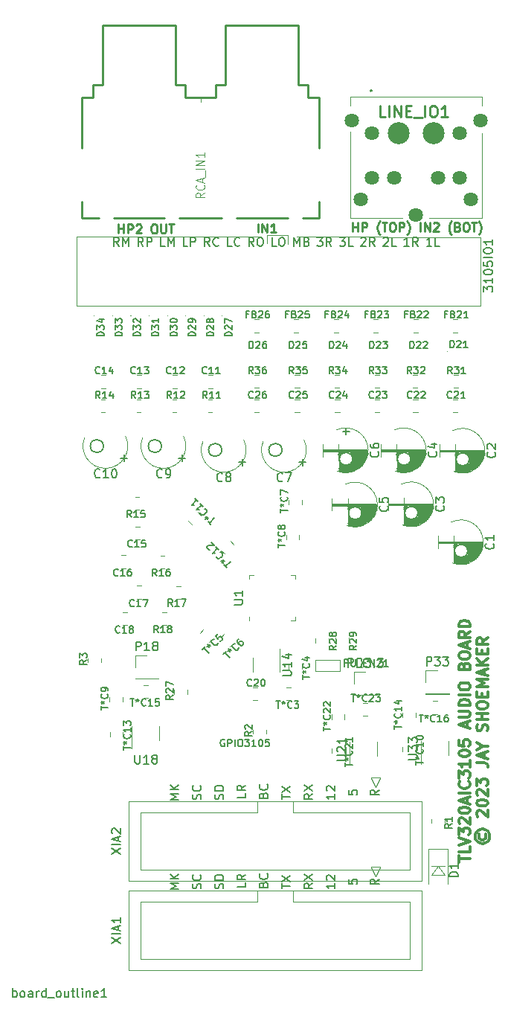
<source format=gbr>
%TF.GenerationSoftware,KiCad,Pcbnew,(6.0.11)*%
%TF.CreationDate,2023-02-04T17:29:26-05:00*%
%TF.ProjectId,tlv320aic3105_audio_board,746c7633-3230-4616-9963-333130355f61,rev?*%
%TF.SameCoordinates,Original*%
%TF.FileFunction,Legend,Top*%
%TF.FilePolarity,Positive*%
%FSLAX46Y46*%
G04 Gerber Fmt 4.6, Leading zero omitted, Abs format (unit mm)*
G04 Created by KiCad (PCBNEW (6.0.11)) date 2023-02-04 17:29:26*
%MOMM*%
%LPD*%
G01*
G04 APERTURE LIST*
%ADD10C,0.300000*%
%ADD11C,0.250000*%
%ADD12C,0.150000*%
%ADD13C,0.254000*%
%ADD14C,0.180000*%
%ADD15C,0.050000*%
%ADD16C,0.120000*%
%ADD17C,0.100000*%
%ADD18C,0.200000*%
%ADD19C,2.500000*%
%ADD20C,1.635000*%
G04 APERTURE END LIST*
D10*
X123531226Y-107281523D02*
X123531226Y-106567238D01*
X124781226Y-106924380D02*
X123531226Y-106924380D01*
X124781226Y-105555333D02*
X124781226Y-106150571D01*
X123531226Y-106150571D01*
X123531226Y-105317238D02*
X124781226Y-104900571D01*
X123531226Y-104483904D01*
X123531226Y-104186285D02*
X123531226Y-103412476D01*
X124007416Y-103829142D01*
X124007416Y-103650571D01*
X124066940Y-103531523D01*
X124126464Y-103472000D01*
X124245511Y-103412476D01*
X124543130Y-103412476D01*
X124662178Y-103472000D01*
X124721702Y-103531523D01*
X124781226Y-103650571D01*
X124781226Y-104007714D01*
X124721702Y-104126761D01*
X124662178Y-104186285D01*
X123650273Y-102936285D02*
X123590750Y-102876761D01*
X123531226Y-102757714D01*
X123531226Y-102460095D01*
X123590750Y-102341047D01*
X123650273Y-102281523D01*
X123769321Y-102222000D01*
X123888369Y-102222000D01*
X124066940Y-102281523D01*
X124781226Y-102995809D01*
X124781226Y-102222000D01*
X123531226Y-101448190D02*
X123531226Y-101329142D01*
X123590750Y-101210095D01*
X123650273Y-101150571D01*
X123769321Y-101091047D01*
X124007416Y-101031523D01*
X124305035Y-101031523D01*
X124543130Y-101091047D01*
X124662178Y-101150571D01*
X124721702Y-101210095D01*
X124781226Y-101329142D01*
X124781226Y-101448190D01*
X124721702Y-101567238D01*
X124662178Y-101626761D01*
X124543130Y-101686285D01*
X124305035Y-101745809D01*
X124007416Y-101745809D01*
X123769321Y-101686285D01*
X123650273Y-101626761D01*
X123590750Y-101567238D01*
X123531226Y-101448190D01*
X124424083Y-100555333D02*
X124424083Y-99960095D01*
X124781226Y-100674380D02*
X123531226Y-100257714D01*
X124781226Y-99841047D01*
X124781226Y-99424380D02*
X123531226Y-99424380D01*
X124662178Y-98114857D02*
X124721702Y-98174380D01*
X124781226Y-98352952D01*
X124781226Y-98472000D01*
X124721702Y-98650571D01*
X124602654Y-98769619D01*
X124483607Y-98829142D01*
X124245511Y-98888666D01*
X124066940Y-98888666D01*
X123828845Y-98829142D01*
X123709797Y-98769619D01*
X123590750Y-98650571D01*
X123531226Y-98472000D01*
X123531226Y-98352952D01*
X123590750Y-98174380D01*
X123650273Y-98114857D01*
X123531226Y-97698190D02*
X123531226Y-96924380D01*
X124007416Y-97341047D01*
X124007416Y-97162476D01*
X124066940Y-97043428D01*
X124126464Y-96983904D01*
X124245511Y-96924380D01*
X124543130Y-96924380D01*
X124662178Y-96983904D01*
X124721702Y-97043428D01*
X124781226Y-97162476D01*
X124781226Y-97519619D01*
X124721702Y-97638666D01*
X124662178Y-97698190D01*
X124781226Y-95733904D02*
X124781226Y-96448190D01*
X124781226Y-96091047D02*
X123531226Y-96091047D01*
X123709797Y-96210095D01*
X123828845Y-96329142D01*
X123888369Y-96448190D01*
X123531226Y-94960095D02*
X123531226Y-94841047D01*
X123590750Y-94722000D01*
X123650273Y-94662476D01*
X123769321Y-94602952D01*
X124007416Y-94543428D01*
X124305035Y-94543428D01*
X124543130Y-94602952D01*
X124662178Y-94662476D01*
X124721702Y-94722000D01*
X124781226Y-94841047D01*
X124781226Y-94960095D01*
X124721702Y-95079142D01*
X124662178Y-95138666D01*
X124543130Y-95198190D01*
X124305035Y-95257714D01*
X124007416Y-95257714D01*
X123769321Y-95198190D01*
X123650273Y-95138666D01*
X123590750Y-95079142D01*
X123531226Y-94960095D01*
X123531226Y-93412476D02*
X123531226Y-94007714D01*
X124126464Y-94067238D01*
X124066940Y-94007714D01*
X124007416Y-93888666D01*
X124007416Y-93591047D01*
X124066940Y-93472000D01*
X124126464Y-93412476D01*
X124245511Y-93352952D01*
X124543130Y-93352952D01*
X124662178Y-93412476D01*
X124721702Y-93472000D01*
X124781226Y-93591047D01*
X124781226Y-93888666D01*
X124721702Y-94007714D01*
X124662178Y-94067238D01*
X124424083Y-91924380D02*
X124424083Y-91329142D01*
X124781226Y-92043428D02*
X123531226Y-91626761D01*
X124781226Y-91210095D01*
X123531226Y-90793428D02*
X124543130Y-90793428D01*
X124662178Y-90733904D01*
X124721702Y-90674380D01*
X124781226Y-90555333D01*
X124781226Y-90317238D01*
X124721702Y-90198190D01*
X124662178Y-90138666D01*
X124543130Y-90079142D01*
X123531226Y-90079142D01*
X124781226Y-89483904D02*
X123531226Y-89483904D01*
X123531226Y-89186285D01*
X123590750Y-89007714D01*
X123709797Y-88888666D01*
X123828845Y-88829142D01*
X124066940Y-88769619D01*
X124245511Y-88769619D01*
X124483607Y-88829142D01*
X124602654Y-88888666D01*
X124721702Y-89007714D01*
X124781226Y-89186285D01*
X124781226Y-89483904D01*
X124781226Y-88233904D02*
X123531226Y-88233904D01*
X123531226Y-87400571D02*
X123531226Y-87162476D01*
X123590750Y-87043428D01*
X123709797Y-86924380D01*
X123947892Y-86864857D01*
X124364559Y-86864857D01*
X124602654Y-86924380D01*
X124721702Y-87043428D01*
X124781226Y-87162476D01*
X124781226Y-87400571D01*
X124721702Y-87519619D01*
X124602654Y-87638666D01*
X124364559Y-87698190D01*
X123947892Y-87698190D01*
X123709797Y-87638666D01*
X123590750Y-87519619D01*
X123531226Y-87400571D01*
X124126464Y-84960095D02*
X124185988Y-84781523D01*
X124245511Y-84722000D01*
X124364559Y-84662476D01*
X124543130Y-84662476D01*
X124662178Y-84722000D01*
X124721702Y-84781523D01*
X124781226Y-84900571D01*
X124781226Y-85376761D01*
X123531226Y-85376761D01*
X123531226Y-84960095D01*
X123590750Y-84841047D01*
X123650273Y-84781523D01*
X123769321Y-84722000D01*
X123888369Y-84722000D01*
X124007416Y-84781523D01*
X124066940Y-84841047D01*
X124126464Y-84960095D01*
X124126464Y-85376761D01*
X123531226Y-83888666D02*
X123531226Y-83650571D01*
X123590750Y-83531523D01*
X123709797Y-83412476D01*
X123947892Y-83352952D01*
X124364559Y-83352952D01*
X124602654Y-83412476D01*
X124721702Y-83531523D01*
X124781226Y-83650571D01*
X124781226Y-83888666D01*
X124721702Y-84007714D01*
X124602654Y-84126761D01*
X124364559Y-84186285D01*
X123947892Y-84186285D01*
X123709797Y-84126761D01*
X123590750Y-84007714D01*
X123531226Y-83888666D01*
X124424083Y-82876761D02*
X124424083Y-82281523D01*
X124781226Y-82995809D02*
X123531226Y-82579142D01*
X124781226Y-82162476D01*
X124781226Y-81031523D02*
X124185988Y-81448190D01*
X124781226Y-81745809D02*
X123531226Y-81745809D01*
X123531226Y-81269619D01*
X123590750Y-81150571D01*
X123650273Y-81091047D01*
X123769321Y-81031523D01*
X123947892Y-81031523D01*
X124066940Y-81091047D01*
X124126464Y-81150571D01*
X124185988Y-81269619D01*
X124185988Y-81745809D01*
X124781226Y-80495809D02*
X123531226Y-80495809D01*
X123531226Y-80198190D01*
X123590750Y-80019619D01*
X123709797Y-79900571D01*
X123828845Y-79841047D01*
X124066940Y-79781523D01*
X124245511Y-79781523D01*
X124483607Y-79841047D01*
X124602654Y-79900571D01*
X124721702Y-80019619D01*
X124781226Y-80198190D01*
X124781226Y-80495809D01*
X125841345Y-104126761D02*
X125781821Y-104245809D01*
X125781821Y-104483904D01*
X125841345Y-104602952D01*
X125960392Y-104722000D01*
X126079440Y-104781523D01*
X126317535Y-104781523D01*
X126436583Y-104722000D01*
X126555630Y-104602952D01*
X126615154Y-104483904D01*
X126615154Y-104245809D01*
X126555630Y-104126761D01*
X125365154Y-104364857D02*
X125424678Y-104662476D01*
X125603250Y-104960095D01*
X125900869Y-105138666D01*
X126198488Y-105198190D01*
X126496107Y-105138666D01*
X126793726Y-104960095D01*
X126972297Y-104662476D01*
X127031821Y-104364857D01*
X126972297Y-104067238D01*
X126793726Y-103769619D01*
X126496107Y-103591047D01*
X126198488Y-103531523D01*
X125900869Y-103591047D01*
X125603250Y-103769619D01*
X125424678Y-104067238D01*
X125365154Y-104364857D01*
X125662773Y-102102952D02*
X125603250Y-102043428D01*
X125543726Y-101924380D01*
X125543726Y-101626761D01*
X125603250Y-101507714D01*
X125662773Y-101448190D01*
X125781821Y-101388666D01*
X125900869Y-101388666D01*
X126079440Y-101448190D01*
X126793726Y-102162476D01*
X126793726Y-101388666D01*
X125543726Y-100614857D02*
X125543726Y-100495809D01*
X125603250Y-100376761D01*
X125662773Y-100317238D01*
X125781821Y-100257714D01*
X126019916Y-100198190D01*
X126317535Y-100198190D01*
X126555630Y-100257714D01*
X126674678Y-100317238D01*
X126734202Y-100376761D01*
X126793726Y-100495809D01*
X126793726Y-100614857D01*
X126734202Y-100733904D01*
X126674678Y-100793428D01*
X126555630Y-100852952D01*
X126317535Y-100912476D01*
X126019916Y-100912476D01*
X125781821Y-100852952D01*
X125662773Y-100793428D01*
X125603250Y-100733904D01*
X125543726Y-100614857D01*
X125662773Y-99722000D02*
X125603250Y-99662476D01*
X125543726Y-99543428D01*
X125543726Y-99245809D01*
X125603250Y-99126761D01*
X125662773Y-99067238D01*
X125781821Y-99007714D01*
X125900869Y-99007714D01*
X126079440Y-99067238D01*
X126793726Y-99781523D01*
X126793726Y-99007714D01*
X125543726Y-98591047D02*
X125543726Y-97817238D01*
X126019916Y-98233904D01*
X126019916Y-98055333D01*
X126079440Y-97936285D01*
X126138964Y-97876761D01*
X126258011Y-97817238D01*
X126555630Y-97817238D01*
X126674678Y-97876761D01*
X126734202Y-97936285D01*
X126793726Y-98055333D01*
X126793726Y-98412476D01*
X126734202Y-98531523D01*
X126674678Y-98591047D01*
X125543726Y-95972000D02*
X126436583Y-95972000D01*
X126615154Y-96031523D01*
X126734202Y-96150571D01*
X126793726Y-96329142D01*
X126793726Y-96448190D01*
X126436583Y-95436285D02*
X126436583Y-94841047D01*
X126793726Y-95555333D02*
X125543726Y-95138666D01*
X126793726Y-94722000D01*
X126198488Y-94067238D02*
X126793726Y-94067238D01*
X125543726Y-94483904D02*
X126198488Y-94067238D01*
X125543726Y-93650571D01*
X126734202Y-92341047D02*
X126793726Y-92162476D01*
X126793726Y-91864857D01*
X126734202Y-91745809D01*
X126674678Y-91686285D01*
X126555630Y-91626761D01*
X126436583Y-91626761D01*
X126317535Y-91686285D01*
X126258011Y-91745809D01*
X126198488Y-91864857D01*
X126138964Y-92102952D01*
X126079440Y-92222000D01*
X126019916Y-92281523D01*
X125900869Y-92341047D01*
X125781821Y-92341047D01*
X125662773Y-92281523D01*
X125603250Y-92222000D01*
X125543726Y-92102952D01*
X125543726Y-91805333D01*
X125603250Y-91626761D01*
X126793726Y-91091047D02*
X125543726Y-91091047D01*
X126138964Y-91091047D02*
X126138964Y-90376761D01*
X126793726Y-90376761D02*
X125543726Y-90376761D01*
X125543726Y-89543428D02*
X125543726Y-89305333D01*
X125603250Y-89186285D01*
X125722297Y-89067238D01*
X125960392Y-89007714D01*
X126377059Y-89007714D01*
X126615154Y-89067238D01*
X126734202Y-89186285D01*
X126793726Y-89305333D01*
X126793726Y-89543428D01*
X126734202Y-89662476D01*
X126615154Y-89781523D01*
X126377059Y-89841047D01*
X125960392Y-89841047D01*
X125722297Y-89781523D01*
X125603250Y-89662476D01*
X125543726Y-89543428D01*
X126138964Y-88472000D02*
X126138964Y-88055333D01*
X126793726Y-87876761D02*
X126793726Y-88472000D01*
X125543726Y-88472000D01*
X125543726Y-87876761D01*
X126793726Y-87341047D02*
X125543726Y-87341047D01*
X126436583Y-86924380D01*
X125543726Y-86507714D01*
X126793726Y-86507714D01*
X126436583Y-85972000D02*
X126436583Y-85376761D01*
X126793726Y-86091047D02*
X125543726Y-85674380D01*
X126793726Y-85257714D01*
X126793726Y-84841047D02*
X125543726Y-84841047D01*
X126793726Y-84126761D02*
X126079440Y-84662476D01*
X125543726Y-84126761D02*
X126258011Y-84841047D01*
X126138964Y-83591047D02*
X126138964Y-83174380D01*
X126793726Y-82995809D02*
X126793726Y-83591047D01*
X125543726Y-83591047D01*
X125543726Y-82995809D01*
X126793726Y-81745809D02*
X126198488Y-82162476D01*
X126793726Y-82460095D02*
X125543726Y-82460095D01*
X125543726Y-81983904D01*
X125603250Y-81864857D01*
X125662773Y-81805333D01*
X125781821Y-81745809D01*
X125960392Y-81745809D01*
X126079440Y-81805333D01*
X126138964Y-81864857D01*
X126198488Y-81983904D01*
X126198488Y-82460095D01*
D11*
X111440476Y-35492380D02*
X111440476Y-34492380D01*
X111440476Y-34968571D02*
X112011904Y-34968571D01*
X112011904Y-35492380D02*
X112011904Y-34492380D01*
X112488095Y-35492380D02*
X112488095Y-34492380D01*
X112869047Y-34492380D01*
X112964285Y-34540000D01*
X113011904Y-34587619D01*
X113059523Y-34682857D01*
X113059523Y-34825714D01*
X113011904Y-34920952D01*
X112964285Y-34968571D01*
X112869047Y-35016190D01*
X112488095Y-35016190D01*
X114535714Y-35873333D02*
X114488095Y-35825714D01*
X114392857Y-35682857D01*
X114345238Y-35587619D01*
X114297619Y-35444761D01*
X114250000Y-35206666D01*
X114250000Y-35016190D01*
X114297619Y-34778095D01*
X114345238Y-34635238D01*
X114392857Y-34540000D01*
X114488095Y-34397142D01*
X114535714Y-34349523D01*
X114773809Y-34492380D02*
X115345238Y-34492380D01*
X115059523Y-35492380D02*
X115059523Y-34492380D01*
X115869047Y-34492380D02*
X116059523Y-34492380D01*
X116154761Y-34540000D01*
X116250000Y-34635238D01*
X116297619Y-34825714D01*
X116297619Y-35159047D01*
X116250000Y-35349523D01*
X116154761Y-35444761D01*
X116059523Y-35492380D01*
X115869047Y-35492380D01*
X115773809Y-35444761D01*
X115678571Y-35349523D01*
X115630952Y-35159047D01*
X115630952Y-34825714D01*
X115678571Y-34635238D01*
X115773809Y-34540000D01*
X115869047Y-34492380D01*
X116726190Y-35492380D02*
X116726190Y-34492380D01*
X117107142Y-34492380D01*
X117202380Y-34540000D01*
X117250000Y-34587619D01*
X117297619Y-34682857D01*
X117297619Y-34825714D01*
X117250000Y-34920952D01*
X117202380Y-34968571D01*
X117107142Y-35016190D01*
X116726190Y-35016190D01*
X117630952Y-35873333D02*
X117678571Y-35825714D01*
X117773809Y-35682857D01*
X117821428Y-35587619D01*
X117869047Y-35444761D01*
X117916666Y-35206666D01*
X117916666Y-35016190D01*
X117869047Y-34778095D01*
X117821428Y-34635238D01*
X117773809Y-34540000D01*
X117678571Y-34397142D01*
X117630952Y-34349523D01*
X119154761Y-35492380D02*
X119154761Y-34492380D01*
X119630952Y-35492380D02*
X119630952Y-34492380D01*
X120202380Y-35492380D01*
X120202380Y-34492380D01*
X120630952Y-34587619D02*
X120678571Y-34540000D01*
X120773809Y-34492380D01*
X121011904Y-34492380D01*
X121107142Y-34540000D01*
X121154761Y-34587619D01*
X121202380Y-34682857D01*
X121202380Y-34778095D01*
X121154761Y-34920952D01*
X120583333Y-35492380D01*
X121202380Y-35492380D01*
X122678571Y-35873333D02*
X122630952Y-35825714D01*
X122535714Y-35682857D01*
X122488095Y-35587619D01*
X122440476Y-35444761D01*
X122392857Y-35206666D01*
X122392857Y-35016190D01*
X122440476Y-34778095D01*
X122488095Y-34635238D01*
X122535714Y-34540000D01*
X122630952Y-34397142D01*
X122678571Y-34349523D01*
X123392857Y-34968571D02*
X123535714Y-35016190D01*
X123583333Y-35063809D01*
X123630952Y-35159047D01*
X123630952Y-35301904D01*
X123583333Y-35397142D01*
X123535714Y-35444761D01*
X123440476Y-35492380D01*
X123059523Y-35492380D01*
X123059523Y-34492380D01*
X123392857Y-34492380D01*
X123488095Y-34540000D01*
X123535714Y-34587619D01*
X123583333Y-34682857D01*
X123583333Y-34778095D01*
X123535714Y-34873333D01*
X123488095Y-34920952D01*
X123392857Y-34968571D01*
X123059523Y-34968571D01*
X124250000Y-34492380D02*
X124440476Y-34492380D01*
X124535714Y-34540000D01*
X124630952Y-34635238D01*
X124678571Y-34825714D01*
X124678571Y-35159047D01*
X124630952Y-35349523D01*
X124535714Y-35444761D01*
X124440476Y-35492380D01*
X124250000Y-35492380D01*
X124154761Y-35444761D01*
X124059523Y-35349523D01*
X124011904Y-35159047D01*
X124011904Y-34825714D01*
X124059523Y-34635238D01*
X124154761Y-34540000D01*
X124250000Y-34492380D01*
X124964285Y-34492380D02*
X125535714Y-34492380D01*
X125250000Y-35492380D02*
X125250000Y-34492380D01*
X125773809Y-35873333D02*
X125821428Y-35825714D01*
X125916666Y-35682857D01*
X125964285Y-35587619D01*
X126011904Y-35444761D01*
X126059523Y-35206666D01*
X126059523Y-35016190D01*
X126011904Y-34778095D01*
X125964285Y-34635238D01*
X125916666Y-34540000D01*
X125821428Y-34397142D01*
X125773809Y-34349523D01*
X100650000Y-35632380D02*
X100650000Y-34632380D01*
X101126190Y-35632380D02*
X101126190Y-34632380D01*
X101697619Y-35632380D01*
X101697619Y-34632380D01*
X102697619Y-35632380D02*
X102126190Y-35632380D01*
X102411904Y-35632380D02*
X102411904Y-34632380D01*
X102316666Y-34775238D01*
X102221428Y-34870476D01*
X102126190Y-34918095D01*
X84788571Y-35702380D02*
X84788571Y-34702380D01*
X84788571Y-35178571D02*
X85360000Y-35178571D01*
X85360000Y-35702380D02*
X85360000Y-34702380D01*
X85836190Y-35702380D02*
X85836190Y-34702380D01*
X86217142Y-34702380D01*
X86312380Y-34750000D01*
X86360000Y-34797619D01*
X86407619Y-34892857D01*
X86407619Y-35035714D01*
X86360000Y-35130952D01*
X86312380Y-35178571D01*
X86217142Y-35226190D01*
X85836190Y-35226190D01*
X86788571Y-34797619D02*
X86836190Y-34750000D01*
X86931428Y-34702380D01*
X87169523Y-34702380D01*
X87264761Y-34750000D01*
X87312380Y-34797619D01*
X87360000Y-34892857D01*
X87360000Y-34988095D01*
X87312380Y-35130952D01*
X86740952Y-35702380D01*
X87360000Y-35702380D01*
X88740952Y-34702380D02*
X88931428Y-34702380D01*
X89026666Y-34750000D01*
X89121904Y-34845238D01*
X89169523Y-35035714D01*
X89169523Y-35369047D01*
X89121904Y-35559523D01*
X89026666Y-35654761D01*
X88931428Y-35702380D01*
X88740952Y-35702380D01*
X88645714Y-35654761D01*
X88550476Y-35559523D01*
X88502857Y-35369047D01*
X88502857Y-35035714D01*
X88550476Y-34845238D01*
X88645714Y-34750000D01*
X88740952Y-34702380D01*
X89598095Y-34702380D02*
X89598095Y-35511904D01*
X89645714Y-35607142D01*
X89693333Y-35654761D01*
X89788571Y-35702380D01*
X89979047Y-35702380D01*
X90074285Y-35654761D01*
X90121904Y-35607142D01*
X90169523Y-35511904D01*
X90169523Y-34702380D01*
X90502857Y-34702380D02*
X91074285Y-34702380D01*
X90788571Y-35702380D02*
X90788571Y-34702380D01*
D12*
%TO.C,R13*%
X86715214Y-54508904D02*
X86448547Y-54127952D01*
X86258071Y-54508904D02*
X86258071Y-53708904D01*
X86562833Y-53708904D01*
X86639023Y-53747000D01*
X86677119Y-53785095D01*
X86715214Y-53861285D01*
X86715214Y-53975571D01*
X86677119Y-54051761D01*
X86639023Y-54089857D01*
X86562833Y-54127952D01*
X86258071Y-54127952D01*
X87477119Y-54508904D02*
X87019976Y-54508904D01*
X87248547Y-54508904D02*
X87248547Y-53708904D01*
X87172357Y-53823190D01*
X87096166Y-53899380D01*
X87019976Y-53937476D01*
X87743785Y-53708904D02*
X88239023Y-53708904D01*
X87972357Y-54013666D01*
X88086642Y-54013666D01*
X88162833Y-54051761D01*
X88200928Y-54089857D01*
X88239023Y-54166047D01*
X88239023Y-54356523D01*
X88200928Y-54432714D01*
X88162833Y-54470809D01*
X88086642Y-54508904D01*
X87858071Y-54508904D01*
X87781880Y-54470809D01*
X87743785Y-54432714D01*
%TO.C,T\u002AC7*%
X103213904Y-67508285D02*
X103213904Y-67051142D01*
X104013904Y-67279714D02*
X103213904Y-67279714D01*
X103213904Y-66670190D02*
X103404380Y-66670190D01*
X103328190Y-66860666D02*
X103404380Y-66670190D01*
X103328190Y-66479714D01*
X103556761Y-66784476D02*
X103404380Y-66670190D01*
X103556761Y-66555904D01*
X103937714Y-65717809D02*
X103975809Y-65755904D01*
X104013904Y-65870190D01*
X104013904Y-65946380D01*
X103975809Y-66060666D01*
X103899619Y-66136857D01*
X103823428Y-66174952D01*
X103671047Y-66213047D01*
X103556761Y-66213047D01*
X103404380Y-66174952D01*
X103328190Y-66136857D01*
X103252000Y-66060666D01*
X103213904Y-65946380D01*
X103213904Y-65870190D01*
X103252000Y-65755904D01*
X103290095Y-65717809D01*
X103213904Y-65451142D02*
X103213904Y-64917809D01*
X104013904Y-65260666D01*
%TO.C,R3*%
X81178904Y-84286333D02*
X80797952Y-84553000D01*
X81178904Y-84743476D02*
X80378904Y-84743476D01*
X80378904Y-84438714D01*
X80417000Y-84362523D01*
X80455095Y-84324428D01*
X80531285Y-84286333D01*
X80645571Y-84286333D01*
X80721761Y-84324428D01*
X80759857Y-84362523D01*
X80797952Y-84438714D01*
X80797952Y-84743476D01*
X80378904Y-84019666D02*
X80378904Y-83524428D01*
X80683666Y-83791095D01*
X80683666Y-83676809D01*
X80721761Y-83600619D01*
X80759857Y-83562523D01*
X80836047Y-83524428D01*
X81026523Y-83524428D01*
X81102714Y-83562523D01*
X81140809Y-83600619D01*
X81178904Y-83676809D01*
X81178904Y-83905380D01*
X81140809Y-83981571D01*
X81102714Y-84019666D01*
%TO.C,C21*%
X122703214Y-54425714D02*
X122665119Y-54463809D01*
X122550833Y-54501904D01*
X122474642Y-54501904D01*
X122360357Y-54463809D01*
X122284166Y-54387619D01*
X122246071Y-54311428D01*
X122207976Y-54159047D01*
X122207976Y-54044761D01*
X122246071Y-53892380D01*
X122284166Y-53816190D01*
X122360357Y-53740000D01*
X122474642Y-53701904D01*
X122550833Y-53701904D01*
X122665119Y-53740000D01*
X122703214Y-53778095D01*
X123007976Y-53778095D02*
X123046071Y-53740000D01*
X123122261Y-53701904D01*
X123312738Y-53701904D01*
X123388928Y-53740000D01*
X123427023Y-53778095D01*
X123465119Y-53854285D01*
X123465119Y-53930476D01*
X123427023Y-54044761D01*
X122969880Y-54501904D01*
X123465119Y-54501904D01*
X124227023Y-54501904D02*
X123769880Y-54501904D01*
X123998452Y-54501904D02*
X123998452Y-53701904D01*
X123922261Y-53816190D01*
X123846071Y-53892380D01*
X123769880Y-53930476D01*
%TO.C,XIA2*%
X83998380Y-106358190D02*
X84998380Y-105691523D01*
X83998380Y-105691523D02*
X84998380Y-106358190D01*
X84998380Y-105310571D02*
X83998380Y-105310571D01*
X84712666Y-104882000D02*
X84712666Y-104405809D01*
X84998380Y-104977238D02*
X83998380Y-104643904D01*
X84998380Y-104310571D01*
X84093619Y-104024857D02*
X84046000Y-103977238D01*
X83998380Y-103882000D01*
X83998380Y-103643904D01*
X84046000Y-103548666D01*
X84093619Y-103501047D01*
X84188857Y-103453428D01*
X84284095Y-103453428D01*
X84426952Y-103501047D01*
X84998380Y-104072476D01*
X84998380Y-103453428D01*
X106883380Y-99523666D02*
X106407190Y-99857000D01*
X106883380Y-100095095D02*
X105883380Y-100095095D01*
X105883380Y-99714142D01*
X105931000Y-99618904D01*
X105978619Y-99571285D01*
X106073857Y-99523666D01*
X106216714Y-99523666D01*
X106311952Y-99571285D01*
X106359571Y-99618904D01*
X106407190Y-99714142D01*
X106407190Y-100095095D01*
X105883380Y-99190333D02*
X106883380Y-98523666D01*
X105883380Y-98523666D02*
X106883380Y-99190333D01*
X101279571Y-99690571D02*
X101327190Y-99547714D01*
X101374809Y-99500095D01*
X101470047Y-99452476D01*
X101612904Y-99452476D01*
X101708142Y-99500095D01*
X101755761Y-99547714D01*
X101803380Y-99642952D01*
X101803380Y-100023904D01*
X100803380Y-100023904D01*
X100803380Y-99690571D01*
X100851000Y-99595333D01*
X100898619Y-99547714D01*
X100993857Y-99500095D01*
X101089095Y-99500095D01*
X101184333Y-99547714D01*
X101231952Y-99595333D01*
X101279571Y-99690571D01*
X101279571Y-100023904D01*
X101708142Y-98452476D02*
X101755761Y-98500095D01*
X101803380Y-98642952D01*
X101803380Y-98738190D01*
X101755761Y-98881047D01*
X101660523Y-98976285D01*
X101565285Y-99023904D01*
X101374809Y-99071523D01*
X101231952Y-99071523D01*
X101041476Y-99023904D01*
X100946238Y-98976285D01*
X100851000Y-98881047D01*
X100803380Y-98738190D01*
X100803380Y-98642952D01*
X100851000Y-98500095D01*
X100898619Y-98452476D01*
X114428380Y-99062476D02*
X113952190Y-99395809D01*
X114428380Y-99633904D02*
X113428380Y-99633904D01*
X113428380Y-99252952D01*
X113476000Y-99157714D01*
X113523619Y-99110095D01*
X113618857Y-99062476D01*
X113761714Y-99062476D01*
X113856952Y-99110095D01*
X113904571Y-99157714D01*
X113952190Y-99252952D01*
X113952190Y-99633904D01*
X109423380Y-99547476D02*
X109423380Y-100118904D01*
X109423380Y-99833190D02*
X108423380Y-99833190D01*
X108566238Y-99928428D01*
X108661476Y-100023666D01*
X108709095Y-100118904D01*
X108518619Y-99166523D02*
X108471000Y-99118904D01*
X108423380Y-99023666D01*
X108423380Y-98785571D01*
X108471000Y-98690333D01*
X108518619Y-98642714D01*
X108613857Y-98595095D01*
X108709095Y-98595095D01*
X108851952Y-98642714D01*
X109423380Y-99214142D01*
X109423380Y-98595095D01*
X94135761Y-100142714D02*
X94183380Y-99999857D01*
X94183380Y-99761761D01*
X94135761Y-99666523D01*
X94088142Y-99618904D01*
X93992904Y-99571285D01*
X93897666Y-99571285D01*
X93802428Y-99618904D01*
X93754809Y-99666523D01*
X93707190Y-99761761D01*
X93659571Y-99952238D01*
X93611952Y-100047476D01*
X93564333Y-100095095D01*
X93469095Y-100142714D01*
X93373857Y-100142714D01*
X93278619Y-100095095D01*
X93231000Y-100047476D01*
X93183380Y-99952238D01*
X93183380Y-99714142D01*
X93231000Y-99571285D01*
X94088142Y-98571285D02*
X94135761Y-98618904D01*
X94183380Y-98761761D01*
X94183380Y-98857000D01*
X94135761Y-98999857D01*
X94040523Y-99095095D01*
X93945285Y-99142714D01*
X93754809Y-99190333D01*
X93611952Y-99190333D01*
X93421476Y-99142714D01*
X93326238Y-99095095D01*
X93231000Y-98999857D01*
X93183380Y-98857000D01*
X93183380Y-98761761D01*
X93231000Y-98618904D01*
X93278619Y-98571285D01*
X110963380Y-99118904D02*
X110963380Y-99595095D01*
X111439571Y-99642714D01*
X111391952Y-99595095D01*
X111344333Y-99499857D01*
X111344333Y-99261761D01*
X111391952Y-99166523D01*
X111439571Y-99118904D01*
X111534809Y-99071285D01*
X111772904Y-99071285D01*
X111868142Y-99118904D01*
X111915761Y-99166523D01*
X111963380Y-99261761D01*
X111963380Y-99499857D01*
X111915761Y-99595095D01*
X111868142Y-99642714D01*
X96675761Y-100142714D02*
X96723380Y-99999857D01*
X96723380Y-99761761D01*
X96675761Y-99666523D01*
X96628142Y-99618904D01*
X96532904Y-99571285D01*
X96437666Y-99571285D01*
X96342428Y-99618904D01*
X96294809Y-99666523D01*
X96247190Y-99761761D01*
X96199571Y-99952238D01*
X96151952Y-100047476D01*
X96104333Y-100095095D01*
X96009095Y-100142714D01*
X95913857Y-100142714D01*
X95818619Y-100095095D01*
X95771000Y-100047476D01*
X95723380Y-99952238D01*
X95723380Y-99714142D01*
X95771000Y-99571285D01*
X96723380Y-99142714D02*
X95723380Y-99142714D01*
X95723380Y-98904619D01*
X95771000Y-98761761D01*
X95866238Y-98666523D01*
X95961476Y-98618904D01*
X96151952Y-98571285D01*
X96294809Y-98571285D01*
X96485285Y-98618904D01*
X96580523Y-98666523D01*
X96675761Y-98761761D01*
X96723380Y-98904619D01*
X96723380Y-99142714D01*
X91643380Y-100190333D02*
X90643380Y-100190333D01*
X91357666Y-99857000D01*
X90643380Y-99523666D01*
X91643380Y-99523666D01*
X91643380Y-99047476D02*
X90643380Y-99047476D01*
X91643380Y-98476047D02*
X91071952Y-98904619D01*
X90643380Y-98476047D02*
X91214809Y-99047476D01*
X99263380Y-99452476D02*
X99263380Y-99928666D01*
X98263380Y-99928666D01*
X99263380Y-98547714D02*
X98787190Y-98881047D01*
X99263380Y-99119142D02*
X98263380Y-99119142D01*
X98263380Y-98738190D01*
X98311000Y-98642952D01*
X98358619Y-98595333D01*
X98453857Y-98547714D01*
X98596714Y-98547714D01*
X98691952Y-98595333D01*
X98739571Y-98642952D01*
X98787190Y-98738190D01*
X98787190Y-99119142D01*
X103343380Y-100118904D02*
X103343380Y-99547476D01*
X104343380Y-99833190D02*
X103343380Y-99833190D01*
X103343380Y-99309380D02*
X104343380Y-98642714D01*
X103343380Y-98642714D02*
X104343380Y-99309380D01*
%TO.C,D34*%
X83116904Y-47401428D02*
X82316904Y-47401428D01*
X82316904Y-47210952D01*
X82355000Y-47096666D01*
X82431190Y-47020476D01*
X82507380Y-46982380D01*
X82659761Y-46944285D01*
X82774047Y-46944285D01*
X82926428Y-46982380D01*
X83002619Y-47020476D01*
X83078809Y-47096666D01*
X83116904Y-47210952D01*
X83116904Y-47401428D01*
X82316904Y-46677619D02*
X82316904Y-46182380D01*
X82621666Y-46449047D01*
X82621666Y-46334761D01*
X82659761Y-46258571D01*
X82697857Y-46220476D01*
X82774047Y-46182380D01*
X82964523Y-46182380D01*
X83040714Y-46220476D01*
X83078809Y-46258571D01*
X83116904Y-46334761D01*
X83116904Y-46563333D01*
X83078809Y-46639523D01*
X83040714Y-46677619D01*
X82583571Y-45496666D02*
X83116904Y-45496666D01*
X82278809Y-45687142D02*
X82850238Y-45877619D01*
X82850238Y-45382380D01*
%TO.C,U1*%
X97924380Y-77973904D02*
X98733904Y-77973904D01*
X98829142Y-77926285D01*
X98876761Y-77878666D01*
X98924380Y-77783428D01*
X98924380Y-77592952D01*
X98876761Y-77497714D01*
X98829142Y-77450095D01*
X98733904Y-77402476D01*
X97924380Y-77402476D01*
X98924380Y-76402476D02*
X98924380Y-76973904D01*
X98924380Y-76688190D02*
X97924380Y-76688190D01*
X98067238Y-76783428D01*
X98162476Y-76878666D01*
X98210095Y-76973904D01*
%TO.C,D29*%
X93524044Y-47401428D02*
X92724044Y-47401428D01*
X92724044Y-47210952D01*
X92762140Y-47096666D01*
X92838330Y-47020476D01*
X92914520Y-46982380D01*
X93066901Y-46944285D01*
X93181187Y-46944285D01*
X93333568Y-46982380D01*
X93409759Y-47020476D01*
X93485949Y-47096666D01*
X93524044Y-47210952D01*
X93524044Y-47401428D01*
X92800235Y-46639523D02*
X92762140Y-46601428D01*
X92724044Y-46525238D01*
X92724044Y-46334761D01*
X92762140Y-46258571D01*
X92800235Y-46220476D01*
X92876425Y-46182380D01*
X92952616Y-46182380D01*
X93066901Y-46220476D01*
X93524044Y-46677619D01*
X93524044Y-46182380D01*
X93524044Y-45801428D02*
X93524044Y-45649047D01*
X93485949Y-45572857D01*
X93447854Y-45534761D01*
X93333568Y-45458571D01*
X93181187Y-45420476D01*
X92876425Y-45420476D01*
X92800235Y-45458571D01*
X92762140Y-45496666D01*
X92724044Y-45572857D01*
X92724044Y-45725238D01*
X92762140Y-45801428D01*
X92800235Y-45839523D01*
X92876425Y-45877619D01*
X93066901Y-45877619D01*
X93143092Y-45839523D01*
X93181187Y-45801428D01*
X93219282Y-45725238D01*
X93219282Y-45572857D01*
X93181187Y-45496666D01*
X93143092Y-45458571D01*
X93066901Y-45420476D01*
%TO.C,D24*%
X108805235Y-48806904D02*
X108805235Y-48006904D01*
X108995711Y-48006904D01*
X109109997Y-48045000D01*
X109186187Y-48121190D01*
X109224283Y-48197380D01*
X109262378Y-48349761D01*
X109262378Y-48464047D01*
X109224283Y-48616428D01*
X109186187Y-48692619D01*
X109109997Y-48768809D01*
X108995711Y-48806904D01*
X108805235Y-48806904D01*
X109567140Y-48083095D02*
X109605235Y-48045000D01*
X109681425Y-48006904D01*
X109871902Y-48006904D01*
X109948092Y-48045000D01*
X109986187Y-48083095D01*
X110024283Y-48159285D01*
X110024283Y-48235476D01*
X109986187Y-48349761D01*
X109529044Y-48806904D01*
X110024283Y-48806904D01*
X110709997Y-48273571D02*
X110709997Y-48806904D01*
X110519521Y-47968809D02*
X110329044Y-48540238D01*
X110824283Y-48540238D01*
%TO.C,T\u002AC8*%
X102932904Y-71487785D02*
X102932904Y-71030642D01*
X103732904Y-71259214D02*
X102932904Y-71259214D01*
X102932904Y-70649690D02*
X103123380Y-70649690D01*
X103047190Y-70840166D02*
X103123380Y-70649690D01*
X103047190Y-70459214D01*
X103275761Y-70763976D02*
X103123380Y-70649690D01*
X103275761Y-70535404D01*
X103656714Y-69697309D02*
X103694809Y-69735404D01*
X103732904Y-69849690D01*
X103732904Y-69925880D01*
X103694809Y-70040166D01*
X103618619Y-70116357D01*
X103542428Y-70154452D01*
X103390047Y-70192547D01*
X103275761Y-70192547D01*
X103123380Y-70154452D01*
X103047190Y-70116357D01*
X102971000Y-70040166D01*
X102932904Y-69925880D01*
X102932904Y-69849690D01*
X102971000Y-69735404D01*
X103009095Y-69697309D01*
X103275761Y-69240166D02*
X103237666Y-69316357D01*
X103199571Y-69354452D01*
X103123380Y-69392547D01*
X103085285Y-69392547D01*
X103009095Y-69354452D01*
X102971000Y-69316357D01*
X102932904Y-69240166D01*
X102932904Y-69087785D01*
X102971000Y-69011595D01*
X103009095Y-68973500D01*
X103085285Y-68935404D01*
X103123380Y-68935404D01*
X103199571Y-68973500D01*
X103237666Y-69011595D01*
X103275761Y-69087785D01*
X103275761Y-69240166D01*
X103313857Y-69316357D01*
X103351952Y-69354452D01*
X103428142Y-69392547D01*
X103580523Y-69392547D01*
X103656714Y-69354452D01*
X103694809Y-69316357D01*
X103732904Y-69240166D01*
X103732904Y-69087785D01*
X103694809Y-69011595D01*
X103656714Y-68973500D01*
X103580523Y-68935404D01*
X103428142Y-68935404D01*
X103351952Y-68973500D01*
X103313857Y-69011595D01*
X103275761Y-69087785D01*
%TO.C,D22*%
X117954123Y-48806904D02*
X117954123Y-48006904D01*
X118144599Y-48006904D01*
X118258885Y-48045000D01*
X118335075Y-48121190D01*
X118373171Y-48197380D01*
X118411266Y-48349761D01*
X118411266Y-48464047D01*
X118373171Y-48616428D01*
X118335075Y-48692619D01*
X118258885Y-48768809D01*
X118144599Y-48806904D01*
X117954123Y-48806904D01*
X118716028Y-48083095D02*
X118754123Y-48045000D01*
X118830313Y-48006904D01*
X119020790Y-48006904D01*
X119096980Y-48045000D01*
X119135075Y-48083095D01*
X119173171Y-48159285D01*
X119173171Y-48235476D01*
X119135075Y-48349761D01*
X118677932Y-48806904D01*
X119173171Y-48806904D01*
X119477932Y-48083095D02*
X119516028Y-48045000D01*
X119592218Y-48006904D01*
X119782694Y-48006904D01*
X119858885Y-48045000D01*
X119896980Y-48083095D01*
X119935075Y-48159285D01*
X119935075Y-48235476D01*
X119896980Y-48349761D01*
X119439837Y-48806904D01*
X119935075Y-48806904D01*
%TO.C,T\u002AC3*%
X102725714Y-88949904D02*
X103182857Y-88949904D01*
X102954285Y-89749904D02*
X102954285Y-88949904D01*
X103563809Y-88949904D02*
X103563809Y-89140380D01*
X103373333Y-89064190D02*
X103563809Y-89140380D01*
X103754285Y-89064190D01*
X103449523Y-89292761D02*
X103563809Y-89140380D01*
X103678095Y-89292761D01*
X104516190Y-89673714D02*
X104478095Y-89711809D01*
X104363809Y-89749904D01*
X104287619Y-89749904D01*
X104173333Y-89711809D01*
X104097142Y-89635619D01*
X104059047Y-89559428D01*
X104020952Y-89407047D01*
X104020952Y-89292761D01*
X104059047Y-89140380D01*
X104097142Y-89064190D01*
X104173333Y-88988000D01*
X104287619Y-88949904D01*
X104363809Y-88949904D01*
X104478095Y-88988000D01*
X104516190Y-89026095D01*
X104782857Y-88949904D02*
X105278095Y-88949904D01*
X105011428Y-89254666D01*
X105125714Y-89254666D01*
X105201904Y-89292761D01*
X105240000Y-89330857D01*
X105278095Y-89407047D01*
X105278095Y-89597523D01*
X105240000Y-89673714D01*
X105201904Y-89711809D01*
X105125714Y-89749904D01*
X104897142Y-89749904D01*
X104820952Y-89711809D01*
X104782857Y-89673714D01*
%TO.C,T\u002AC10*%
X118651904Y-96225238D02*
X118651904Y-95768095D01*
X119451904Y-95996666D02*
X118651904Y-95996666D01*
X118651904Y-95387142D02*
X118842380Y-95387142D01*
X118766190Y-95577619D02*
X118842380Y-95387142D01*
X118766190Y-95196666D01*
X118994761Y-95501428D02*
X118842380Y-95387142D01*
X118994761Y-95272857D01*
X119375714Y-94434761D02*
X119413809Y-94472857D01*
X119451904Y-94587142D01*
X119451904Y-94663333D01*
X119413809Y-94777619D01*
X119337619Y-94853809D01*
X119261428Y-94891904D01*
X119109047Y-94930000D01*
X118994761Y-94930000D01*
X118842380Y-94891904D01*
X118766190Y-94853809D01*
X118690000Y-94777619D01*
X118651904Y-94663333D01*
X118651904Y-94587142D01*
X118690000Y-94472857D01*
X118728095Y-94434761D01*
X119451904Y-93672857D02*
X119451904Y-94130000D01*
X119451904Y-93901428D02*
X118651904Y-93901428D01*
X118766190Y-93977619D01*
X118842380Y-94053809D01*
X118880476Y-94130000D01*
X118651904Y-93177619D02*
X118651904Y-93101428D01*
X118690000Y-93025238D01*
X118728095Y-92987142D01*
X118804285Y-92949047D01*
X118956666Y-92910952D01*
X119147142Y-92910952D01*
X119299523Y-92949047D01*
X119375714Y-92987142D01*
X119413809Y-93025238D01*
X119451904Y-93101428D01*
X119451904Y-93177619D01*
X119413809Y-93253809D01*
X119375714Y-93291904D01*
X119299523Y-93330000D01*
X119147142Y-93368095D01*
X118956666Y-93368095D01*
X118804285Y-93330000D01*
X118728095Y-93291904D01*
X118690000Y-93253809D01*
X118651904Y-93177619D01*
%TO.C,T\u002AC5*%
X94316052Y-83108154D02*
X94639301Y-82784905D01*
X95043362Y-83512215D02*
X94477676Y-82946529D01*
X94908675Y-82515531D02*
X95043362Y-82650218D01*
X94854800Y-82731030D02*
X95043362Y-82650218D01*
X95124174Y-82461656D01*
X95070299Y-82838780D02*
X95043362Y-82650218D01*
X95231924Y-82677155D01*
X96093921Y-82353906D02*
X96093921Y-82407781D01*
X96040046Y-82515531D01*
X95986171Y-82569406D01*
X95878421Y-82623281D01*
X95770672Y-82623281D01*
X95689860Y-82596343D01*
X95555172Y-82515531D01*
X95474360Y-82434719D01*
X95393548Y-82300032D01*
X95366611Y-82219219D01*
X95366611Y-82111470D01*
X95420485Y-82003720D01*
X95474360Y-81949845D01*
X95582110Y-81895971D01*
X95635985Y-81895971D01*
X96093921Y-81330285D02*
X95824547Y-81599659D01*
X96066983Y-81895971D01*
X96066983Y-81842096D01*
X96093921Y-81761284D01*
X96228608Y-81626597D01*
X96309420Y-81599659D01*
X96363295Y-81599659D01*
X96444107Y-81626597D01*
X96578794Y-81761284D01*
X96605731Y-81842096D01*
X96605731Y-81895971D01*
X96578794Y-81976783D01*
X96444107Y-82111470D01*
X96363295Y-82138407D01*
X96309420Y-82138407D01*
%TO.C,D28*%
X95605472Y-47401428D02*
X94805472Y-47401428D01*
X94805472Y-47210952D01*
X94843568Y-47096666D01*
X94919758Y-47020476D01*
X94995948Y-46982380D01*
X95148329Y-46944285D01*
X95262615Y-46944285D01*
X95414996Y-46982380D01*
X95491187Y-47020476D01*
X95567377Y-47096666D01*
X95605472Y-47210952D01*
X95605472Y-47401428D01*
X94881663Y-46639523D02*
X94843568Y-46601428D01*
X94805472Y-46525238D01*
X94805472Y-46334761D01*
X94843568Y-46258571D01*
X94881663Y-46220476D01*
X94957853Y-46182380D01*
X95034044Y-46182380D01*
X95148329Y-46220476D01*
X95605472Y-46677619D01*
X95605472Y-46182380D01*
X95148329Y-45725238D02*
X95110234Y-45801428D01*
X95072139Y-45839523D01*
X94995948Y-45877619D01*
X94957853Y-45877619D01*
X94881663Y-45839523D01*
X94843568Y-45801428D01*
X94805472Y-45725238D01*
X94805472Y-45572857D01*
X94843568Y-45496666D01*
X94881663Y-45458571D01*
X94957853Y-45420476D01*
X94995948Y-45420476D01*
X95072139Y-45458571D01*
X95110234Y-45496666D01*
X95148329Y-45572857D01*
X95148329Y-45725238D01*
X95186425Y-45801428D01*
X95224520Y-45839523D01*
X95300710Y-45877619D01*
X95453091Y-45877619D01*
X95529282Y-45839523D01*
X95567377Y-45801428D01*
X95605472Y-45725238D01*
X95605472Y-45572857D01*
X95567377Y-45496666D01*
X95529282Y-45458571D01*
X95453091Y-45420476D01*
X95300710Y-45420476D01*
X95224520Y-45458571D01*
X95186425Y-45496666D01*
X95148329Y-45572857D01*
%TO.C,D26*%
X99656347Y-48806904D02*
X99656347Y-48006904D01*
X99846823Y-48006904D01*
X99961109Y-48045000D01*
X100037299Y-48121190D01*
X100075395Y-48197380D01*
X100113490Y-48349761D01*
X100113490Y-48464047D01*
X100075395Y-48616428D01*
X100037299Y-48692619D01*
X99961109Y-48768809D01*
X99846823Y-48806904D01*
X99656347Y-48806904D01*
X100418252Y-48083095D02*
X100456347Y-48045000D01*
X100532537Y-48006904D01*
X100723014Y-48006904D01*
X100799204Y-48045000D01*
X100837299Y-48083095D01*
X100875395Y-48159285D01*
X100875395Y-48235476D01*
X100837299Y-48349761D01*
X100380156Y-48806904D01*
X100875395Y-48806904D01*
X101561109Y-48006904D02*
X101408728Y-48006904D01*
X101332537Y-48045000D01*
X101294442Y-48083095D01*
X101218252Y-48197380D01*
X101180156Y-48349761D01*
X101180156Y-48654523D01*
X101218252Y-48730714D01*
X101256347Y-48768809D01*
X101332537Y-48806904D01*
X101484918Y-48806904D01*
X101561109Y-48768809D01*
X101599204Y-48730714D01*
X101637299Y-48654523D01*
X101637299Y-48464047D01*
X101599204Y-48387857D01*
X101561109Y-48349761D01*
X101484918Y-48311666D01*
X101332537Y-48311666D01*
X101256347Y-48349761D01*
X101218252Y-48387857D01*
X101180156Y-48464047D01*
%TO.C,D30*%
X91442616Y-47401428D02*
X90642616Y-47401428D01*
X90642616Y-47210952D01*
X90680712Y-47096666D01*
X90756902Y-47020476D01*
X90833092Y-46982380D01*
X90985473Y-46944285D01*
X91099759Y-46944285D01*
X91252140Y-46982380D01*
X91328331Y-47020476D01*
X91404521Y-47096666D01*
X91442616Y-47210952D01*
X91442616Y-47401428D01*
X90642616Y-46677619D02*
X90642616Y-46182380D01*
X90947378Y-46449047D01*
X90947378Y-46334761D01*
X90985473Y-46258571D01*
X91023569Y-46220476D01*
X91099759Y-46182380D01*
X91290235Y-46182380D01*
X91366426Y-46220476D01*
X91404521Y-46258571D01*
X91442616Y-46334761D01*
X91442616Y-46563333D01*
X91404521Y-46639523D01*
X91366426Y-46677619D01*
X90642616Y-45687142D02*
X90642616Y-45610952D01*
X90680712Y-45534761D01*
X90718807Y-45496666D01*
X90794997Y-45458571D01*
X90947378Y-45420476D01*
X91137854Y-45420476D01*
X91290235Y-45458571D01*
X91366426Y-45496666D01*
X91404521Y-45534761D01*
X91442616Y-45610952D01*
X91442616Y-45687142D01*
X91404521Y-45763333D01*
X91366426Y-45801428D01*
X91290235Y-45839523D01*
X91137854Y-45877619D01*
X90947378Y-45877619D01*
X90794997Y-45839523D01*
X90718807Y-45801428D01*
X90680712Y-45763333D01*
X90642616Y-45687142D01*
%TO.C,C4*%
X120932642Y-60567426D02*
X120980261Y-60615045D01*
X121027880Y-60757902D01*
X121027880Y-60853140D01*
X120980261Y-60995998D01*
X120885023Y-61091236D01*
X120789785Y-61138855D01*
X120599309Y-61186474D01*
X120456452Y-61186474D01*
X120265976Y-61138855D01*
X120170738Y-61091236D01*
X120075500Y-60995998D01*
X120027880Y-60853140D01*
X120027880Y-60757902D01*
X120075500Y-60615045D01*
X120123119Y-60567426D01*
X120361214Y-59710283D02*
X121027880Y-59710283D01*
X119980261Y-59948379D02*
X120694547Y-60186474D01*
X120694547Y-59567426D01*
%TO.C,R31*%
X122746214Y-51707904D02*
X122479547Y-51326952D01*
X122289071Y-51707904D02*
X122289071Y-50907904D01*
X122593833Y-50907904D01*
X122670023Y-50946000D01*
X122708119Y-50984095D01*
X122746214Y-51060285D01*
X122746214Y-51174571D01*
X122708119Y-51250761D01*
X122670023Y-51288857D01*
X122593833Y-51326952D01*
X122289071Y-51326952D01*
X123012880Y-50907904D02*
X123508119Y-50907904D01*
X123241452Y-51212666D01*
X123355738Y-51212666D01*
X123431928Y-51250761D01*
X123470023Y-51288857D01*
X123508119Y-51365047D01*
X123508119Y-51555523D01*
X123470023Y-51631714D01*
X123431928Y-51669809D01*
X123355738Y-51707904D01*
X123127166Y-51707904D01*
X123050976Y-51669809D01*
X123012880Y-51631714D01*
X124270023Y-51707904D02*
X123812880Y-51707904D01*
X124041452Y-51707904D02*
X124041452Y-50907904D01*
X123965261Y-51022190D01*
X123889071Y-51098380D01*
X123812880Y-51136476D01*
%TO.C,C17*%
X86536714Y-78111001D02*
X86498619Y-78149096D01*
X86384333Y-78187191D01*
X86308142Y-78187191D01*
X86193857Y-78149096D01*
X86117666Y-78072906D01*
X86079571Y-77996715D01*
X86041476Y-77844334D01*
X86041476Y-77730048D01*
X86079571Y-77577667D01*
X86117666Y-77501477D01*
X86193857Y-77425287D01*
X86308142Y-77387191D01*
X86384333Y-77387191D01*
X86498619Y-77425287D01*
X86536714Y-77463382D01*
X87298619Y-78187191D02*
X86841476Y-78187191D01*
X87070047Y-78187191D02*
X87070047Y-77387191D01*
X86993857Y-77501477D01*
X86917666Y-77577667D01*
X86841476Y-77615763D01*
X87565285Y-77387191D02*
X88098619Y-77387191D01*
X87755761Y-78187191D01*
%TO.C,T\u002AC13*%
X85345904Y-94535238D02*
X85345904Y-94078095D01*
X86145904Y-94306666D02*
X85345904Y-94306666D01*
X85345904Y-93697142D02*
X85536380Y-93697142D01*
X85460190Y-93887619D02*
X85536380Y-93697142D01*
X85460190Y-93506666D01*
X85688761Y-93811428D02*
X85536380Y-93697142D01*
X85688761Y-93582857D01*
X86069714Y-92744761D02*
X86107809Y-92782857D01*
X86145904Y-92897142D01*
X86145904Y-92973333D01*
X86107809Y-93087619D01*
X86031619Y-93163809D01*
X85955428Y-93201904D01*
X85803047Y-93240000D01*
X85688761Y-93240000D01*
X85536380Y-93201904D01*
X85460190Y-93163809D01*
X85384000Y-93087619D01*
X85345904Y-92973333D01*
X85345904Y-92897142D01*
X85384000Y-92782857D01*
X85422095Y-92744761D01*
X86145904Y-91982857D02*
X86145904Y-92440000D01*
X86145904Y-92211428D02*
X85345904Y-92211428D01*
X85460190Y-92287619D01*
X85536380Y-92363809D01*
X85574476Y-92440000D01*
X85345904Y-91716190D02*
X85345904Y-91220952D01*
X85650666Y-91487619D01*
X85650666Y-91373333D01*
X85688761Y-91297142D01*
X85726857Y-91259047D01*
X85803047Y-91220952D01*
X85993523Y-91220952D01*
X86069714Y-91259047D01*
X86107809Y-91297142D01*
X86145904Y-91373333D01*
X86145904Y-91601904D01*
X86107809Y-91678095D01*
X86069714Y-91716190D01*
%TO.C,C9*%
X89749333Y-63451382D02*
X89701714Y-63499001D01*
X89558857Y-63546620D01*
X89463619Y-63546620D01*
X89320761Y-63499001D01*
X89225523Y-63403763D01*
X89177904Y-63308525D01*
X89130285Y-63118049D01*
X89130285Y-62975192D01*
X89177904Y-62784716D01*
X89225523Y-62689478D01*
X89320761Y-62594240D01*
X89463619Y-62546620D01*
X89558857Y-62546620D01*
X89701714Y-62594240D01*
X89749333Y-62641859D01*
X90225523Y-63546620D02*
X90416000Y-63546620D01*
X90511238Y-63499001D01*
X90558857Y-63451382D01*
X90654095Y-63308525D01*
X90701714Y-63118049D01*
X90701714Y-62737097D01*
X90654095Y-62641859D01*
X90606476Y-62594240D01*
X90511238Y-62546620D01*
X90320761Y-62546620D01*
X90225523Y-62594240D01*
X90177904Y-62641859D01*
X90130285Y-62737097D01*
X90130285Y-62975192D01*
X90177904Y-63070430D01*
X90225523Y-63118049D01*
X90320761Y-63165668D01*
X90511238Y-63165668D01*
X90606476Y-63118049D01*
X90654095Y-63070430D01*
X90701714Y-62975192D01*
X92371952Y-61322811D02*
X91610047Y-61322811D01*
X91991000Y-60941859D02*
X91991000Y-61703763D01*
%TO.C,FB22*%
X117645980Y-44942857D02*
X117379314Y-44942857D01*
X117379314Y-45361904D02*
X117379314Y-44561904D01*
X117760266Y-44561904D01*
X118331695Y-44942857D02*
X118445980Y-44980952D01*
X118484076Y-45019047D01*
X118522171Y-45095238D01*
X118522171Y-45209523D01*
X118484076Y-45285714D01*
X118445980Y-45323809D01*
X118369790Y-45361904D01*
X118065028Y-45361904D01*
X118065028Y-44561904D01*
X118331695Y-44561904D01*
X118407885Y-44600000D01*
X118445980Y-44638095D01*
X118484076Y-44714285D01*
X118484076Y-44790476D01*
X118445980Y-44866666D01*
X118407885Y-44904761D01*
X118331695Y-44942857D01*
X118065028Y-44942857D01*
X118826933Y-44638095D02*
X118865028Y-44600000D01*
X118941219Y-44561904D01*
X119131695Y-44561904D01*
X119207885Y-44600000D01*
X119245980Y-44638095D01*
X119284076Y-44714285D01*
X119284076Y-44790476D01*
X119245980Y-44904761D01*
X118788838Y-45361904D01*
X119284076Y-45361904D01*
X119588838Y-44638095D02*
X119626933Y-44600000D01*
X119703123Y-44561904D01*
X119893600Y-44561904D01*
X119969790Y-44600000D01*
X120007885Y-44638095D01*
X120045980Y-44714285D01*
X120045980Y-44790476D01*
X120007885Y-44904761D01*
X119550742Y-45361904D01*
X120045980Y-45361904D01*
%TO.C,T\u002AC22*%
X108101904Y-92342738D02*
X108101904Y-91885595D01*
X108901904Y-92114166D02*
X108101904Y-92114166D01*
X108101904Y-91504642D02*
X108292380Y-91504642D01*
X108216190Y-91695119D02*
X108292380Y-91504642D01*
X108216190Y-91314166D01*
X108444761Y-91618928D02*
X108292380Y-91504642D01*
X108444761Y-91390357D01*
X108825714Y-90552261D02*
X108863809Y-90590357D01*
X108901904Y-90704642D01*
X108901904Y-90780833D01*
X108863809Y-90895119D01*
X108787619Y-90971309D01*
X108711428Y-91009404D01*
X108559047Y-91047500D01*
X108444761Y-91047500D01*
X108292380Y-91009404D01*
X108216190Y-90971309D01*
X108140000Y-90895119D01*
X108101904Y-90780833D01*
X108101904Y-90704642D01*
X108140000Y-90590357D01*
X108178095Y-90552261D01*
X108178095Y-90247500D02*
X108140000Y-90209404D01*
X108101904Y-90133214D01*
X108101904Y-89942738D01*
X108140000Y-89866547D01*
X108178095Y-89828452D01*
X108254285Y-89790357D01*
X108330476Y-89790357D01*
X108444761Y-89828452D01*
X108901904Y-90285595D01*
X108901904Y-89790357D01*
X108178095Y-89485595D02*
X108140000Y-89447500D01*
X108101904Y-89371309D01*
X108101904Y-89180833D01*
X108140000Y-89104642D01*
X108178095Y-89066547D01*
X108254285Y-89028452D01*
X108330476Y-89028452D01*
X108444761Y-89066547D01*
X108901904Y-89523690D01*
X108901904Y-89028452D01*
%TO.C,U21*%
X109662380Y-95728095D02*
X110471904Y-95728095D01*
X110567142Y-95680476D01*
X110614761Y-95632857D01*
X110662380Y-95537619D01*
X110662380Y-95347142D01*
X110614761Y-95251904D01*
X110567142Y-95204285D01*
X110471904Y-95156666D01*
X109662380Y-95156666D01*
X109757619Y-94728095D02*
X109710000Y-94680476D01*
X109662380Y-94585238D01*
X109662380Y-94347142D01*
X109710000Y-94251904D01*
X109757619Y-94204285D01*
X109852857Y-94156666D01*
X109948095Y-94156666D01*
X110090952Y-94204285D01*
X110662380Y-94775714D01*
X110662380Y-94156666D01*
X110662380Y-93204285D02*
X110662380Y-93775714D01*
X110662380Y-93490000D02*
X109662380Y-93490000D01*
X109805238Y-93585238D01*
X109900476Y-93680476D01*
X109948095Y-93775714D01*
%TO.C,PD3.3*%
X110927619Y-85082380D02*
X110927619Y-84082380D01*
X111308571Y-84082380D01*
X111403809Y-84130000D01*
X111451428Y-84177619D01*
X111499047Y-84272857D01*
X111499047Y-84415714D01*
X111451428Y-84510952D01*
X111403809Y-84558571D01*
X111308571Y-84606190D01*
X110927619Y-84606190D01*
X111927619Y-85082380D02*
X111927619Y-84082380D01*
X112165714Y-84082380D01*
X112308571Y-84130000D01*
X112403809Y-84225238D01*
X112451428Y-84320476D01*
X112499047Y-84510952D01*
X112499047Y-84653809D01*
X112451428Y-84844285D01*
X112403809Y-84939523D01*
X112308571Y-85034761D01*
X112165714Y-85082380D01*
X111927619Y-85082380D01*
X112832380Y-84082380D02*
X113451428Y-84082380D01*
X113118095Y-84463333D01*
X113260952Y-84463333D01*
X113356190Y-84510952D01*
X113403809Y-84558571D01*
X113451428Y-84653809D01*
X113451428Y-84891904D01*
X113403809Y-84987142D01*
X113356190Y-85034761D01*
X113260952Y-85082380D01*
X112975238Y-85082380D01*
X112880000Y-85034761D01*
X112832380Y-84987142D01*
X113880000Y-84987142D02*
X113927619Y-85034761D01*
X113880000Y-85082380D01*
X113832380Y-85034761D01*
X113880000Y-84987142D01*
X113880000Y-85082380D01*
X114260952Y-84082380D02*
X114880000Y-84082380D01*
X114546666Y-84463333D01*
X114689523Y-84463333D01*
X114784761Y-84510952D01*
X114832380Y-84558571D01*
X114880000Y-84653809D01*
X114880000Y-84891904D01*
X114832380Y-84987142D01*
X114784761Y-85034761D01*
X114689523Y-85082380D01*
X114403809Y-85082380D01*
X114308571Y-85034761D01*
X114260952Y-84987142D01*
%TO.C,R17*%
X90911714Y-78175049D02*
X90645047Y-77794097D01*
X90454571Y-78175049D02*
X90454571Y-77375049D01*
X90759333Y-77375049D01*
X90835523Y-77413145D01*
X90873619Y-77451240D01*
X90911714Y-77527430D01*
X90911714Y-77641716D01*
X90873619Y-77717906D01*
X90835523Y-77756002D01*
X90759333Y-77794097D01*
X90454571Y-77794097D01*
X91673619Y-78175049D02*
X91216476Y-78175049D01*
X91445047Y-78175049D02*
X91445047Y-77375049D01*
X91368857Y-77489335D01*
X91292666Y-77565525D01*
X91216476Y-77603621D01*
X91940285Y-77375049D02*
X92473619Y-77375049D01*
X92130761Y-78175049D01*
%TO.C,D32*%
X87279760Y-47401428D02*
X86479760Y-47401428D01*
X86479760Y-47210952D01*
X86517856Y-47096666D01*
X86594046Y-47020476D01*
X86670236Y-46982380D01*
X86822617Y-46944285D01*
X86936903Y-46944285D01*
X87089284Y-46982380D01*
X87165475Y-47020476D01*
X87241665Y-47096666D01*
X87279760Y-47210952D01*
X87279760Y-47401428D01*
X86479760Y-46677619D02*
X86479760Y-46182380D01*
X86784522Y-46449047D01*
X86784522Y-46334761D01*
X86822617Y-46258571D01*
X86860713Y-46220476D01*
X86936903Y-46182380D01*
X87127379Y-46182380D01*
X87203570Y-46220476D01*
X87241665Y-46258571D01*
X87279760Y-46334761D01*
X87279760Y-46563333D01*
X87241665Y-46639523D01*
X87203570Y-46677619D01*
X86555951Y-45877619D02*
X86517856Y-45839523D01*
X86479760Y-45763333D01*
X86479760Y-45572857D01*
X86517856Y-45496666D01*
X86555951Y-45458571D01*
X86632141Y-45420476D01*
X86708332Y-45420476D01*
X86822617Y-45458571D01*
X87279760Y-45915714D01*
X87279760Y-45420476D01*
%TO.C,R14*%
X82672714Y-54508904D02*
X82406047Y-54127952D01*
X82215571Y-54508904D02*
X82215571Y-53708904D01*
X82520333Y-53708904D01*
X82596523Y-53747000D01*
X82634619Y-53785095D01*
X82672714Y-53861285D01*
X82672714Y-53975571D01*
X82634619Y-54051761D01*
X82596523Y-54089857D01*
X82520333Y-54127952D01*
X82215571Y-54127952D01*
X83434619Y-54508904D02*
X82977476Y-54508904D01*
X83206047Y-54508904D02*
X83206047Y-53708904D01*
X83129857Y-53823190D01*
X83053666Y-53899380D01*
X82977476Y-53937476D01*
X84120333Y-53975571D02*
X84120333Y-54508904D01*
X83929857Y-53670809D02*
X83739380Y-54242238D01*
X84234619Y-54242238D01*
%TO.C,D31*%
X89361188Y-47401428D02*
X88561188Y-47401428D01*
X88561188Y-47210952D01*
X88599284Y-47096666D01*
X88675474Y-47020476D01*
X88751664Y-46982380D01*
X88904045Y-46944285D01*
X89018331Y-46944285D01*
X89170712Y-46982380D01*
X89246903Y-47020476D01*
X89323093Y-47096666D01*
X89361188Y-47210952D01*
X89361188Y-47401428D01*
X88561188Y-46677619D02*
X88561188Y-46182380D01*
X88865950Y-46449047D01*
X88865950Y-46334761D01*
X88904045Y-46258571D01*
X88942141Y-46220476D01*
X89018331Y-46182380D01*
X89208807Y-46182380D01*
X89284998Y-46220476D01*
X89323093Y-46258571D01*
X89361188Y-46334761D01*
X89361188Y-46563333D01*
X89323093Y-46639523D01*
X89284998Y-46677619D01*
X89361188Y-45420476D02*
X89361188Y-45877619D01*
X89361188Y-45649047D02*
X88561188Y-45649047D01*
X88675474Y-45725238D01*
X88751664Y-45801428D01*
X88789760Y-45877619D01*
%TO.C,R34*%
X109241214Y-51707904D02*
X108974547Y-51326952D01*
X108784071Y-51707904D02*
X108784071Y-50907904D01*
X109088833Y-50907904D01*
X109165023Y-50946000D01*
X109203119Y-50984095D01*
X109241214Y-51060285D01*
X109241214Y-51174571D01*
X109203119Y-51250761D01*
X109165023Y-51288857D01*
X109088833Y-51326952D01*
X108784071Y-51326952D01*
X109507880Y-50907904D02*
X110003119Y-50907904D01*
X109736452Y-51212666D01*
X109850738Y-51212666D01*
X109926928Y-51250761D01*
X109965023Y-51288857D01*
X110003119Y-51365047D01*
X110003119Y-51555523D01*
X109965023Y-51631714D01*
X109926928Y-51669809D01*
X109850738Y-51707904D01*
X109622166Y-51707904D01*
X109545976Y-51669809D01*
X109507880Y-51631714D01*
X110688833Y-51174571D02*
X110688833Y-51707904D01*
X110498357Y-50869809D02*
X110307880Y-51441238D01*
X110803119Y-51441238D01*
%TO.C,D23*%
X113379679Y-48806904D02*
X113379679Y-48006904D01*
X113570155Y-48006904D01*
X113684441Y-48045000D01*
X113760631Y-48121190D01*
X113798727Y-48197380D01*
X113836822Y-48349761D01*
X113836822Y-48464047D01*
X113798727Y-48616428D01*
X113760631Y-48692619D01*
X113684441Y-48768809D01*
X113570155Y-48806904D01*
X113379679Y-48806904D01*
X114141584Y-48083095D02*
X114179679Y-48045000D01*
X114255869Y-48006904D01*
X114446346Y-48006904D01*
X114522536Y-48045000D01*
X114560631Y-48083095D01*
X114598727Y-48159285D01*
X114598727Y-48235476D01*
X114560631Y-48349761D01*
X114103488Y-48806904D01*
X114598727Y-48806904D01*
X114865393Y-48006904D02*
X115360631Y-48006904D01*
X115093965Y-48311666D01*
X115208250Y-48311666D01*
X115284441Y-48349761D01*
X115322536Y-48387857D01*
X115360631Y-48464047D01*
X115360631Y-48654523D01*
X115322536Y-48730714D01*
X115284441Y-48768809D01*
X115208250Y-48806904D01*
X114979679Y-48806904D01*
X114903488Y-48768809D01*
X114865393Y-48730714D01*
%TO.C,D33*%
X85198332Y-47401428D02*
X84398332Y-47401428D01*
X84398332Y-47210952D01*
X84436428Y-47096666D01*
X84512618Y-47020476D01*
X84588808Y-46982380D01*
X84741189Y-46944285D01*
X84855475Y-46944285D01*
X85007856Y-46982380D01*
X85084047Y-47020476D01*
X85160237Y-47096666D01*
X85198332Y-47210952D01*
X85198332Y-47401428D01*
X84398332Y-46677619D02*
X84398332Y-46182380D01*
X84703094Y-46449047D01*
X84703094Y-46334761D01*
X84741189Y-46258571D01*
X84779285Y-46220476D01*
X84855475Y-46182380D01*
X85045951Y-46182380D01*
X85122142Y-46220476D01*
X85160237Y-46258571D01*
X85198332Y-46334761D01*
X85198332Y-46563333D01*
X85160237Y-46639523D01*
X85122142Y-46677619D01*
X84398332Y-45915714D02*
X84398332Y-45420476D01*
X84703094Y-45687142D01*
X84703094Y-45572857D01*
X84741189Y-45496666D01*
X84779285Y-45458571D01*
X84855475Y-45420476D01*
X85045951Y-45420476D01*
X85122142Y-45458571D01*
X85160237Y-45496666D01*
X85198332Y-45572857D01*
X85198332Y-45801428D01*
X85160237Y-45877619D01*
X85122142Y-45915714D01*
%TO.C,C23*%
X113813214Y-54425714D02*
X113775119Y-54463809D01*
X113660833Y-54501904D01*
X113584642Y-54501904D01*
X113470357Y-54463809D01*
X113394166Y-54387619D01*
X113356071Y-54311428D01*
X113317976Y-54159047D01*
X113317976Y-54044761D01*
X113356071Y-53892380D01*
X113394166Y-53816190D01*
X113470357Y-53740000D01*
X113584642Y-53701904D01*
X113660833Y-53701904D01*
X113775119Y-53740000D01*
X113813214Y-53778095D01*
X114117976Y-53778095D02*
X114156071Y-53740000D01*
X114232261Y-53701904D01*
X114422738Y-53701904D01*
X114498928Y-53740000D01*
X114537023Y-53778095D01*
X114575119Y-53854285D01*
X114575119Y-53930476D01*
X114537023Y-54044761D01*
X114079880Y-54501904D01*
X114575119Y-54501904D01*
X114841785Y-53701904D02*
X115337023Y-53701904D01*
X115070357Y-54006666D01*
X115184642Y-54006666D01*
X115260833Y-54044761D01*
X115298928Y-54082857D01*
X115337023Y-54159047D01*
X115337023Y-54349523D01*
X115298928Y-54425714D01*
X115260833Y-54463809D01*
X115184642Y-54501904D01*
X114956071Y-54501904D01*
X114879880Y-54463809D01*
X114841785Y-54425714D01*
%TO.C,R16*%
X89110714Y-74718333D02*
X88844047Y-74337381D01*
X88653571Y-74718333D02*
X88653571Y-73918333D01*
X88958333Y-73918333D01*
X89034523Y-73956429D01*
X89072619Y-73994524D01*
X89110714Y-74070714D01*
X89110714Y-74185000D01*
X89072619Y-74261190D01*
X89034523Y-74299286D01*
X88958333Y-74337381D01*
X88653571Y-74337381D01*
X89872619Y-74718333D02*
X89415476Y-74718333D01*
X89644047Y-74718333D02*
X89644047Y-73918333D01*
X89567857Y-74032619D01*
X89491666Y-74108809D01*
X89415476Y-74146905D01*
X90558333Y-73918333D02*
X90405952Y-73918333D01*
X90329761Y-73956429D01*
X90291666Y-73994524D01*
X90215476Y-74108809D01*
X90177380Y-74261190D01*
X90177380Y-74565952D01*
X90215476Y-74642143D01*
X90253571Y-74680238D01*
X90329761Y-74718333D01*
X90482142Y-74718333D01*
X90558333Y-74680238D01*
X90596428Y-74642143D01*
X90634523Y-74565952D01*
X90634523Y-74375476D01*
X90596428Y-74299286D01*
X90558333Y-74261190D01*
X90482142Y-74223095D01*
X90329761Y-74223095D01*
X90253571Y-74261190D01*
X90215476Y-74299286D01*
X90177380Y-74375476D01*
%TO.C,R29*%
X111847904Y-82634785D02*
X111466952Y-82901452D01*
X111847904Y-83091928D02*
X111047904Y-83091928D01*
X111047904Y-82787166D01*
X111086000Y-82710976D01*
X111124095Y-82672880D01*
X111200285Y-82634785D01*
X111314571Y-82634785D01*
X111390761Y-82672880D01*
X111428857Y-82710976D01*
X111466952Y-82787166D01*
X111466952Y-83091928D01*
X111124095Y-82330023D02*
X111086000Y-82291928D01*
X111047904Y-82215738D01*
X111047904Y-82025261D01*
X111086000Y-81949071D01*
X111124095Y-81910976D01*
X111200285Y-81872880D01*
X111276476Y-81872880D01*
X111390761Y-81910976D01*
X111847904Y-82368119D01*
X111847904Y-81872880D01*
X111847904Y-81491928D02*
X111847904Y-81339547D01*
X111809809Y-81263357D01*
X111771714Y-81225261D01*
X111657428Y-81149071D01*
X111505047Y-81110976D01*
X111200285Y-81110976D01*
X111124095Y-81149071D01*
X111086000Y-81187166D01*
X111047904Y-81263357D01*
X111047904Y-81415738D01*
X111086000Y-81491928D01*
X111124095Y-81530023D01*
X111200285Y-81568119D01*
X111390761Y-81568119D01*
X111466952Y-81530023D01*
X111505047Y-81491928D01*
X111543142Y-81415738D01*
X111543142Y-81263357D01*
X111505047Y-81187166D01*
X111466952Y-81149071D01*
X111390761Y-81110976D01*
%TO.C,U14*%
X103452380Y-86074095D02*
X104261904Y-86074095D01*
X104357142Y-86026476D01*
X104404761Y-85978857D01*
X104452380Y-85883619D01*
X104452380Y-85693142D01*
X104404761Y-85597904D01*
X104357142Y-85550285D01*
X104261904Y-85502666D01*
X103452380Y-85502666D01*
X104452380Y-84502666D02*
X104452380Y-85074095D01*
X104452380Y-84788380D02*
X103452380Y-84788380D01*
X103595238Y-84883619D01*
X103690476Y-84978857D01*
X103738095Y-85074095D01*
X103785714Y-83645523D02*
X104452380Y-83645523D01*
X103404761Y-83883619D02*
X104119047Y-84121714D01*
X104119047Y-83502666D01*
%TO.C,C5*%
X115367142Y-66736826D02*
X115414761Y-66784445D01*
X115462380Y-66927302D01*
X115462380Y-67022540D01*
X115414761Y-67165398D01*
X115319523Y-67260636D01*
X115224285Y-67308255D01*
X115033809Y-67355874D01*
X114890952Y-67355874D01*
X114700476Y-67308255D01*
X114605238Y-67260636D01*
X114510000Y-67165398D01*
X114462380Y-67022540D01*
X114462380Y-66927302D01*
X114510000Y-66784445D01*
X114557619Y-66736826D01*
X114462380Y-65832064D02*
X114462380Y-66308255D01*
X114938571Y-66355874D01*
X114890952Y-66308255D01*
X114843333Y-66213017D01*
X114843333Y-65974921D01*
X114890952Y-65879683D01*
X114938571Y-65832064D01*
X115033809Y-65784445D01*
X115271904Y-65784445D01*
X115367142Y-65832064D01*
X115414761Y-65879683D01*
X115462380Y-65974921D01*
X115462380Y-66213017D01*
X115414761Y-66308255D01*
X115367142Y-66355874D01*
%TO.C,C13*%
X86670214Y-51643714D02*
X86632119Y-51681809D01*
X86517833Y-51719904D01*
X86441642Y-51719904D01*
X86327357Y-51681809D01*
X86251166Y-51605619D01*
X86213071Y-51529428D01*
X86174976Y-51377047D01*
X86174976Y-51262761D01*
X86213071Y-51110380D01*
X86251166Y-51034190D01*
X86327357Y-50958000D01*
X86441642Y-50919904D01*
X86517833Y-50919904D01*
X86632119Y-50958000D01*
X86670214Y-50996095D01*
X87432119Y-51719904D02*
X86974976Y-51719904D01*
X87203547Y-51719904D02*
X87203547Y-50919904D01*
X87127357Y-51034190D01*
X87051166Y-51110380D01*
X86974976Y-51148476D01*
X87698785Y-50919904D02*
X88194023Y-50919904D01*
X87927357Y-51224666D01*
X88041642Y-51224666D01*
X88117833Y-51262761D01*
X88155928Y-51300857D01*
X88194023Y-51377047D01*
X88194023Y-51567523D01*
X88155928Y-51643714D01*
X88117833Y-51681809D01*
X88041642Y-51719904D01*
X87813071Y-51719904D01*
X87736880Y-51681809D01*
X87698785Y-51643714D01*
%TO.C,R27*%
X90973904Y-88298285D02*
X90592952Y-88564952D01*
X90973904Y-88755428D02*
X90173904Y-88755428D01*
X90173904Y-88450666D01*
X90212000Y-88374476D01*
X90250095Y-88336380D01*
X90326285Y-88298285D01*
X90440571Y-88298285D01*
X90516761Y-88336380D01*
X90554857Y-88374476D01*
X90592952Y-88450666D01*
X90592952Y-88755428D01*
X90250095Y-87993523D02*
X90212000Y-87955428D01*
X90173904Y-87879238D01*
X90173904Y-87688761D01*
X90212000Y-87612571D01*
X90250095Y-87574476D01*
X90326285Y-87536380D01*
X90402476Y-87536380D01*
X90516761Y-87574476D01*
X90973904Y-88031619D01*
X90973904Y-87536380D01*
X90173904Y-87269714D02*
X90173904Y-86736380D01*
X90973904Y-87079238D01*
%TO.C,FB23*%
X113119580Y-44942857D02*
X112852914Y-44942857D01*
X112852914Y-45361904D02*
X112852914Y-44561904D01*
X113233866Y-44561904D01*
X113805295Y-44942857D02*
X113919580Y-44980952D01*
X113957676Y-45019047D01*
X113995771Y-45095238D01*
X113995771Y-45209523D01*
X113957676Y-45285714D01*
X113919580Y-45323809D01*
X113843390Y-45361904D01*
X113538628Y-45361904D01*
X113538628Y-44561904D01*
X113805295Y-44561904D01*
X113881485Y-44600000D01*
X113919580Y-44638095D01*
X113957676Y-44714285D01*
X113957676Y-44790476D01*
X113919580Y-44866666D01*
X113881485Y-44904761D01*
X113805295Y-44942857D01*
X113538628Y-44942857D01*
X114300533Y-44638095D02*
X114338628Y-44600000D01*
X114414819Y-44561904D01*
X114605295Y-44561904D01*
X114681485Y-44600000D01*
X114719580Y-44638095D01*
X114757676Y-44714285D01*
X114757676Y-44790476D01*
X114719580Y-44904761D01*
X114262438Y-45361904D01*
X114757676Y-45361904D01*
X115024342Y-44561904D02*
X115519580Y-44561904D01*
X115252914Y-44866666D01*
X115367200Y-44866666D01*
X115443390Y-44904761D01*
X115481485Y-44942857D01*
X115519580Y-45019047D01*
X115519580Y-45209523D01*
X115481485Y-45285714D01*
X115443390Y-45323809D01*
X115367200Y-45361904D01*
X115138628Y-45361904D01*
X115062438Y-45323809D01*
X115024342Y-45285714D01*
%TO.C,C12*%
X90734214Y-51643714D02*
X90696119Y-51681809D01*
X90581833Y-51719904D01*
X90505642Y-51719904D01*
X90391357Y-51681809D01*
X90315166Y-51605619D01*
X90277071Y-51529428D01*
X90238976Y-51377047D01*
X90238976Y-51262761D01*
X90277071Y-51110380D01*
X90315166Y-51034190D01*
X90391357Y-50958000D01*
X90505642Y-50919904D01*
X90581833Y-50919904D01*
X90696119Y-50958000D01*
X90734214Y-50996095D01*
X91496119Y-51719904D02*
X91038976Y-51719904D01*
X91267547Y-51719904D02*
X91267547Y-50919904D01*
X91191357Y-51034190D01*
X91115166Y-51110380D01*
X91038976Y-51148476D01*
X91800880Y-50996095D02*
X91838976Y-50958000D01*
X91915166Y-50919904D01*
X92105642Y-50919904D01*
X92181833Y-50958000D01*
X92219928Y-50996095D01*
X92258023Y-51072285D01*
X92258023Y-51148476D01*
X92219928Y-51262761D01*
X91762785Y-51719904D01*
X92258023Y-51719904D01*
%TO.C,R33*%
X113813214Y-51707904D02*
X113546547Y-51326952D01*
X113356071Y-51707904D02*
X113356071Y-50907904D01*
X113660833Y-50907904D01*
X113737023Y-50946000D01*
X113775119Y-50984095D01*
X113813214Y-51060285D01*
X113813214Y-51174571D01*
X113775119Y-51250761D01*
X113737023Y-51288857D01*
X113660833Y-51326952D01*
X113356071Y-51326952D01*
X114079880Y-50907904D02*
X114575119Y-50907904D01*
X114308452Y-51212666D01*
X114422738Y-51212666D01*
X114498928Y-51250761D01*
X114537023Y-51288857D01*
X114575119Y-51365047D01*
X114575119Y-51555523D01*
X114537023Y-51631714D01*
X114498928Y-51669809D01*
X114422738Y-51707904D01*
X114194166Y-51707904D01*
X114117976Y-51669809D01*
X114079880Y-51631714D01*
X114841785Y-50907904D02*
X115337023Y-50907904D01*
X115070357Y-51212666D01*
X115184642Y-51212666D01*
X115260833Y-51250761D01*
X115298928Y-51288857D01*
X115337023Y-51365047D01*
X115337023Y-51555523D01*
X115298928Y-51631714D01*
X115260833Y-51669809D01*
X115184642Y-51707904D01*
X114956071Y-51707904D01*
X114879880Y-51669809D01*
X114841785Y-51631714D01*
%TO.C,C18*%
X84925714Y-81125714D02*
X84887619Y-81163809D01*
X84773333Y-81201904D01*
X84697142Y-81201904D01*
X84582857Y-81163809D01*
X84506666Y-81087619D01*
X84468571Y-81011428D01*
X84430476Y-80859047D01*
X84430476Y-80744761D01*
X84468571Y-80592380D01*
X84506666Y-80516190D01*
X84582857Y-80440000D01*
X84697142Y-80401904D01*
X84773333Y-80401904D01*
X84887619Y-80440000D01*
X84925714Y-80478095D01*
X85687619Y-81201904D02*
X85230476Y-81201904D01*
X85459047Y-81201904D02*
X85459047Y-80401904D01*
X85382857Y-80516190D01*
X85306666Y-80592380D01*
X85230476Y-80630476D01*
X86144761Y-80744761D02*
X86068571Y-80706666D01*
X86030476Y-80668571D01*
X85992380Y-80592380D01*
X85992380Y-80554285D01*
X86030476Y-80478095D01*
X86068571Y-80440000D01*
X86144761Y-80401904D01*
X86297142Y-80401904D01*
X86373333Y-80440000D01*
X86411428Y-80478095D01*
X86449523Y-80554285D01*
X86449523Y-80592380D01*
X86411428Y-80668571D01*
X86373333Y-80706666D01*
X86297142Y-80744761D01*
X86144761Y-80744761D01*
X86068571Y-80782857D01*
X86030476Y-80820952D01*
X85992380Y-80897142D01*
X85992380Y-81049523D01*
X86030476Y-81125714D01*
X86068571Y-81163809D01*
X86144761Y-81201904D01*
X86297142Y-81201904D01*
X86373333Y-81163809D01*
X86411428Y-81125714D01*
X86449523Y-81049523D01*
X86449523Y-80897142D01*
X86411428Y-80820952D01*
X86373333Y-80782857D01*
X86297142Y-80744761D01*
D13*
%TO.C,LINE_IO1*%
X115165661Y-22453423D02*
X114560900Y-22453423D01*
X114560900Y-21183423D01*
X115588995Y-22453423D02*
X115588995Y-21183423D01*
X116193757Y-22453423D02*
X116193757Y-21183423D01*
X116919471Y-22453423D01*
X116919471Y-21183423D01*
X117524233Y-21788185D02*
X117947566Y-21788185D01*
X118128995Y-22453423D02*
X117524233Y-22453423D01*
X117524233Y-21183423D01*
X118128995Y-21183423D01*
X118370900Y-22574376D02*
X119338519Y-22574376D01*
X119640900Y-22453423D02*
X119640900Y-21183423D01*
X120487566Y-21183423D02*
X120729471Y-21183423D01*
X120850423Y-21243900D01*
X120971376Y-21364852D01*
X121031852Y-21606757D01*
X121031852Y-22030090D01*
X120971376Y-22271995D01*
X120850423Y-22392947D01*
X120729471Y-22453423D01*
X120487566Y-22453423D01*
X120366614Y-22392947D01*
X120245661Y-22271995D01*
X120185185Y-22030090D01*
X120185185Y-21606757D01*
X120245661Y-21364852D01*
X120366614Y-21243900D01*
X120487566Y-21183423D01*
X122241376Y-22453423D02*
X121515661Y-22453423D01*
X121878519Y-22453423D02*
X121878519Y-21183423D01*
X121757566Y-21364852D01*
X121636614Y-21485804D01*
X121515661Y-21546280D01*
D12*
%TO.C,FB24*%
X108593180Y-44942857D02*
X108326514Y-44942857D01*
X108326514Y-45361904D02*
X108326514Y-44561904D01*
X108707466Y-44561904D01*
X109278895Y-44942857D02*
X109393180Y-44980952D01*
X109431276Y-45019047D01*
X109469371Y-45095238D01*
X109469371Y-45209523D01*
X109431276Y-45285714D01*
X109393180Y-45323809D01*
X109316990Y-45361904D01*
X109012228Y-45361904D01*
X109012228Y-44561904D01*
X109278895Y-44561904D01*
X109355085Y-44600000D01*
X109393180Y-44638095D01*
X109431276Y-44714285D01*
X109431276Y-44790476D01*
X109393180Y-44866666D01*
X109355085Y-44904761D01*
X109278895Y-44942857D01*
X109012228Y-44942857D01*
X109774133Y-44638095D02*
X109812228Y-44600000D01*
X109888419Y-44561904D01*
X110078895Y-44561904D01*
X110155085Y-44600000D01*
X110193180Y-44638095D01*
X110231276Y-44714285D01*
X110231276Y-44790476D01*
X110193180Y-44904761D01*
X109736038Y-45361904D01*
X110231276Y-45361904D01*
X110916990Y-44828571D02*
X110916990Y-45361904D01*
X110726514Y-44523809D02*
X110536038Y-45095238D01*
X111031276Y-45095238D01*
%TO.C,R32*%
X118131214Y-51707904D02*
X117864547Y-51326952D01*
X117674071Y-51707904D02*
X117674071Y-50907904D01*
X117978833Y-50907904D01*
X118055023Y-50946000D01*
X118093119Y-50984095D01*
X118131214Y-51060285D01*
X118131214Y-51174571D01*
X118093119Y-51250761D01*
X118055023Y-51288857D01*
X117978833Y-51326952D01*
X117674071Y-51326952D01*
X118397880Y-50907904D02*
X118893119Y-50907904D01*
X118626452Y-51212666D01*
X118740738Y-51212666D01*
X118816928Y-51250761D01*
X118855023Y-51288857D01*
X118893119Y-51365047D01*
X118893119Y-51555523D01*
X118855023Y-51631714D01*
X118816928Y-51669809D01*
X118740738Y-51707904D01*
X118512166Y-51707904D01*
X118435976Y-51669809D01*
X118397880Y-51631714D01*
X119197880Y-50984095D02*
X119235976Y-50946000D01*
X119312166Y-50907904D01*
X119502642Y-50907904D01*
X119578833Y-50946000D01*
X119616928Y-50984095D01*
X119655023Y-51060285D01*
X119655023Y-51136476D01*
X119616928Y-51250761D01*
X119159785Y-51707904D01*
X119655023Y-51707904D01*
%TO.C,R28*%
X109561904Y-82656285D02*
X109180952Y-82922952D01*
X109561904Y-83113428D02*
X108761904Y-83113428D01*
X108761904Y-82808666D01*
X108800000Y-82732476D01*
X108838095Y-82694380D01*
X108914285Y-82656285D01*
X109028571Y-82656285D01*
X109104761Y-82694380D01*
X109142857Y-82732476D01*
X109180952Y-82808666D01*
X109180952Y-83113428D01*
X108838095Y-82351523D02*
X108800000Y-82313428D01*
X108761904Y-82237238D01*
X108761904Y-82046761D01*
X108800000Y-81970571D01*
X108838095Y-81932476D01*
X108914285Y-81894380D01*
X108990476Y-81894380D01*
X109104761Y-81932476D01*
X109561904Y-82389619D01*
X109561904Y-81894380D01*
X109104761Y-81437238D02*
X109066666Y-81513428D01*
X109028571Y-81551523D01*
X108952380Y-81589619D01*
X108914285Y-81589619D01*
X108838095Y-81551523D01*
X108800000Y-81513428D01*
X108761904Y-81437238D01*
X108761904Y-81284857D01*
X108800000Y-81208666D01*
X108838095Y-81170571D01*
X108914285Y-81132476D01*
X108952380Y-81132476D01*
X109028571Y-81170571D01*
X109066666Y-81208666D01*
X109104761Y-81284857D01*
X109104761Y-81437238D01*
X109142857Y-81513428D01*
X109180952Y-81551523D01*
X109257142Y-81589619D01*
X109409523Y-81589619D01*
X109485714Y-81551523D01*
X109523809Y-81513428D01*
X109561904Y-81437238D01*
X109561904Y-81284857D01*
X109523809Y-81208666D01*
X109485714Y-81170571D01*
X109409523Y-81132476D01*
X109257142Y-81132476D01*
X109180952Y-81170571D01*
X109142857Y-81208666D01*
X109104761Y-81284857D01*
%TO.C,C15*%
X86336714Y-71366714D02*
X86298619Y-71404809D01*
X86184333Y-71442904D01*
X86108142Y-71442904D01*
X85993857Y-71404809D01*
X85917666Y-71328619D01*
X85879571Y-71252428D01*
X85841476Y-71100047D01*
X85841476Y-70985761D01*
X85879571Y-70833380D01*
X85917666Y-70757190D01*
X85993857Y-70681000D01*
X86108142Y-70642904D01*
X86184333Y-70642904D01*
X86298619Y-70681000D01*
X86336714Y-70719095D01*
X87098619Y-71442904D02*
X86641476Y-71442904D01*
X86870047Y-71442904D02*
X86870047Y-70642904D01*
X86793857Y-70757190D01*
X86717666Y-70833380D01*
X86641476Y-70871476D01*
X87822428Y-70642904D02*
X87441476Y-70642904D01*
X87403380Y-71023857D01*
X87441476Y-70985761D01*
X87517666Y-70947666D01*
X87708142Y-70947666D01*
X87784333Y-70985761D01*
X87822428Y-71023857D01*
X87860523Y-71100047D01*
X87860523Y-71290523D01*
X87822428Y-71366714D01*
X87784333Y-71404809D01*
X87708142Y-71442904D01*
X87517666Y-71442904D01*
X87441476Y-71404809D01*
X87403380Y-71366714D01*
%TO.C,R1*%
X122744904Y-102924333D02*
X122363952Y-103191000D01*
X122744904Y-103381476D02*
X121944904Y-103381476D01*
X121944904Y-103076714D01*
X121983000Y-103000523D01*
X122021095Y-102962428D01*
X122097285Y-102924333D01*
X122211571Y-102924333D01*
X122287761Y-102962428D01*
X122325857Y-103000523D01*
X122363952Y-103076714D01*
X122363952Y-103381476D01*
X122744904Y-102162428D02*
X122744904Y-102619571D01*
X122744904Y-102391000D02*
X121944904Y-102391000D01*
X122059190Y-102467190D01*
X122135380Y-102543380D01*
X122173476Y-102619571D01*
%TO.C,D25*%
X104230791Y-48806904D02*
X104230791Y-48006904D01*
X104421267Y-48006904D01*
X104535553Y-48045000D01*
X104611743Y-48121190D01*
X104649839Y-48197380D01*
X104687934Y-48349761D01*
X104687934Y-48464047D01*
X104649839Y-48616428D01*
X104611743Y-48692619D01*
X104535553Y-48768809D01*
X104421267Y-48806904D01*
X104230791Y-48806904D01*
X104992696Y-48083095D02*
X105030791Y-48045000D01*
X105106981Y-48006904D01*
X105297458Y-48006904D01*
X105373648Y-48045000D01*
X105411743Y-48083095D01*
X105449839Y-48159285D01*
X105449839Y-48235476D01*
X105411743Y-48349761D01*
X104954600Y-48806904D01*
X105449839Y-48806904D01*
X106173648Y-48006904D02*
X105792696Y-48006904D01*
X105754600Y-48387857D01*
X105792696Y-48349761D01*
X105868886Y-48311666D01*
X106059362Y-48311666D01*
X106135553Y-48349761D01*
X106173648Y-48387857D01*
X106211743Y-48464047D01*
X106211743Y-48654523D01*
X106173648Y-48730714D01*
X106135553Y-48768809D01*
X106059362Y-48806904D01*
X105868886Y-48806904D01*
X105792696Y-48768809D01*
X105754600Y-48730714D01*
D14*
%TO.C,PU_EN21*%
X110460393Y-85019758D02*
X110460393Y-84219758D01*
X110765155Y-84219758D01*
X110841345Y-84257854D01*
X110879441Y-84295949D01*
X110917536Y-84372139D01*
X110917536Y-84486425D01*
X110879441Y-84562615D01*
X110841345Y-84600711D01*
X110765155Y-84638806D01*
X110460393Y-84638806D01*
X111260393Y-84219758D02*
X111260393Y-84867377D01*
X111298488Y-84943568D01*
X111336584Y-84981663D01*
X111412774Y-85019758D01*
X111565155Y-85019758D01*
X111641345Y-84981663D01*
X111679441Y-84943568D01*
X111717536Y-84867377D01*
X111717536Y-84219758D01*
X111908012Y-85095949D02*
X112517536Y-85095949D01*
X112708012Y-84600711D02*
X112974679Y-84600711D01*
X113088964Y-85019758D02*
X112708012Y-85019758D01*
X112708012Y-84219758D01*
X113088964Y-84219758D01*
X113431822Y-85019758D02*
X113431822Y-84219758D01*
X113888964Y-85019758D01*
X113888964Y-84219758D01*
X114231822Y-84295949D02*
X114269917Y-84257854D01*
X114346107Y-84219758D01*
X114536584Y-84219758D01*
X114612774Y-84257854D01*
X114650869Y-84295949D01*
X114688964Y-84372139D01*
X114688964Y-84448330D01*
X114650869Y-84562615D01*
X114193726Y-85019758D01*
X114688964Y-85019758D01*
X115450869Y-85019758D02*
X114993726Y-85019758D01*
X115222298Y-85019758D02*
X115222298Y-84219758D01*
X115146107Y-84334044D01*
X115069917Y-84410234D01*
X114993726Y-84448330D01*
D12*
%TO.C,T\u002AC15*%
X86088761Y-88701904D02*
X86545904Y-88701904D01*
X86317333Y-89501904D02*
X86317333Y-88701904D01*
X86926857Y-88701904D02*
X86926857Y-88892380D01*
X86736380Y-88816190D02*
X86926857Y-88892380D01*
X87117333Y-88816190D01*
X86812571Y-89044761D02*
X86926857Y-88892380D01*
X87041142Y-89044761D01*
X87879238Y-89425714D02*
X87841142Y-89463809D01*
X87726857Y-89501904D01*
X87650666Y-89501904D01*
X87536380Y-89463809D01*
X87460190Y-89387619D01*
X87422095Y-89311428D01*
X87384000Y-89159047D01*
X87384000Y-89044761D01*
X87422095Y-88892380D01*
X87460190Y-88816190D01*
X87536380Y-88740000D01*
X87650666Y-88701904D01*
X87726857Y-88701904D01*
X87841142Y-88740000D01*
X87879238Y-88778095D01*
X88641142Y-89501904D02*
X88184000Y-89501904D01*
X88412571Y-89501904D02*
X88412571Y-88701904D01*
X88336380Y-88816190D01*
X88260190Y-88892380D01*
X88184000Y-88930476D01*
X89364952Y-88701904D02*
X88984000Y-88701904D01*
X88945904Y-89082857D01*
X88984000Y-89044761D01*
X89060190Y-89006666D01*
X89250666Y-89006666D01*
X89326857Y-89044761D01*
X89364952Y-89082857D01*
X89403047Y-89159047D01*
X89403047Y-89349523D01*
X89364952Y-89425714D01*
X89326857Y-89463809D01*
X89250666Y-89501904D01*
X89060190Y-89501904D01*
X88984000Y-89463809D01*
X88945904Y-89425714D01*
%TO.C,FB21*%
X122172380Y-44942857D02*
X121905714Y-44942857D01*
X121905714Y-45361904D02*
X121905714Y-44561904D01*
X122286666Y-44561904D01*
X122858095Y-44942857D02*
X122972380Y-44980952D01*
X123010476Y-45019047D01*
X123048571Y-45095238D01*
X123048571Y-45209523D01*
X123010476Y-45285714D01*
X122972380Y-45323809D01*
X122896190Y-45361904D01*
X122591428Y-45361904D01*
X122591428Y-44561904D01*
X122858095Y-44561904D01*
X122934285Y-44600000D01*
X122972380Y-44638095D01*
X123010476Y-44714285D01*
X123010476Y-44790476D01*
X122972380Y-44866666D01*
X122934285Y-44904761D01*
X122858095Y-44942857D01*
X122591428Y-44942857D01*
X123353333Y-44638095D02*
X123391428Y-44600000D01*
X123467619Y-44561904D01*
X123658095Y-44561904D01*
X123734285Y-44600000D01*
X123772380Y-44638095D01*
X123810476Y-44714285D01*
X123810476Y-44790476D01*
X123772380Y-44904761D01*
X123315238Y-45361904D01*
X123810476Y-45361904D01*
X124572380Y-45361904D02*
X124115238Y-45361904D01*
X124343809Y-45361904D02*
X124343809Y-44561904D01*
X124267619Y-44676190D01*
X124191428Y-44752380D01*
X124115238Y-44790476D01*
%TO.C,T\u002AC9*%
X82795904Y-89954285D02*
X82795904Y-89497142D01*
X83595904Y-89725714D02*
X82795904Y-89725714D01*
X82795904Y-89116190D02*
X82986380Y-89116190D01*
X82910190Y-89306666D02*
X82986380Y-89116190D01*
X82910190Y-88925714D01*
X83138761Y-89230476D02*
X82986380Y-89116190D01*
X83138761Y-89001904D01*
X83519714Y-88163809D02*
X83557809Y-88201904D01*
X83595904Y-88316190D01*
X83595904Y-88392380D01*
X83557809Y-88506666D01*
X83481619Y-88582857D01*
X83405428Y-88620952D01*
X83253047Y-88659047D01*
X83138761Y-88659047D01*
X82986380Y-88620952D01*
X82910190Y-88582857D01*
X82834000Y-88506666D01*
X82795904Y-88392380D01*
X82795904Y-88316190D01*
X82834000Y-88201904D01*
X82872095Y-88163809D01*
X83595904Y-87782857D02*
X83595904Y-87630476D01*
X83557809Y-87554285D01*
X83519714Y-87516190D01*
X83405428Y-87440000D01*
X83253047Y-87401904D01*
X82948285Y-87401904D01*
X82872095Y-87440000D01*
X82834000Y-87478095D01*
X82795904Y-87554285D01*
X82795904Y-87706666D01*
X82834000Y-87782857D01*
X82872095Y-87820952D01*
X82948285Y-87859047D01*
X83138761Y-87859047D01*
X83214952Y-87820952D01*
X83253047Y-87782857D01*
X83291142Y-87706666D01*
X83291142Y-87554285D01*
X83253047Y-87478095D01*
X83214952Y-87440000D01*
X83138761Y-87401904D01*
%TO.C,C26*%
X100097214Y-54425714D02*
X100059119Y-54463809D01*
X99944833Y-54501904D01*
X99868642Y-54501904D01*
X99754357Y-54463809D01*
X99678166Y-54387619D01*
X99640071Y-54311428D01*
X99601976Y-54159047D01*
X99601976Y-54044761D01*
X99640071Y-53892380D01*
X99678166Y-53816190D01*
X99754357Y-53740000D01*
X99868642Y-53701904D01*
X99944833Y-53701904D01*
X100059119Y-53740000D01*
X100097214Y-53778095D01*
X100401976Y-53778095D02*
X100440071Y-53740000D01*
X100516261Y-53701904D01*
X100706738Y-53701904D01*
X100782928Y-53740000D01*
X100821023Y-53778095D01*
X100859119Y-53854285D01*
X100859119Y-53930476D01*
X100821023Y-54044761D01*
X100363880Y-54501904D01*
X100859119Y-54501904D01*
X101544833Y-53701904D02*
X101392452Y-53701904D01*
X101316261Y-53740000D01*
X101278166Y-53778095D01*
X101201976Y-53892380D01*
X101163880Y-54044761D01*
X101163880Y-54349523D01*
X101201976Y-54425714D01*
X101240071Y-54463809D01*
X101316261Y-54501904D01*
X101468642Y-54501904D01*
X101544833Y-54463809D01*
X101582928Y-54425714D01*
X101621023Y-54349523D01*
X101621023Y-54159047D01*
X101582928Y-54082857D01*
X101544833Y-54044761D01*
X101468642Y-54006666D01*
X101316261Y-54006666D01*
X101240071Y-54044761D01*
X101201976Y-54082857D01*
X101163880Y-54159047D01*
%TO.C,C3*%
X121767142Y-66714666D02*
X121814761Y-66762285D01*
X121862380Y-66905142D01*
X121862380Y-67000380D01*
X121814761Y-67143238D01*
X121719523Y-67238476D01*
X121624285Y-67286095D01*
X121433809Y-67333714D01*
X121290952Y-67333714D01*
X121100476Y-67286095D01*
X121005238Y-67238476D01*
X120910000Y-67143238D01*
X120862380Y-67000380D01*
X120862380Y-66905142D01*
X120910000Y-66762285D01*
X120957619Y-66714666D01*
X120862380Y-66381333D02*
X120862380Y-65762285D01*
X121243333Y-66095619D01*
X121243333Y-65952761D01*
X121290952Y-65857523D01*
X121338571Y-65809904D01*
X121433809Y-65762285D01*
X121671904Y-65762285D01*
X121767142Y-65809904D01*
X121814761Y-65857523D01*
X121862380Y-65952761D01*
X121862380Y-66238476D01*
X121814761Y-66333714D01*
X121767142Y-66381333D01*
%TO.C,C22*%
X118152714Y-54425714D02*
X118114619Y-54463809D01*
X118000333Y-54501904D01*
X117924142Y-54501904D01*
X117809857Y-54463809D01*
X117733666Y-54387619D01*
X117695571Y-54311428D01*
X117657476Y-54159047D01*
X117657476Y-54044761D01*
X117695571Y-53892380D01*
X117733666Y-53816190D01*
X117809857Y-53740000D01*
X117924142Y-53701904D01*
X118000333Y-53701904D01*
X118114619Y-53740000D01*
X118152714Y-53778095D01*
X118457476Y-53778095D02*
X118495571Y-53740000D01*
X118571761Y-53701904D01*
X118762238Y-53701904D01*
X118838428Y-53740000D01*
X118876523Y-53778095D01*
X118914619Y-53854285D01*
X118914619Y-53930476D01*
X118876523Y-54044761D01*
X118419380Y-54501904D01*
X118914619Y-54501904D01*
X119219380Y-53778095D02*
X119257476Y-53740000D01*
X119333666Y-53701904D01*
X119524142Y-53701904D01*
X119600333Y-53740000D01*
X119638428Y-53778095D01*
X119676523Y-53854285D01*
X119676523Y-53930476D01*
X119638428Y-54044761D01*
X119181285Y-54501904D01*
X119676523Y-54501904D01*
%TO.C,C14*%
X82627714Y-51643714D02*
X82589619Y-51681809D01*
X82475333Y-51719904D01*
X82399142Y-51719904D01*
X82284857Y-51681809D01*
X82208666Y-51605619D01*
X82170571Y-51529428D01*
X82132476Y-51377047D01*
X82132476Y-51262761D01*
X82170571Y-51110380D01*
X82208666Y-51034190D01*
X82284857Y-50958000D01*
X82399142Y-50919904D01*
X82475333Y-50919904D01*
X82589619Y-50958000D01*
X82627714Y-50996095D01*
X83389619Y-51719904D02*
X82932476Y-51719904D01*
X83161047Y-51719904D02*
X83161047Y-50919904D01*
X83084857Y-51034190D01*
X83008666Y-51110380D01*
X82932476Y-51148476D01*
X84075333Y-51186571D02*
X84075333Y-51719904D01*
X83884857Y-50881809D02*
X83694380Y-51453238D01*
X84189619Y-51453238D01*
%TO.C,C25*%
X104690714Y-54425714D02*
X104652619Y-54463809D01*
X104538333Y-54501904D01*
X104462142Y-54501904D01*
X104347857Y-54463809D01*
X104271666Y-54387619D01*
X104233571Y-54311428D01*
X104195476Y-54159047D01*
X104195476Y-54044761D01*
X104233571Y-53892380D01*
X104271666Y-53816190D01*
X104347857Y-53740000D01*
X104462142Y-53701904D01*
X104538333Y-53701904D01*
X104652619Y-53740000D01*
X104690714Y-53778095D01*
X104995476Y-53778095D02*
X105033571Y-53740000D01*
X105109761Y-53701904D01*
X105300238Y-53701904D01*
X105376428Y-53740000D01*
X105414523Y-53778095D01*
X105452619Y-53854285D01*
X105452619Y-53930476D01*
X105414523Y-54044761D01*
X104957380Y-54501904D01*
X105452619Y-54501904D01*
X106176428Y-53701904D02*
X105795476Y-53701904D01*
X105757380Y-54082857D01*
X105795476Y-54044761D01*
X105871666Y-54006666D01*
X106062142Y-54006666D01*
X106138333Y-54044761D01*
X106176428Y-54082857D01*
X106214523Y-54159047D01*
X106214523Y-54349523D01*
X106176428Y-54425714D01*
X106138333Y-54463809D01*
X106062142Y-54501904D01*
X105871666Y-54501904D01*
X105795476Y-54463809D01*
X105757380Y-54425714D01*
%TO.C,T\u002AC6*%
X96694052Y-83634154D02*
X97017301Y-83310905D01*
X97421362Y-84038215D02*
X96855676Y-83472529D01*
X97286675Y-83041531D02*
X97421362Y-83176218D01*
X97232800Y-83257030D02*
X97421362Y-83176218D01*
X97502174Y-82987656D01*
X97448299Y-83364780D02*
X97421362Y-83176218D01*
X97609924Y-83203155D01*
X98471921Y-82879906D02*
X98471921Y-82933781D01*
X98418046Y-83041531D01*
X98364171Y-83095406D01*
X98256421Y-83149281D01*
X98148672Y-83149281D01*
X98067860Y-83122343D01*
X97933172Y-83041531D01*
X97852360Y-82960719D01*
X97771548Y-82826032D01*
X97744611Y-82745219D01*
X97744611Y-82637470D01*
X97798485Y-82529720D01*
X97852360Y-82475845D01*
X97960110Y-82421971D01*
X98013985Y-82421971D01*
X98444983Y-81883223D02*
X98337234Y-81990972D01*
X98310296Y-82071784D01*
X98310296Y-82125659D01*
X98337234Y-82260346D01*
X98418046Y-82395033D01*
X98633545Y-82610532D01*
X98714357Y-82637470D01*
X98768232Y-82637470D01*
X98849044Y-82610532D01*
X98956794Y-82502783D01*
X98983731Y-82421971D01*
X98983731Y-82368096D01*
X98956794Y-82287284D01*
X98822107Y-82152597D01*
X98741295Y-82125659D01*
X98687420Y-82125659D01*
X98606608Y-82152597D01*
X98498858Y-82260346D01*
X98471921Y-82341158D01*
X98471921Y-82395033D01*
X98498858Y-82475845D01*
%TO.C,C2*%
X127609142Y-60618666D02*
X127656761Y-60666285D01*
X127704380Y-60809142D01*
X127704380Y-60904380D01*
X127656761Y-61047238D01*
X127561523Y-61142476D01*
X127466285Y-61190095D01*
X127275809Y-61237714D01*
X127132952Y-61237714D01*
X126942476Y-61190095D01*
X126847238Y-61142476D01*
X126752000Y-61047238D01*
X126704380Y-60904380D01*
X126704380Y-60809142D01*
X126752000Y-60666285D01*
X126799619Y-60618666D01*
X126799619Y-60237714D02*
X126752000Y-60190095D01*
X126704380Y-60094857D01*
X126704380Y-59856761D01*
X126752000Y-59761523D01*
X126799619Y-59713904D01*
X126894857Y-59666285D01*
X126990095Y-59666285D01*
X127132952Y-59713904D01*
X127704380Y-60285333D01*
X127704380Y-59666285D01*
%TO.C,C1*%
X127434991Y-71032666D02*
X127482610Y-71080285D01*
X127530229Y-71223142D01*
X127530229Y-71318380D01*
X127482610Y-71461238D01*
X127387372Y-71556476D01*
X127292134Y-71604095D01*
X127101658Y-71651714D01*
X126958801Y-71651714D01*
X126768325Y-71604095D01*
X126673087Y-71556476D01*
X126577849Y-71461238D01*
X126530229Y-71318380D01*
X126530229Y-71223142D01*
X126577849Y-71080285D01*
X126625468Y-71032666D01*
X127530229Y-70080285D02*
X127530229Y-70651714D01*
X127530229Y-70366000D02*
X126530229Y-70366000D01*
X126673087Y-70461238D01*
X126768325Y-70556476D01*
X126815944Y-70651714D01*
%TO.C,U18*%
X86645904Y-95092380D02*
X86645904Y-95901904D01*
X86693523Y-95997142D01*
X86741142Y-96044761D01*
X86836380Y-96092380D01*
X87026857Y-96092380D01*
X87122095Y-96044761D01*
X87169714Y-95997142D01*
X87217333Y-95901904D01*
X87217333Y-95092380D01*
X88217333Y-96092380D02*
X87645904Y-96092380D01*
X87931619Y-96092380D02*
X87931619Y-95092380D01*
X87836380Y-95235238D01*
X87741142Y-95330476D01*
X87645904Y-95378095D01*
X88788761Y-95520952D02*
X88693523Y-95473333D01*
X88645904Y-95425714D01*
X88598285Y-95330476D01*
X88598285Y-95282857D01*
X88645904Y-95187619D01*
X88693523Y-95140000D01*
X88788761Y-95092380D01*
X88979238Y-95092380D01*
X89074476Y-95140000D01*
X89122095Y-95187619D01*
X89169714Y-95282857D01*
X89169714Y-95330476D01*
X89122095Y-95425714D01*
X89074476Y-95473333D01*
X88979238Y-95520952D01*
X88788761Y-95520952D01*
X88693523Y-95568571D01*
X88645904Y-95616190D01*
X88598285Y-95711428D01*
X88598285Y-95901904D01*
X88645904Y-95997142D01*
X88693523Y-96044761D01*
X88788761Y-96092380D01*
X88979238Y-96092380D01*
X89074476Y-96044761D01*
X89122095Y-95997142D01*
X89169714Y-95901904D01*
X89169714Y-95711428D01*
X89122095Y-95616190D01*
X89074476Y-95568571D01*
X88979238Y-95520952D01*
%TO.C,T\u002AC11*%
X95283528Y-68845321D02*
X94960279Y-68522072D01*
X95687589Y-68118011D02*
X95121903Y-68683697D01*
X94690905Y-68252698D02*
X94825592Y-68118011D01*
X94906404Y-68306573D02*
X94825592Y-68118011D01*
X94637030Y-68037199D01*
X95014154Y-68091074D02*
X94825592Y-68118011D01*
X94852529Y-67929449D01*
X94529281Y-67067452D02*
X94583155Y-67067452D01*
X94690905Y-67121327D01*
X94744780Y-67175202D01*
X94798655Y-67282952D01*
X94798655Y-67390701D01*
X94771717Y-67471514D01*
X94690905Y-67606201D01*
X94610093Y-67687013D01*
X94475406Y-67767825D01*
X94394594Y-67794762D01*
X94286844Y-67794762D01*
X94179094Y-67740888D01*
X94125219Y-67687013D01*
X94071345Y-67579263D01*
X94071345Y-67525388D01*
X94044407Y-66474830D02*
X94367656Y-66798078D01*
X94206032Y-66636454D02*
X93640346Y-67202139D01*
X93775033Y-67175202D01*
X93882783Y-67175202D01*
X93963595Y-67202139D01*
X93505659Y-65936082D02*
X93828908Y-66259330D01*
X93667284Y-66097706D02*
X93101598Y-66663391D01*
X93236285Y-66636454D01*
X93344035Y-66636454D01*
X93424847Y-66663391D01*
%TO.C,C20*%
X99915714Y-87173714D02*
X99877619Y-87211809D01*
X99763333Y-87249904D01*
X99687142Y-87249904D01*
X99572857Y-87211809D01*
X99496666Y-87135619D01*
X99458571Y-87059428D01*
X99420476Y-86907047D01*
X99420476Y-86792761D01*
X99458571Y-86640380D01*
X99496666Y-86564190D01*
X99572857Y-86488000D01*
X99687142Y-86449904D01*
X99763333Y-86449904D01*
X99877619Y-86488000D01*
X99915714Y-86526095D01*
X100220476Y-86526095D02*
X100258571Y-86488000D01*
X100334761Y-86449904D01*
X100525238Y-86449904D01*
X100601428Y-86488000D01*
X100639523Y-86526095D01*
X100677619Y-86602285D01*
X100677619Y-86678476D01*
X100639523Y-86792761D01*
X100182380Y-87249904D01*
X100677619Y-87249904D01*
X101172857Y-86449904D02*
X101249047Y-86449904D01*
X101325238Y-86488000D01*
X101363333Y-86526095D01*
X101401428Y-86602285D01*
X101439523Y-86754666D01*
X101439523Y-86945142D01*
X101401428Y-87097523D01*
X101363333Y-87173714D01*
X101325238Y-87211809D01*
X101249047Y-87249904D01*
X101172857Y-87249904D01*
X101096666Y-87211809D01*
X101058571Y-87173714D01*
X101020476Y-87097523D01*
X100982380Y-86945142D01*
X100982380Y-86754666D01*
X101020476Y-86602285D01*
X101058571Y-86526095D01*
X101096666Y-86488000D01*
X101172857Y-86449904D01*
%TO.C,C16*%
X84735714Y-74645714D02*
X84697619Y-74683809D01*
X84583333Y-74721904D01*
X84507142Y-74721904D01*
X84392857Y-74683809D01*
X84316666Y-74607619D01*
X84278571Y-74531428D01*
X84240476Y-74379047D01*
X84240476Y-74264761D01*
X84278571Y-74112380D01*
X84316666Y-74036190D01*
X84392857Y-73960000D01*
X84507142Y-73921904D01*
X84583333Y-73921904D01*
X84697619Y-73960000D01*
X84735714Y-73998095D01*
X85497619Y-74721904D02*
X85040476Y-74721904D01*
X85269047Y-74721904D02*
X85269047Y-73921904D01*
X85192857Y-74036190D01*
X85116666Y-74112380D01*
X85040476Y-74150476D01*
X86183333Y-73921904D02*
X86030952Y-73921904D01*
X85954761Y-73960000D01*
X85916666Y-73998095D01*
X85840476Y-74112380D01*
X85802380Y-74264761D01*
X85802380Y-74569523D01*
X85840476Y-74645714D01*
X85878571Y-74683809D01*
X85954761Y-74721904D01*
X86107142Y-74721904D01*
X86183333Y-74683809D01*
X86221428Y-74645714D01*
X86259523Y-74569523D01*
X86259523Y-74379047D01*
X86221428Y-74302857D01*
X86183333Y-74264761D01*
X86107142Y-74226666D01*
X85954761Y-74226666D01*
X85878571Y-74264761D01*
X85840476Y-74302857D01*
X85802380Y-74379047D01*
%TO.C,T\u002AC16*%
X119014761Y-90501904D02*
X119471904Y-90501904D01*
X119243333Y-91301904D02*
X119243333Y-90501904D01*
X119852857Y-90501904D02*
X119852857Y-90692380D01*
X119662380Y-90616190D02*
X119852857Y-90692380D01*
X120043333Y-90616190D01*
X119738571Y-90844761D02*
X119852857Y-90692380D01*
X119967142Y-90844761D01*
X120805238Y-91225714D02*
X120767142Y-91263809D01*
X120652857Y-91301904D01*
X120576666Y-91301904D01*
X120462380Y-91263809D01*
X120386190Y-91187619D01*
X120348095Y-91111428D01*
X120310000Y-90959047D01*
X120310000Y-90844761D01*
X120348095Y-90692380D01*
X120386190Y-90616190D01*
X120462380Y-90540000D01*
X120576666Y-90501904D01*
X120652857Y-90501904D01*
X120767142Y-90540000D01*
X120805238Y-90578095D01*
X121567142Y-91301904D02*
X121110000Y-91301904D01*
X121338571Y-91301904D02*
X121338571Y-90501904D01*
X121262380Y-90616190D01*
X121186190Y-90692380D01*
X121110000Y-90730476D01*
X122252857Y-90501904D02*
X122100476Y-90501904D01*
X122024285Y-90540000D01*
X121986190Y-90578095D01*
X121910000Y-90692380D01*
X121871904Y-90844761D01*
X121871904Y-91149523D01*
X121910000Y-91225714D01*
X121948095Y-91263809D01*
X122024285Y-91301904D01*
X122176666Y-91301904D01*
X122252857Y-91263809D01*
X122290952Y-91225714D01*
X122329047Y-91149523D01*
X122329047Y-90959047D01*
X122290952Y-90882857D01*
X122252857Y-90844761D01*
X122176666Y-90806666D01*
X122024285Y-90806666D01*
X121948095Y-90844761D01*
X121910000Y-90882857D01*
X121871904Y-90959047D01*
%TO.C,FB25*%
X104066780Y-44942857D02*
X103800114Y-44942857D01*
X103800114Y-45361904D02*
X103800114Y-44561904D01*
X104181066Y-44561904D01*
X104752495Y-44942857D02*
X104866780Y-44980952D01*
X104904876Y-45019047D01*
X104942971Y-45095238D01*
X104942971Y-45209523D01*
X104904876Y-45285714D01*
X104866780Y-45323809D01*
X104790590Y-45361904D01*
X104485828Y-45361904D01*
X104485828Y-44561904D01*
X104752495Y-44561904D01*
X104828685Y-44600000D01*
X104866780Y-44638095D01*
X104904876Y-44714285D01*
X104904876Y-44790476D01*
X104866780Y-44866666D01*
X104828685Y-44904761D01*
X104752495Y-44942857D01*
X104485828Y-44942857D01*
X105247733Y-44638095D02*
X105285828Y-44600000D01*
X105362019Y-44561904D01*
X105552495Y-44561904D01*
X105628685Y-44600000D01*
X105666780Y-44638095D01*
X105704876Y-44714285D01*
X105704876Y-44790476D01*
X105666780Y-44904761D01*
X105209638Y-45361904D01*
X105704876Y-45361904D01*
X106428685Y-44561904D02*
X106047733Y-44561904D01*
X106009638Y-44942857D01*
X106047733Y-44904761D01*
X106123923Y-44866666D01*
X106314400Y-44866666D01*
X106390590Y-44904761D01*
X106428685Y-44942857D01*
X106466780Y-45019047D01*
X106466780Y-45209523D01*
X106428685Y-45285714D01*
X106390590Y-45323809D01*
X106314400Y-45361904D01*
X106123923Y-45361904D01*
X106047733Y-45323809D01*
X106009638Y-45285714D01*
%TO.C,T\u002AC4*%
X105713904Y-86463785D02*
X105713904Y-86006642D01*
X106513904Y-86235214D02*
X105713904Y-86235214D01*
X105713904Y-85625690D02*
X105904380Y-85625690D01*
X105828190Y-85816166D02*
X105904380Y-85625690D01*
X105828190Y-85435214D01*
X106056761Y-85739976D02*
X105904380Y-85625690D01*
X106056761Y-85511404D01*
X106437714Y-84673309D02*
X106475809Y-84711404D01*
X106513904Y-84825690D01*
X106513904Y-84901880D01*
X106475809Y-85016166D01*
X106399619Y-85092357D01*
X106323428Y-85130452D01*
X106171047Y-85168547D01*
X106056761Y-85168547D01*
X105904380Y-85130452D01*
X105828190Y-85092357D01*
X105752000Y-85016166D01*
X105713904Y-84901880D01*
X105713904Y-84825690D01*
X105752000Y-84711404D01*
X105790095Y-84673309D01*
X105980571Y-83987595D02*
X106513904Y-83987595D01*
X105675809Y-84178071D02*
X106247238Y-84368547D01*
X106247238Y-83873309D01*
%TO.C,C11*%
X94798214Y-51643714D02*
X94760119Y-51681809D01*
X94645833Y-51719904D01*
X94569642Y-51719904D01*
X94455357Y-51681809D01*
X94379166Y-51605619D01*
X94341071Y-51529428D01*
X94302976Y-51377047D01*
X94302976Y-51262761D01*
X94341071Y-51110380D01*
X94379166Y-51034190D01*
X94455357Y-50958000D01*
X94569642Y-50919904D01*
X94645833Y-50919904D01*
X94760119Y-50958000D01*
X94798214Y-50996095D01*
X95560119Y-51719904D02*
X95102976Y-51719904D01*
X95331547Y-51719904D02*
X95331547Y-50919904D01*
X95255357Y-51034190D01*
X95179166Y-51110380D01*
X95102976Y-51148476D01*
X96322023Y-51719904D02*
X95864880Y-51719904D01*
X96093452Y-51719904D02*
X96093452Y-50919904D01*
X96017261Y-51034190D01*
X95941071Y-51110380D01*
X95864880Y-51148476D01*
%TO.C,R18*%
X89300714Y-81181191D02*
X89034047Y-80800239D01*
X88843571Y-81181191D02*
X88843571Y-80381191D01*
X89148333Y-80381191D01*
X89224523Y-80419287D01*
X89262619Y-80457382D01*
X89300714Y-80533572D01*
X89300714Y-80647858D01*
X89262619Y-80724048D01*
X89224523Y-80762144D01*
X89148333Y-80800239D01*
X88843571Y-80800239D01*
X90062619Y-81181191D02*
X89605476Y-81181191D01*
X89834047Y-81181191D02*
X89834047Y-80381191D01*
X89757857Y-80495477D01*
X89681666Y-80571667D01*
X89605476Y-80609763D01*
X90519761Y-80724048D02*
X90443571Y-80685953D01*
X90405476Y-80647858D01*
X90367380Y-80571667D01*
X90367380Y-80533572D01*
X90405476Y-80457382D01*
X90443571Y-80419287D01*
X90519761Y-80381191D01*
X90672142Y-80381191D01*
X90748333Y-80419287D01*
X90786428Y-80457382D01*
X90824523Y-80533572D01*
X90824523Y-80571667D01*
X90786428Y-80647858D01*
X90748333Y-80685953D01*
X90672142Y-80724048D01*
X90519761Y-80724048D01*
X90443571Y-80762144D01*
X90405476Y-80800239D01*
X90367380Y-80876429D01*
X90367380Y-81028810D01*
X90405476Y-81105001D01*
X90443571Y-81143096D01*
X90519761Y-81181191D01*
X90672142Y-81181191D01*
X90748333Y-81143096D01*
X90786428Y-81105001D01*
X90824523Y-81028810D01*
X90824523Y-80876429D01*
X90786428Y-80800239D01*
X90748333Y-80762144D01*
X90672142Y-80724048D01*
%TO.C,C6*%
X114328642Y-60567666D02*
X114376261Y-60615285D01*
X114423880Y-60758142D01*
X114423880Y-60853380D01*
X114376261Y-60996238D01*
X114281023Y-61091476D01*
X114185785Y-61139095D01*
X113995309Y-61186714D01*
X113852452Y-61186714D01*
X113661976Y-61139095D01*
X113566738Y-61091476D01*
X113471500Y-60996238D01*
X113423880Y-60853380D01*
X113423880Y-60758142D01*
X113471500Y-60615285D01*
X113519119Y-60567666D01*
X113423880Y-59710523D02*
X113423880Y-59901000D01*
X113471500Y-59996238D01*
X113519119Y-60043857D01*
X113661976Y-60139095D01*
X113852452Y-60186714D01*
X114233404Y-60186714D01*
X114328642Y-60139095D01*
X114376261Y-60091476D01*
X114423880Y-59996238D01*
X114423880Y-59805761D01*
X114376261Y-59710523D01*
X114328642Y-59662904D01*
X114233404Y-59615285D01*
X113995309Y-59615285D01*
X113900071Y-59662904D01*
X113852452Y-59710523D01*
X113804833Y-59805761D01*
X113804833Y-59996238D01*
X113852452Y-60091476D01*
X113900071Y-60139095D01*
X113995309Y-60186714D01*
X110675071Y-57895047D02*
X110675071Y-58656952D01*
X110294119Y-58276000D02*
X111056023Y-58276000D01*
%TO.C,C8*%
X96607333Y-63886222D02*
X96559714Y-63933841D01*
X96416857Y-63981460D01*
X96321619Y-63981460D01*
X96178761Y-63933841D01*
X96083523Y-63838603D01*
X96035904Y-63743365D01*
X95988285Y-63552889D01*
X95988285Y-63410032D01*
X96035904Y-63219556D01*
X96083523Y-63124318D01*
X96178761Y-63029080D01*
X96321619Y-62981460D01*
X96416857Y-62981460D01*
X96559714Y-63029080D01*
X96607333Y-63076699D01*
X97178761Y-63410032D02*
X97083523Y-63362413D01*
X97035904Y-63314794D01*
X96988285Y-63219556D01*
X96988285Y-63171937D01*
X97035904Y-63076699D01*
X97083523Y-63029080D01*
X97178761Y-62981460D01*
X97369238Y-62981460D01*
X97464476Y-63029080D01*
X97512095Y-63076699D01*
X97559714Y-63171937D01*
X97559714Y-63219556D01*
X97512095Y-63314794D01*
X97464476Y-63362413D01*
X97369238Y-63410032D01*
X97178761Y-63410032D01*
X97083523Y-63457651D01*
X97035904Y-63505270D01*
X96988285Y-63600508D01*
X96988285Y-63790984D01*
X97035904Y-63886222D01*
X97083523Y-63933841D01*
X97178761Y-63981460D01*
X97369238Y-63981460D01*
X97464476Y-63933841D01*
X97512095Y-63886222D01*
X97559714Y-63790984D01*
X97559714Y-63600508D01*
X97512095Y-63505270D01*
X97464476Y-63457651D01*
X97369238Y-63410032D01*
X99229952Y-61757651D02*
X98468047Y-61757651D01*
X98849000Y-61376699D02*
X98849000Y-62138603D01*
%TO.C,R11*%
X94851714Y-54508904D02*
X94585047Y-54127952D01*
X94394571Y-54508904D02*
X94394571Y-53708904D01*
X94699333Y-53708904D01*
X94775523Y-53747000D01*
X94813619Y-53785095D01*
X94851714Y-53861285D01*
X94851714Y-53975571D01*
X94813619Y-54051761D01*
X94775523Y-54089857D01*
X94699333Y-54127952D01*
X94394571Y-54127952D01*
X95613619Y-54508904D02*
X95156476Y-54508904D01*
X95385047Y-54508904D02*
X95385047Y-53708904D01*
X95308857Y-53823190D01*
X95232666Y-53899380D01*
X95156476Y-53937476D01*
X96375523Y-54508904D02*
X95918380Y-54508904D01*
X96146952Y-54508904D02*
X96146952Y-53708904D01*
X96070761Y-53823190D01*
X95994571Y-53899380D01*
X95918380Y-53937476D01*
%TO.C,FB26*%
X99540380Y-44942857D02*
X99273714Y-44942857D01*
X99273714Y-45361904D02*
X99273714Y-44561904D01*
X99654666Y-44561904D01*
X100226095Y-44942857D02*
X100340380Y-44980952D01*
X100378476Y-45019047D01*
X100416571Y-45095238D01*
X100416571Y-45209523D01*
X100378476Y-45285714D01*
X100340380Y-45323809D01*
X100264190Y-45361904D01*
X99959428Y-45361904D01*
X99959428Y-44561904D01*
X100226095Y-44561904D01*
X100302285Y-44600000D01*
X100340380Y-44638095D01*
X100378476Y-44714285D01*
X100378476Y-44790476D01*
X100340380Y-44866666D01*
X100302285Y-44904761D01*
X100226095Y-44942857D01*
X99959428Y-44942857D01*
X100721333Y-44638095D02*
X100759428Y-44600000D01*
X100835619Y-44561904D01*
X101026095Y-44561904D01*
X101102285Y-44600000D01*
X101140380Y-44638095D01*
X101178476Y-44714285D01*
X101178476Y-44790476D01*
X101140380Y-44904761D01*
X100683238Y-45361904D01*
X101178476Y-45361904D01*
X101864190Y-44561904D02*
X101711809Y-44561904D01*
X101635619Y-44600000D01*
X101597523Y-44638095D01*
X101521333Y-44752380D01*
X101483238Y-44904761D01*
X101483238Y-45209523D01*
X101521333Y-45285714D01*
X101559428Y-45323809D01*
X101635619Y-45361904D01*
X101788000Y-45361904D01*
X101864190Y-45323809D01*
X101902285Y-45285714D01*
X101940380Y-45209523D01*
X101940380Y-45019047D01*
X101902285Y-44942857D01*
X101864190Y-44904761D01*
X101788000Y-44866666D01*
X101635619Y-44866666D01*
X101559428Y-44904761D01*
X101521333Y-44942857D01*
X101483238Y-45019047D01*
D15*
%TO.C,RCA_IN1*%
X94577280Y-31129285D02*
X94101090Y-31429285D01*
X94577280Y-31643571D02*
X93577280Y-31643571D01*
X93577280Y-31300714D01*
X93624900Y-31215000D01*
X93672519Y-31172142D01*
X93767757Y-31129285D01*
X93910614Y-31129285D01*
X94005852Y-31172142D01*
X94053471Y-31215000D01*
X94101090Y-31300714D01*
X94101090Y-31643571D01*
X94482042Y-30229285D02*
X94529661Y-30272142D01*
X94577280Y-30400714D01*
X94577280Y-30486428D01*
X94529661Y-30615000D01*
X94434423Y-30700714D01*
X94339185Y-30743571D01*
X94148709Y-30786428D01*
X94005852Y-30786428D01*
X93815376Y-30743571D01*
X93720138Y-30700714D01*
X93624900Y-30615000D01*
X93577280Y-30486428D01*
X93577280Y-30400714D01*
X93624900Y-30272142D01*
X93672519Y-30229285D01*
X94291566Y-29886428D02*
X94291566Y-29457857D01*
X94577280Y-29972142D02*
X93577280Y-29672142D01*
X94577280Y-29372142D01*
X94672519Y-29286428D02*
X94672519Y-28600714D01*
X94577280Y-28386428D02*
X93577280Y-28386428D01*
X94577280Y-27957857D02*
X93577280Y-27957857D01*
X94577280Y-27443571D01*
X93577280Y-27443571D01*
X94577280Y-26543571D02*
X94577280Y-27057857D01*
X94577280Y-26800714D02*
X93577280Y-26800714D01*
X93720138Y-26886428D01*
X93815376Y-26972142D01*
X93862995Y-27057857D01*
D12*
%TO.C,T\u002AC12*%
X97104340Y-73791667D02*
X96781091Y-73468418D01*
X97508401Y-73064357D02*
X96942715Y-73630043D01*
X96511717Y-73199044D02*
X96646404Y-73064357D01*
X96727216Y-73252919D02*
X96646404Y-73064357D01*
X96457842Y-72983545D01*
X96834966Y-73037420D02*
X96646404Y-73064357D01*
X96673341Y-72875795D01*
X96350093Y-72013798D02*
X96403967Y-72013798D01*
X96511717Y-72067673D01*
X96565592Y-72121548D01*
X96619467Y-72229298D01*
X96619467Y-72337047D01*
X96592529Y-72417860D01*
X96511717Y-72552547D01*
X96430905Y-72633359D01*
X96296218Y-72714171D01*
X96215406Y-72741108D01*
X96107656Y-72741108D01*
X95999906Y-72687234D01*
X95946031Y-72633359D01*
X95892157Y-72525609D01*
X95892157Y-72471734D01*
X95865219Y-71421176D02*
X96188468Y-71744424D01*
X96026844Y-71582800D02*
X95461158Y-72148485D01*
X95595845Y-72121548D01*
X95703595Y-72121548D01*
X95784407Y-72148485D01*
X95137909Y-71717487D02*
X95084035Y-71717487D01*
X95003222Y-71690550D01*
X94868535Y-71555863D01*
X94841598Y-71475050D01*
X94841598Y-71421176D01*
X94868535Y-71340363D01*
X94922410Y-71286489D01*
X95030160Y-71232614D01*
X95676657Y-71232614D01*
X95326471Y-70882428D01*
%TO.C,board_outline1*%
X72740376Y-122652380D02*
X72740376Y-121652380D01*
X72740376Y-122033333D02*
X72835614Y-121985714D01*
X73026090Y-121985714D01*
X73121328Y-122033333D01*
X73168947Y-122080952D01*
X73216566Y-122176190D01*
X73216566Y-122461904D01*
X73168947Y-122557142D01*
X73121328Y-122604761D01*
X73026090Y-122652380D01*
X72835614Y-122652380D01*
X72740376Y-122604761D01*
X73787995Y-122652380D02*
X73692757Y-122604761D01*
X73645138Y-122557142D01*
X73597519Y-122461904D01*
X73597519Y-122176190D01*
X73645138Y-122080952D01*
X73692757Y-122033333D01*
X73787995Y-121985714D01*
X73930852Y-121985714D01*
X74026090Y-122033333D01*
X74073709Y-122080952D01*
X74121328Y-122176190D01*
X74121328Y-122461904D01*
X74073709Y-122557142D01*
X74026090Y-122604761D01*
X73930852Y-122652380D01*
X73787995Y-122652380D01*
X74978471Y-122652380D02*
X74978471Y-122128571D01*
X74930852Y-122033333D01*
X74835614Y-121985714D01*
X74645138Y-121985714D01*
X74549900Y-122033333D01*
X74978471Y-122604761D02*
X74883233Y-122652380D01*
X74645138Y-122652380D01*
X74549900Y-122604761D01*
X74502280Y-122509523D01*
X74502280Y-122414285D01*
X74549900Y-122319047D01*
X74645138Y-122271428D01*
X74883233Y-122271428D01*
X74978471Y-122223809D01*
X75454661Y-122652380D02*
X75454661Y-121985714D01*
X75454661Y-122176190D02*
X75502280Y-122080952D01*
X75549900Y-122033333D01*
X75645138Y-121985714D01*
X75740376Y-121985714D01*
X76502280Y-122652380D02*
X76502280Y-121652380D01*
X76502280Y-122604761D02*
X76407042Y-122652380D01*
X76216566Y-122652380D01*
X76121328Y-122604761D01*
X76073709Y-122557142D01*
X76026090Y-122461904D01*
X76026090Y-122176190D01*
X76073709Y-122080952D01*
X76121328Y-122033333D01*
X76216566Y-121985714D01*
X76407042Y-121985714D01*
X76502280Y-122033333D01*
X76740376Y-122747619D02*
X77502280Y-122747619D01*
X77883233Y-122652380D02*
X77787995Y-122604761D01*
X77740376Y-122557142D01*
X77692757Y-122461904D01*
X77692757Y-122176190D01*
X77740376Y-122080952D01*
X77787995Y-122033333D01*
X77883233Y-121985714D01*
X78026090Y-121985714D01*
X78121328Y-122033333D01*
X78168947Y-122080952D01*
X78216566Y-122176190D01*
X78216566Y-122461904D01*
X78168947Y-122557142D01*
X78121328Y-122604761D01*
X78026090Y-122652380D01*
X77883233Y-122652380D01*
X79073709Y-121985714D02*
X79073709Y-122652380D01*
X78645138Y-121985714D02*
X78645138Y-122509523D01*
X78692757Y-122604761D01*
X78787995Y-122652380D01*
X78930852Y-122652380D01*
X79026090Y-122604761D01*
X79073709Y-122557142D01*
X79407042Y-121985714D02*
X79787995Y-121985714D01*
X79549900Y-121652380D02*
X79549900Y-122509523D01*
X79597519Y-122604761D01*
X79692757Y-122652380D01*
X79787995Y-122652380D01*
X80264185Y-122652380D02*
X80168947Y-122604761D01*
X80121328Y-122509523D01*
X80121328Y-121652380D01*
X80645138Y-122652380D02*
X80645138Y-121985714D01*
X80645138Y-121652380D02*
X80597519Y-121700000D01*
X80645138Y-121747619D01*
X80692757Y-121700000D01*
X80645138Y-121652380D01*
X80645138Y-121747619D01*
X81121328Y-121985714D02*
X81121328Y-122652380D01*
X81121328Y-122080952D02*
X81168947Y-122033333D01*
X81264185Y-121985714D01*
X81407042Y-121985714D01*
X81502280Y-122033333D01*
X81549900Y-122128571D01*
X81549900Y-122652380D01*
X82407042Y-122604761D02*
X82311804Y-122652380D01*
X82121328Y-122652380D01*
X82026090Y-122604761D01*
X81978471Y-122509523D01*
X81978471Y-122128571D01*
X82026090Y-122033333D01*
X82121328Y-121985714D01*
X82311804Y-121985714D01*
X82407042Y-122033333D01*
X82454661Y-122128571D01*
X82454661Y-122223809D01*
X81978471Y-122319047D01*
X83407042Y-122652380D02*
X82835614Y-122652380D01*
X83121328Y-122652380D02*
X83121328Y-121652380D01*
X83026090Y-121795238D01*
X82930852Y-121890476D01*
X82835614Y-121938095D01*
%TO.C,P18*%
X86769714Y-83212380D02*
X86769714Y-82212380D01*
X87150666Y-82212380D01*
X87245904Y-82260000D01*
X87293523Y-82307619D01*
X87341142Y-82402857D01*
X87341142Y-82545714D01*
X87293523Y-82640952D01*
X87245904Y-82688571D01*
X87150666Y-82736190D01*
X86769714Y-82736190D01*
X88293523Y-83212380D02*
X87722095Y-83212380D01*
X88007809Y-83212380D02*
X88007809Y-82212380D01*
X87912571Y-82355238D01*
X87817333Y-82450476D01*
X87722095Y-82498095D01*
X88864952Y-82640952D02*
X88769714Y-82593333D01*
X88722095Y-82545714D01*
X88674476Y-82450476D01*
X88674476Y-82402857D01*
X88722095Y-82307619D01*
X88769714Y-82260000D01*
X88864952Y-82212380D01*
X89055428Y-82212380D01*
X89150666Y-82260000D01*
X89198285Y-82307619D01*
X89245904Y-82402857D01*
X89245904Y-82450476D01*
X89198285Y-82545714D01*
X89150666Y-82593333D01*
X89055428Y-82640952D01*
X88864952Y-82640952D01*
X88769714Y-82688571D01*
X88722095Y-82736190D01*
X88674476Y-82831428D01*
X88674476Y-83021904D01*
X88722095Y-83117142D01*
X88769714Y-83164761D01*
X88864952Y-83212380D01*
X89055428Y-83212380D01*
X89150666Y-83164761D01*
X89198285Y-83117142D01*
X89245904Y-83021904D01*
X89245904Y-82831428D01*
X89198285Y-82736190D01*
X89150666Y-82688571D01*
X89055428Y-82640952D01*
%TO.C,R35*%
X104690714Y-51707904D02*
X104424047Y-51326952D01*
X104233571Y-51707904D02*
X104233571Y-50907904D01*
X104538333Y-50907904D01*
X104614523Y-50946000D01*
X104652619Y-50984095D01*
X104690714Y-51060285D01*
X104690714Y-51174571D01*
X104652619Y-51250761D01*
X104614523Y-51288857D01*
X104538333Y-51326952D01*
X104233571Y-51326952D01*
X104957380Y-50907904D02*
X105452619Y-50907904D01*
X105185952Y-51212666D01*
X105300238Y-51212666D01*
X105376428Y-51250761D01*
X105414523Y-51288857D01*
X105452619Y-51365047D01*
X105452619Y-51555523D01*
X105414523Y-51631714D01*
X105376428Y-51669809D01*
X105300238Y-51707904D01*
X105071666Y-51707904D01*
X104995476Y-51669809D01*
X104957380Y-51631714D01*
X106176428Y-50907904D02*
X105795476Y-50907904D01*
X105757380Y-51288857D01*
X105795476Y-51250761D01*
X105871666Y-51212666D01*
X106062142Y-51212666D01*
X106138333Y-51250761D01*
X106176428Y-51288857D01*
X106214523Y-51365047D01*
X106214523Y-51555523D01*
X106176428Y-51631714D01*
X106138333Y-51669809D01*
X106062142Y-51707904D01*
X105871666Y-51707904D01*
X105795476Y-51669809D01*
X105757380Y-51631714D01*
%TO.C,R36*%
X100097214Y-51707904D02*
X99830547Y-51326952D01*
X99640071Y-51707904D02*
X99640071Y-50907904D01*
X99944833Y-50907904D01*
X100021023Y-50946000D01*
X100059119Y-50984095D01*
X100097214Y-51060285D01*
X100097214Y-51174571D01*
X100059119Y-51250761D01*
X100021023Y-51288857D01*
X99944833Y-51326952D01*
X99640071Y-51326952D01*
X100363880Y-50907904D02*
X100859119Y-50907904D01*
X100592452Y-51212666D01*
X100706738Y-51212666D01*
X100782928Y-51250761D01*
X100821023Y-51288857D01*
X100859119Y-51365047D01*
X100859119Y-51555523D01*
X100821023Y-51631714D01*
X100782928Y-51669809D01*
X100706738Y-51707904D01*
X100478166Y-51707904D01*
X100401976Y-51669809D01*
X100363880Y-51631714D01*
X101544833Y-50907904D02*
X101392452Y-50907904D01*
X101316261Y-50946000D01*
X101278166Y-50984095D01*
X101201976Y-51098380D01*
X101163880Y-51250761D01*
X101163880Y-51555523D01*
X101201976Y-51631714D01*
X101240071Y-51669809D01*
X101316261Y-51707904D01*
X101468642Y-51707904D01*
X101544833Y-51669809D01*
X101582928Y-51631714D01*
X101621023Y-51555523D01*
X101621023Y-51365047D01*
X101582928Y-51288857D01*
X101544833Y-51250761D01*
X101468642Y-51212666D01*
X101316261Y-51212666D01*
X101240071Y-51250761D01*
X101201976Y-51288857D01*
X101163880Y-51365047D01*
%TO.C,C24*%
X109262714Y-54425714D02*
X109224619Y-54463809D01*
X109110333Y-54501904D01*
X109034142Y-54501904D01*
X108919857Y-54463809D01*
X108843666Y-54387619D01*
X108805571Y-54311428D01*
X108767476Y-54159047D01*
X108767476Y-54044761D01*
X108805571Y-53892380D01*
X108843666Y-53816190D01*
X108919857Y-53740000D01*
X109034142Y-53701904D01*
X109110333Y-53701904D01*
X109224619Y-53740000D01*
X109262714Y-53778095D01*
X109567476Y-53778095D02*
X109605571Y-53740000D01*
X109681761Y-53701904D01*
X109872238Y-53701904D01*
X109948428Y-53740000D01*
X109986523Y-53778095D01*
X110024619Y-53854285D01*
X110024619Y-53930476D01*
X109986523Y-54044761D01*
X109529380Y-54501904D01*
X110024619Y-54501904D01*
X110710333Y-53968571D02*
X110710333Y-54501904D01*
X110519857Y-53663809D02*
X110329380Y-54235238D01*
X110824619Y-54235238D01*
%TO.C,D27*%
X97686904Y-47401428D02*
X96886904Y-47401428D01*
X96886904Y-47210952D01*
X96925000Y-47096666D01*
X97001190Y-47020476D01*
X97077380Y-46982380D01*
X97229761Y-46944285D01*
X97344047Y-46944285D01*
X97496428Y-46982380D01*
X97572619Y-47020476D01*
X97648809Y-47096666D01*
X97686904Y-47210952D01*
X97686904Y-47401428D01*
X96963095Y-46639523D02*
X96925000Y-46601428D01*
X96886904Y-46525238D01*
X96886904Y-46334761D01*
X96925000Y-46258571D01*
X96963095Y-46220476D01*
X97039285Y-46182380D01*
X97115476Y-46182380D01*
X97229761Y-46220476D01*
X97686904Y-46677619D01*
X97686904Y-46182380D01*
X96886904Y-45915714D02*
X96886904Y-45382380D01*
X97686904Y-45725238D01*
%TO.C,3105IO1*%
X126345380Y-42379500D02*
X126345380Y-41760452D01*
X126726333Y-42093785D01*
X126726333Y-41950928D01*
X126773952Y-41855690D01*
X126821571Y-41808071D01*
X126916809Y-41760452D01*
X127154904Y-41760452D01*
X127250142Y-41808071D01*
X127297761Y-41855690D01*
X127345380Y-41950928D01*
X127345380Y-42236642D01*
X127297761Y-42331880D01*
X127250142Y-42379500D01*
X127345380Y-40808071D02*
X127345380Y-41379500D01*
X127345380Y-41093785D02*
X126345380Y-41093785D01*
X126488238Y-41189023D01*
X126583476Y-41284261D01*
X126631095Y-41379500D01*
X126345380Y-40189023D02*
X126345380Y-40093785D01*
X126393000Y-39998547D01*
X126440619Y-39950928D01*
X126535857Y-39903309D01*
X126726333Y-39855690D01*
X126964428Y-39855690D01*
X127154904Y-39903309D01*
X127250142Y-39950928D01*
X127297761Y-39998547D01*
X127345380Y-40093785D01*
X127345380Y-40189023D01*
X127297761Y-40284261D01*
X127250142Y-40331880D01*
X127154904Y-40379500D01*
X126964428Y-40427119D01*
X126726333Y-40427119D01*
X126535857Y-40379500D01*
X126440619Y-40331880D01*
X126393000Y-40284261D01*
X126345380Y-40189023D01*
X126345380Y-38950928D02*
X126345380Y-39427119D01*
X126821571Y-39474738D01*
X126773952Y-39427119D01*
X126726333Y-39331880D01*
X126726333Y-39093785D01*
X126773952Y-38998547D01*
X126821571Y-38950928D01*
X126916809Y-38903309D01*
X127154904Y-38903309D01*
X127250142Y-38950928D01*
X127297761Y-38998547D01*
X127345380Y-39093785D01*
X127345380Y-39331880D01*
X127297761Y-39427119D01*
X127250142Y-39474738D01*
X127345380Y-38474738D02*
X126345380Y-38474738D01*
X126345380Y-37808071D02*
X126345380Y-37617595D01*
X126393000Y-37522357D01*
X126488238Y-37427119D01*
X126678714Y-37379500D01*
X127012047Y-37379500D01*
X127202523Y-37427119D01*
X127297761Y-37522357D01*
X127345380Y-37617595D01*
X127345380Y-37808071D01*
X127297761Y-37903309D01*
X127202523Y-37998547D01*
X127012047Y-38046166D01*
X126678714Y-38046166D01*
X126488238Y-37998547D01*
X126393000Y-37903309D01*
X126345380Y-37808071D01*
X127345380Y-36427119D02*
X127345380Y-36998547D01*
X127345380Y-36712833D02*
X126345380Y-36712833D01*
X126488238Y-36808071D01*
X126583476Y-36903309D01*
X126631095Y-36998547D01*
X112362008Y-36282119D02*
X112409627Y-36234500D01*
X112504865Y-36186880D01*
X112742961Y-36186880D01*
X112838199Y-36234500D01*
X112885818Y-36282119D01*
X112933437Y-36377357D01*
X112933437Y-36472595D01*
X112885818Y-36615452D01*
X112314389Y-37186880D01*
X112933437Y-37186880D01*
X113933437Y-37186880D02*
X113600103Y-36710690D01*
X113362008Y-37186880D02*
X113362008Y-36186880D01*
X113742961Y-36186880D01*
X113838199Y-36234500D01*
X113885818Y-36282119D01*
X113933437Y-36377357D01*
X113933437Y-36520214D01*
X113885818Y-36615452D01*
X113838199Y-36663071D01*
X113742961Y-36710690D01*
X113362008Y-36710690D01*
X120420222Y-37186880D02*
X119848793Y-37186880D01*
X120134508Y-37186880D02*
X120134508Y-36186880D01*
X120039270Y-36329738D01*
X119944031Y-36424976D01*
X119848793Y-36472595D01*
X121324984Y-37186880D02*
X120848793Y-37186880D01*
X120848793Y-36186880D01*
X95162685Y-37186880D02*
X94829352Y-36710690D01*
X94591257Y-37186880D02*
X94591257Y-36186880D01*
X94972209Y-36186880D01*
X95067447Y-36234500D01*
X95115066Y-36282119D01*
X95162685Y-36377357D01*
X95162685Y-36520214D01*
X95115066Y-36615452D01*
X95067447Y-36663071D01*
X94972209Y-36710690D01*
X94591257Y-36710690D01*
X96162685Y-37091642D02*
X96115066Y-37139261D01*
X95972209Y-37186880D01*
X95876971Y-37186880D01*
X95734114Y-37139261D01*
X95638876Y-37044023D01*
X95591257Y-36948785D01*
X95543638Y-36758309D01*
X95543638Y-36615452D01*
X95591257Y-36424976D01*
X95638876Y-36329738D01*
X95734114Y-36234500D01*
X95876971Y-36186880D01*
X95972209Y-36186880D01*
X96115066Y-36234500D01*
X96162685Y-36282119D01*
X117861135Y-37186880D02*
X117289706Y-37186880D01*
X117575421Y-37186880D02*
X117575421Y-36186880D01*
X117480182Y-36329738D01*
X117384944Y-36424976D01*
X117289706Y-36472595D01*
X118861135Y-37186880D02*
X118527801Y-36710690D01*
X118289706Y-37186880D02*
X118289706Y-36186880D01*
X118670659Y-36186880D01*
X118765897Y-36234500D01*
X118813516Y-36282119D01*
X118861135Y-36377357D01*
X118861135Y-36520214D01*
X118813516Y-36615452D01*
X118765897Y-36663071D01*
X118670659Y-36710690D01*
X118289706Y-36710690D01*
X109945778Y-36186880D02*
X110564826Y-36186880D01*
X110231493Y-36567833D01*
X110374350Y-36567833D01*
X110469588Y-36615452D01*
X110517207Y-36663071D01*
X110564826Y-36758309D01*
X110564826Y-36996404D01*
X110517207Y-37091642D01*
X110469588Y-37139261D01*
X110374350Y-37186880D01*
X110088635Y-37186880D01*
X109993397Y-37139261D01*
X109945778Y-37091642D01*
X111469588Y-37186880D02*
X110993397Y-37186880D01*
X110993397Y-36186880D01*
X107386691Y-36186880D02*
X108005739Y-36186880D01*
X107672405Y-36567833D01*
X107815263Y-36567833D01*
X107910501Y-36615452D01*
X107958120Y-36663071D01*
X108005739Y-36758309D01*
X108005739Y-36996404D01*
X107958120Y-37091642D01*
X107910501Y-37139261D01*
X107815263Y-37186880D01*
X107529548Y-37186880D01*
X107434310Y-37139261D01*
X107386691Y-37091642D01*
X109005739Y-37186880D02*
X108672405Y-36710690D01*
X108434310Y-37186880D02*
X108434310Y-36186880D01*
X108815263Y-36186880D01*
X108910501Y-36234500D01*
X108958120Y-36282119D01*
X109005739Y-36377357D01*
X109005739Y-36520214D01*
X108958120Y-36615452D01*
X108910501Y-36663071D01*
X108815263Y-36710690D01*
X108434310Y-36710690D01*
X84831095Y-37186880D02*
X84497761Y-36710690D01*
X84259666Y-37186880D02*
X84259666Y-36186880D01*
X84640619Y-36186880D01*
X84735857Y-36234500D01*
X84783476Y-36282119D01*
X84831095Y-36377357D01*
X84831095Y-36520214D01*
X84783476Y-36615452D01*
X84735857Y-36663071D01*
X84640619Y-36710690D01*
X84259666Y-36710690D01*
X85259666Y-37186880D02*
X85259666Y-36186880D01*
X85593000Y-36901166D01*
X85926333Y-36186880D01*
X85926333Y-37186880D01*
X87580662Y-37186880D02*
X87247329Y-36710690D01*
X87009234Y-37186880D02*
X87009234Y-36186880D01*
X87390186Y-36186880D01*
X87485424Y-36234500D01*
X87533043Y-36282119D01*
X87580662Y-36377357D01*
X87580662Y-36520214D01*
X87533043Y-36615452D01*
X87485424Y-36663071D01*
X87390186Y-36710690D01*
X87009234Y-36710690D01*
X88009234Y-37186880D02*
X88009234Y-36186880D01*
X88390186Y-36186880D01*
X88485424Y-36234500D01*
X88533043Y-36282119D01*
X88580662Y-36377357D01*
X88580662Y-36520214D01*
X88533043Y-36615452D01*
X88485424Y-36663071D01*
X88390186Y-36710690D01*
X88009234Y-36710690D01*
X104732366Y-37186880D02*
X104732366Y-36186880D01*
X105065700Y-36901166D01*
X105399033Y-36186880D01*
X105399033Y-37186880D01*
X106208557Y-36663071D02*
X106351414Y-36710690D01*
X106399033Y-36758309D01*
X106446652Y-36853547D01*
X106446652Y-36996404D01*
X106399033Y-37091642D01*
X106351414Y-37139261D01*
X106256176Y-37186880D01*
X105875223Y-37186880D01*
X105875223Y-36186880D01*
X106208557Y-36186880D01*
X106303795Y-36234500D01*
X106351414Y-36282119D01*
X106399033Y-36377357D01*
X106399033Y-36472595D01*
X106351414Y-36567833D01*
X106303795Y-36615452D01*
X106208557Y-36663071D01*
X105875223Y-36663071D01*
X90092130Y-37186880D02*
X89615939Y-37186880D01*
X89615939Y-36186880D01*
X90425463Y-37186880D02*
X90425463Y-36186880D01*
X90758796Y-36901166D01*
X91092130Y-36186880D01*
X91092130Y-37186880D01*
X114921095Y-36282119D02*
X114968714Y-36234500D01*
X115063952Y-36186880D01*
X115302048Y-36186880D01*
X115397286Y-36234500D01*
X115444905Y-36282119D01*
X115492524Y-36377357D01*
X115492524Y-36472595D01*
X115444905Y-36615452D01*
X114873476Y-37186880D01*
X115492524Y-37186880D01*
X116397286Y-37186880D02*
X115921095Y-37186880D01*
X115921095Y-36186880D01*
X97674153Y-37186880D02*
X97197963Y-37186880D01*
X97197963Y-36186880D01*
X98578915Y-37091642D02*
X98531296Y-37139261D01*
X98388439Y-37186880D01*
X98293201Y-37186880D01*
X98150344Y-37139261D01*
X98055106Y-37044023D01*
X98007487Y-36948785D01*
X97959868Y-36758309D01*
X97959868Y-36615452D01*
X98007487Y-36424976D01*
X98055106Y-36329738D01*
X98150344Y-36234500D01*
X98293201Y-36186880D01*
X98388439Y-36186880D01*
X98531296Y-36234500D01*
X98578915Y-36282119D01*
X102744708Y-37186880D02*
X102268517Y-37186880D01*
X102268517Y-36186880D01*
X103268517Y-36186880D02*
X103458994Y-36186880D01*
X103554232Y-36234500D01*
X103649470Y-36329738D01*
X103697089Y-36520214D01*
X103697089Y-36853547D01*
X103649470Y-37044023D01*
X103554232Y-37139261D01*
X103458994Y-37186880D01*
X103268517Y-37186880D01*
X103173279Y-37139261D01*
X103078041Y-37044023D01*
X103030422Y-36853547D01*
X103030422Y-36520214D01*
X103078041Y-36329738D01*
X103173279Y-36234500D01*
X103268517Y-36186880D01*
X92651217Y-37186880D02*
X92175027Y-37186880D01*
X92175027Y-36186880D01*
X92984551Y-37186880D02*
X92984551Y-36186880D01*
X93365503Y-36186880D01*
X93460741Y-36234500D01*
X93508360Y-36282119D01*
X93555979Y-36377357D01*
X93555979Y-36520214D01*
X93508360Y-36615452D01*
X93460741Y-36663071D01*
X93365503Y-36710690D01*
X92984551Y-36710690D01*
X100185621Y-37186880D02*
X99852287Y-36710690D01*
X99614192Y-37186880D02*
X99614192Y-36186880D01*
X99995145Y-36186880D01*
X100090383Y-36234500D01*
X100138002Y-36282119D01*
X100185621Y-36377357D01*
X100185621Y-36520214D01*
X100138002Y-36615452D01*
X100090383Y-36663071D01*
X99995145Y-36710690D01*
X99614192Y-36710690D01*
X100804668Y-36186880D02*
X100995145Y-36186880D01*
X101090383Y-36234500D01*
X101185621Y-36329738D01*
X101233240Y-36520214D01*
X101233240Y-36853547D01*
X101185621Y-37044023D01*
X101090383Y-37139261D01*
X100995145Y-37186880D01*
X100804668Y-37186880D01*
X100709430Y-37139261D01*
X100614192Y-37044023D01*
X100566573Y-36853547D01*
X100566573Y-36520214D01*
X100614192Y-36329738D01*
X100709430Y-36234500D01*
X100804668Y-36186880D01*
%TO.C,T\u002AC23*%
X111264761Y-88201904D02*
X111721904Y-88201904D01*
X111493333Y-89001904D02*
X111493333Y-88201904D01*
X112102857Y-88201904D02*
X112102857Y-88392380D01*
X111912380Y-88316190D02*
X112102857Y-88392380D01*
X112293333Y-88316190D01*
X111988571Y-88544761D02*
X112102857Y-88392380D01*
X112217142Y-88544761D01*
X113055238Y-88925714D02*
X113017142Y-88963809D01*
X112902857Y-89001904D01*
X112826666Y-89001904D01*
X112712380Y-88963809D01*
X112636190Y-88887619D01*
X112598095Y-88811428D01*
X112560000Y-88659047D01*
X112560000Y-88544761D01*
X112598095Y-88392380D01*
X112636190Y-88316190D01*
X112712380Y-88240000D01*
X112826666Y-88201904D01*
X112902857Y-88201904D01*
X113017142Y-88240000D01*
X113055238Y-88278095D01*
X113360000Y-88278095D02*
X113398095Y-88240000D01*
X113474285Y-88201904D01*
X113664761Y-88201904D01*
X113740952Y-88240000D01*
X113779047Y-88278095D01*
X113817142Y-88354285D01*
X113817142Y-88430476D01*
X113779047Y-88544761D01*
X113321904Y-89001904D01*
X113817142Y-89001904D01*
X114083809Y-88201904D02*
X114579047Y-88201904D01*
X114312380Y-88506666D01*
X114426666Y-88506666D01*
X114502857Y-88544761D01*
X114540952Y-88582857D01*
X114579047Y-88659047D01*
X114579047Y-88849523D01*
X114540952Y-88925714D01*
X114502857Y-88963809D01*
X114426666Y-89001904D01*
X114198095Y-89001904D01*
X114121904Y-88963809D01*
X114083809Y-88925714D01*
%TO.C,U33*%
X117777378Y-95614961D02*
X118586902Y-95614961D01*
X118682140Y-95567342D01*
X118729759Y-95519723D01*
X118777378Y-95424485D01*
X118777378Y-95234008D01*
X118729759Y-95138770D01*
X118682140Y-95091151D01*
X118586902Y-95043532D01*
X117777378Y-95043532D01*
X117777378Y-94662580D02*
X117777378Y-94043532D01*
X118158331Y-94376866D01*
X118158331Y-94234008D01*
X118205950Y-94138770D01*
X118253569Y-94091151D01*
X118348807Y-94043532D01*
X118586902Y-94043532D01*
X118682140Y-94091151D01*
X118729759Y-94138770D01*
X118777378Y-94234008D01*
X118777378Y-94519723D01*
X118729759Y-94614961D01*
X118682140Y-94662580D01*
X117777378Y-93710199D02*
X117777378Y-93091151D01*
X118158331Y-93424485D01*
X118158331Y-93281627D01*
X118205950Y-93186389D01*
X118253569Y-93138770D01*
X118348807Y-93091151D01*
X118586902Y-93091151D01*
X118682140Y-93138770D01*
X118729759Y-93186389D01*
X118777378Y-93281627D01*
X118777378Y-93567342D01*
X118729759Y-93662580D01*
X118682140Y-93710199D01*
%TO.C,R2*%
X99974904Y-92414333D02*
X99593952Y-92681000D01*
X99974904Y-92871476D02*
X99174904Y-92871476D01*
X99174904Y-92566714D01*
X99213000Y-92490523D01*
X99251095Y-92452428D01*
X99327285Y-92414333D01*
X99441571Y-92414333D01*
X99517761Y-92452428D01*
X99555857Y-92490523D01*
X99593952Y-92566714D01*
X99593952Y-92871476D01*
X99251095Y-92109571D02*
X99213000Y-92071476D01*
X99174904Y-91995285D01*
X99174904Y-91804809D01*
X99213000Y-91728619D01*
X99251095Y-91690523D01*
X99327285Y-91652428D01*
X99403476Y-91652428D01*
X99517761Y-91690523D01*
X99974904Y-92147666D01*
X99974904Y-91652428D01*
%TO.C,P33*%
X119845714Y-84932380D02*
X119845714Y-83932380D01*
X120226666Y-83932380D01*
X120321904Y-83980000D01*
X120369523Y-84027619D01*
X120417142Y-84122857D01*
X120417142Y-84265714D01*
X120369523Y-84360952D01*
X120321904Y-84408571D01*
X120226666Y-84456190D01*
X119845714Y-84456190D01*
X120750476Y-83932380D02*
X121369523Y-83932380D01*
X121036190Y-84313333D01*
X121179047Y-84313333D01*
X121274285Y-84360952D01*
X121321904Y-84408571D01*
X121369523Y-84503809D01*
X121369523Y-84741904D01*
X121321904Y-84837142D01*
X121274285Y-84884761D01*
X121179047Y-84932380D01*
X120893333Y-84932380D01*
X120798095Y-84884761D01*
X120750476Y-84837142D01*
X121702857Y-83932380D02*
X122321904Y-83932380D01*
X121988571Y-84313333D01*
X122131428Y-84313333D01*
X122226666Y-84360952D01*
X122274285Y-84408571D01*
X122321904Y-84503809D01*
X122321904Y-84741904D01*
X122274285Y-84837142D01*
X122226666Y-84884761D01*
X122131428Y-84932380D01*
X121845714Y-84932380D01*
X121750476Y-84884761D01*
X121702857Y-84837142D01*
%TO.C,C7*%
X103465333Y-63886222D02*
X103417714Y-63933841D01*
X103274857Y-63981460D01*
X103179619Y-63981460D01*
X103036761Y-63933841D01*
X102941523Y-63838603D01*
X102893904Y-63743365D01*
X102846285Y-63552889D01*
X102846285Y-63410032D01*
X102893904Y-63219556D01*
X102941523Y-63124318D01*
X103036761Y-63029080D01*
X103179619Y-62981460D01*
X103274857Y-62981460D01*
X103417714Y-63029080D01*
X103465333Y-63076699D01*
X103798666Y-62981460D02*
X104465333Y-62981460D01*
X104036761Y-63981460D01*
X106087952Y-61757651D02*
X105326047Y-61757651D01*
X105707000Y-61376699D02*
X105707000Y-62138603D01*
%TO.C,T\u002AC14*%
X116176902Y-92164604D02*
X116176902Y-91707461D01*
X116976902Y-91936032D02*
X116176902Y-91936032D01*
X116176902Y-91326508D02*
X116367378Y-91326508D01*
X116291188Y-91516985D02*
X116367378Y-91326508D01*
X116291188Y-91136032D01*
X116519759Y-91440794D02*
X116367378Y-91326508D01*
X116519759Y-91212223D01*
X116900712Y-90374127D02*
X116938807Y-90412223D01*
X116976902Y-90526508D01*
X116976902Y-90602699D01*
X116938807Y-90716985D01*
X116862617Y-90793175D01*
X116786426Y-90831270D01*
X116634045Y-90869366D01*
X116519759Y-90869366D01*
X116367378Y-90831270D01*
X116291188Y-90793175D01*
X116214998Y-90716985D01*
X116176902Y-90602699D01*
X116176902Y-90526508D01*
X116214998Y-90412223D01*
X116253093Y-90374127D01*
X116976902Y-89612223D02*
X116976902Y-90069366D01*
X116976902Y-89840794D02*
X116176902Y-89840794D01*
X116291188Y-89916985D01*
X116367378Y-89993175D01*
X116405474Y-90069366D01*
X116443569Y-88926508D02*
X116976902Y-88926508D01*
X116138807Y-89116985D02*
X116710236Y-89307461D01*
X116710236Y-88812223D01*
D14*
%TO.C,GPIO3105*%
X96844548Y-93354000D02*
X96768358Y-93315904D01*
X96654072Y-93315904D01*
X96539786Y-93354000D01*
X96463596Y-93430190D01*
X96425500Y-93506380D01*
X96387405Y-93658761D01*
X96387405Y-93773047D01*
X96425500Y-93925428D01*
X96463596Y-94001619D01*
X96539786Y-94077809D01*
X96654072Y-94115904D01*
X96730262Y-94115904D01*
X96844548Y-94077809D01*
X96882643Y-94039714D01*
X96882643Y-93773047D01*
X96730262Y-93773047D01*
X97225500Y-94115904D02*
X97225500Y-93315904D01*
X97530262Y-93315904D01*
X97606453Y-93354000D01*
X97644548Y-93392095D01*
X97682643Y-93468285D01*
X97682643Y-93582571D01*
X97644548Y-93658761D01*
X97606453Y-93696857D01*
X97530262Y-93734952D01*
X97225500Y-93734952D01*
X98025500Y-94115904D02*
X98025500Y-93315904D01*
X98558834Y-93315904D02*
X98711215Y-93315904D01*
X98787405Y-93354000D01*
X98863596Y-93430190D01*
X98901691Y-93582571D01*
X98901691Y-93849238D01*
X98863596Y-94001619D01*
X98787405Y-94077809D01*
X98711215Y-94115904D01*
X98558834Y-94115904D01*
X98482643Y-94077809D01*
X98406453Y-94001619D01*
X98368358Y-93849238D01*
X98368358Y-93582571D01*
X98406453Y-93430190D01*
X98482643Y-93354000D01*
X98558834Y-93315904D01*
X99168358Y-93315904D02*
X99663596Y-93315904D01*
X99396929Y-93620666D01*
X99511215Y-93620666D01*
X99587405Y-93658761D01*
X99625500Y-93696857D01*
X99663596Y-93773047D01*
X99663596Y-93963523D01*
X99625500Y-94039714D01*
X99587405Y-94077809D01*
X99511215Y-94115904D01*
X99282643Y-94115904D01*
X99206453Y-94077809D01*
X99168358Y-94039714D01*
X100425500Y-94115904D02*
X99968358Y-94115904D01*
X100196929Y-94115904D02*
X100196929Y-93315904D01*
X100120738Y-93430190D01*
X100044548Y-93506380D01*
X99968358Y-93544476D01*
X100920738Y-93315904D02*
X100996929Y-93315904D01*
X101073119Y-93354000D01*
X101111215Y-93392095D01*
X101149310Y-93468285D01*
X101187405Y-93620666D01*
X101187405Y-93811142D01*
X101149310Y-93963523D01*
X101111215Y-94039714D01*
X101073119Y-94077809D01*
X100996929Y-94115904D01*
X100920738Y-94115904D01*
X100844548Y-94077809D01*
X100806453Y-94039714D01*
X100768358Y-93963523D01*
X100730262Y-93811142D01*
X100730262Y-93620666D01*
X100768358Y-93468285D01*
X100806453Y-93392095D01*
X100844548Y-93354000D01*
X100920738Y-93315904D01*
X101911215Y-93315904D02*
X101530262Y-93315904D01*
X101492167Y-93696857D01*
X101530262Y-93658761D01*
X101606453Y-93620666D01*
X101796929Y-93620666D01*
X101873119Y-93658761D01*
X101911215Y-93696857D01*
X101949310Y-93773047D01*
X101949310Y-93963523D01*
X101911215Y-94039714D01*
X101873119Y-94077809D01*
X101796929Y-94115904D01*
X101606453Y-94115904D01*
X101530262Y-94077809D01*
X101492167Y-94039714D01*
D12*
%TO.C,D1*%
X123430380Y-108942095D02*
X122430380Y-108942095D01*
X122430380Y-108704000D01*
X122478000Y-108561142D01*
X122573238Y-108465904D01*
X122668476Y-108418285D01*
X122858952Y-108370666D01*
X123001809Y-108370666D01*
X123192285Y-108418285D01*
X123287523Y-108465904D01*
X123382761Y-108561142D01*
X123430380Y-108704000D01*
X123430380Y-108942095D01*
X123430380Y-107418285D02*
X123430380Y-107989714D01*
X123430380Y-107704000D02*
X122430380Y-107704000D01*
X122573238Y-107799238D01*
X122668476Y-107894476D01*
X122716095Y-107989714D01*
%TO.C,T\u002AC21*%
X110581904Y-96415238D02*
X110581904Y-95958095D01*
X111381904Y-96186666D02*
X110581904Y-96186666D01*
X110581904Y-95577142D02*
X110772380Y-95577142D01*
X110696190Y-95767619D02*
X110772380Y-95577142D01*
X110696190Y-95386666D01*
X110924761Y-95691428D02*
X110772380Y-95577142D01*
X110924761Y-95462857D01*
X111305714Y-94624761D02*
X111343809Y-94662857D01*
X111381904Y-94777142D01*
X111381904Y-94853333D01*
X111343809Y-94967619D01*
X111267619Y-95043809D01*
X111191428Y-95081904D01*
X111039047Y-95120000D01*
X110924761Y-95120000D01*
X110772380Y-95081904D01*
X110696190Y-95043809D01*
X110620000Y-94967619D01*
X110581904Y-94853333D01*
X110581904Y-94777142D01*
X110620000Y-94662857D01*
X110658095Y-94624761D01*
X110658095Y-94320000D02*
X110620000Y-94281904D01*
X110581904Y-94205714D01*
X110581904Y-94015238D01*
X110620000Y-93939047D01*
X110658095Y-93900952D01*
X110734285Y-93862857D01*
X110810476Y-93862857D01*
X110924761Y-93900952D01*
X111381904Y-94358095D01*
X111381904Y-93862857D01*
X111381904Y-93100952D02*
X111381904Y-93558095D01*
X111381904Y-93329523D02*
X110581904Y-93329523D01*
X110696190Y-93405714D01*
X110772380Y-93481904D01*
X110810476Y-93558095D01*
%TO.C,XIA1*%
X83998380Y-116518190D02*
X84998380Y-115851523D01*
X83998380Y-115851523D02*
X84998380Y-116518190D01*
X84998380Y-115470571D02*
X83998380Y-115470571D01*
X84712666Y-115042000D02*
X84712666Y-114565809D01*
X84998380Y-115137238D02*
X83998380Y-114803904D01*
X84998380Y-114470571D01*
X84998380Y-113613428D02*
X84998380Y-114184857D01*
X84998380Y-113899142D02*
X83998380Y-113899142D01*
X84141238Y-113994380D01*
X84236476Y-114089619D01*
X84284095Y-114184857D01*
X103343380Y-110278904D02*
X103343380Y-109707476D01*
X104343380Y-109993190D02*
X103343380Y-109993190D01*
X103343380Y-109469380D02*
X104343380Y-108802714D01*
X103343380Y-108802714D02*
X104343380Y-109469380D01*
X114428380Y-109222476D02*
X113952190Y-109555809D01*
X114428380Y-109793904D02*
X113428380Y-109793904D01*
X113428380Y-109412952D01*
X113476000Y-109317714D01*
X113523619Y-109270095D01*
X113618857Y-109222476D01*
X113761714Y-109222476D01*
X113856952Y-109270095D01*
X113904571Y-109317714D01*
X113952190Y-109412952D01*
X113952190Y-109793904D01*
X109423380Y-109707476D02*
X109423380Y-110278904D01*
X109423380Y-109993190D02*
X108423380Y-109993190D01*
X108566238Y-110088428D01*
X108661476Y-110183666D01*
X108709095Y-110278904D01*
X108518619Y-109326523D02*
X108471000Y-109278904D01*
X108423380Y-109183666D01*
X108423380Y-108945571D01*
X108471000Y-108850333D01*
X108518619Y-108802714D01*
X108613857Y-108755095D01*
X108709095Y-108755095D01*
X108851952Y-108802714D01*
X109423380Y-109374142D01*
X109423380Y-108755095D01*
X101279571Y-109850571D02*
X101327190Y-109707714D01*
X101374809Y-109660095D01*
X101470047Y-109612476D01*
X101612904Y-109612476D01*
X101708142Y-109660095D01*
X101755761Y-109707714D01*
X101803380Y-109802952D01*
X101803380Y-110183904D01*
X100803380Y-110183904D01*
X100803380Y-109850571D01*
X100851000Y-109755333D01*
X100898619Y-109707714D01*
X100993857Y-109660095D01*
X101089095Y-109660095D01*
X101184333Y-109707714D01*
X101231952Y-109755333D01*
X101279571Y-109850571D01*
X101279571Y-110183904D01*
X101708142Y-108612476D02*
X101755761Y-108660095D01*
X101803380Y-108802952D01*
X101803380Y-108898190D01*
X101755761Y-109041047D01*
X101660523Y-109136285D01*
X101565285Y-109183904D01*
X101374809Y-109231523D01*
X101231952Y-109231523D01*
X101041476Y-109183904D01*
X100946238Y-109136285D01*
X100851000Y-109041047D01*
X100803380Y-108898190D01*
X100803380Y-108802952D01*
X100851000Y-108660095D01*
X100898619Y-108612476D01*
X96675761Y-110302714D02*
X96723380Y-110159857D01*
X96723380Y-109921761D01*
X96675761Y-109826523D01*
X96628142Y-109778904D01*
X96532904Y-109731285D01*
X96437666Y-109731285D01*
X96342428Y-109778904D01*
X96294809Y-109826523D01*
X96247190Y-109921761D01*
X96199571Y-110112238D01*
X96151952Y-110207476D01*
X96104333Y-110255095D01*
X96009095Y-110302714D01*
X95913857Y-110302714D01*
X95818619Y-110255095D01*
X95771000Y-110207476D01*
X95723380Y-110112238D01*
X95723380Y-109874142D01*
X95771000Y-109731285D01*
X96723380Y-109302714D02*
X95723380Y-109302714D01*
X95723380Y-109064619D01*
X95771000Y-108921761D01*
X95866238Y-108826523D01*
X95961476Y-108778904D01*
X96151952Y-108731285D01*
X96294809Y-108731285D01*
X96485285Y-108778904D01*
X96580523Y-108826523D01*
X96675761Y-108921761D01*
X96723380Y-109064619D01*
X96723380Y-109302714D01*
X91643380Y-110350333D02*
X90643380Y-110350333D01*
X91357666Y-110017000D01*
X90643380Y-109683666D01*
X91643380Y-109683666D01*
X91643380Y-109207476D02*
X90643380Y-109207476D01*
X91643380Y-108636047D02*
X91071952Y-109064619D01*
X90643380Y-108636047D02*
X91214809Y-109207476D01*
X110963380Y-109278904D02*
X110963380Y-109755095D01*
X111439571Y-109802714D01*
X111391952Y-109755095D01*
X111344333Y-109659857D01*
X111344333Y-109421761D01*
X111391952Y-109326523D01*
X111439571Y-109278904D01*
X111534809Y-109231285D01*
X111772904Y-109231285D01*
X111868142Y-109278904D01*
X111915761Y-109326523D01*
X111963380Y-109421761D01*
X111963380Y-109659857D01*
X111915761Y-109755095D01*
X111868142Y-109802714D01*
X106883380Y-109683666D02*
X106407190Y-110017000D01*
X106883380Y-110255095D02*
X105883380Y-110255095D01*
X105883380Y-109874142D01*
X105931000Y-109778904D01*
X105978619Y-109731285D01*
X106073857Y-109683666D01*
X106216714Y-109683666D01*
X106311952Y-109731285D01*
X106359571Y-109778904D01*
X106407190Y-109874142D01*
X106407190Y-110255095D01*
X105883380Y-109350333D02*
X106883380Y-108683666D01*
X105883380Y-108683666D02*
X106883380Y-109350333D01*
X94135761Y-110302714D02*
X94183380Y-110159857D01*
X94183380Y-109921761D01*
X94135761Y-109826523D01*
X94088142Y-109778904D01*
X93992904Y-109731285D01*
X93897666Y-109731285D01*
X93802428Y-109778904D01*
X93754809Y-109826523D01*
X93707190Y-109921761D01*
X93659571Y-110112238D01*
X93611952Y-110207476D01*
X93564333Y-110255095D01*
X93469095Y-110302714D01*
X93373857Y-110302714D01*
X93278619Y-110255095D01*
X93231000Y-110207476D01*
X93183380Y-110112238D01*
X93183380Y-109874142D01*
X93231000Y-109731285D01*
X94088142Y-108731285D02*
X94135761Y-108778904D01*
X94183380Y-108921761D01*
X94183380Y-109017000D01*
X94135761Y-109159857D01*
X94040523Y-109255095D01*
X93945285Y-109302714D01*
X93754809Y-109350333D01*
X93611952Y-109350333D01*
X93421476Y-109302714D01*
X93326238Y-109255095D01*
X93231000Y-109159857D01*
X93183380Y-109017000D01*
X93183380Y-108921761D01*
X93231000Y-108778904D01*
X93278619Y-108731285D01*
X99263380Y-109612476D02*
X99263380Y-110088666D01*
X98263380Y-110088666D01*
X99263380Y-108707714D02*
X98787190Y-109041047D01*
X99263380Y-109279142D02*
X98263380Y-109279142D01*
X98263380Y-108898190D01*
X98311000Y-108802952D01*
X98358619Y-108755333D01*
X98453857Y-108707714D01*
X98596714Y-108707714D01*
X98691952Y-108755333D01*
X98739571Y-108802952D01*
X98787190Y-108898190D01*
X98787190Y-109279142D01*
%TO.C,R15*%
X86231714Y-68057904D02*
X85965047Y-67676952D01*
X85774571Y-68057904D02*
X85774571Y-67257904D01*
X86079333Y-67257904D01*
X86155523Y-67296000D01*
X86193619Y-67334095D01*
X86231714Y-67410285D01*
X86231714Y-67524571D01*
X86193619Y-67600761D01*
X86155523Y-67638857D01*
X86079333Y-67676952D01*
X85774571Y-67676952D01*
X86993619Y-68057904D02*
X86536476Y-68057904D01*
X86765047Y-68057904D02*
X86765047Y-67257904D01*
X86688857Y-67372190D01*
X86612666Y-67448380D01*
X86536476Y-67486476D01*
X87717428Y-67257904D02*
X87336476Y-67257904D01*
X87298380Y-67638857D01*
X87336476Y-67600761D01*
X87412666Y-67562666D01*
X87603142Y-67562666D01*
X87679333Y-67600761D01*
X87717428Y-67638857D01*
X87755523Y-67715047D01*
X87755523Y-67905523D01*
X87717428Y-67981714D01*
X87679333Y-68019809D01*
X87603142Y-68057904D01*
X87412666Y-68057904D01*
X87336476Y-68019809D01*
X87298380Y-67981714D01*
%TO.C,R12*%
X90779214Y-54508904D02*
X90512547Y-54127952D01*
X90322071Y-54508904D02*
X90322071Y-53708904D01*
X90626833Y-53708904D01*
X90703023Y-53747000D01*
X90741119Y-53785095D01*
X90779214Y-53861285D01*
X90779214Y-53975571D01*
X90741119Y-54051761D01*
X90703023Y-54089857D01*
X90626833Y-54127952D01*
X90322071Y-54127952D01*
X91541119Y-54508904D02*
X91083976Y-54508904D01*
X91312547Y-54508904D02*
X91312547Y-53708904D01*
X91236357Y-53823190D01*
X91160166Y-53899380D01*
X91083976Y-53937476D01*
X91845880Y-53785095D02*
X91883976Y-53747000D01*
X91960166Y-53708904D01*
X92150642Y-53708904D01*
X92226833Y-53747000D01*
X92264928Y-53785095D01*
X92303023Y-53861285D01*
X92303023Y-53937476D01*
X92264928Y-54051761D01*
X91807785Y-54508904D01*
X92303023Y-54508904D01*
%TO.C,D21*%
X122528571Y-48756904D02*
X122528571Y-47956904D01*
X122719047Y-47956904D01*
X122833333Y-47995000D01*
X122909523Y-48071190D01*
X122947619Y-48147380D01*
X122985714Y-48299761D01*
X122985714Y-48414047D01*
X122947619Y-48566428D01*
X122909523Y-48642619D01*
X122833333Y-48718809D01*
X122719047Y-48756904D01*
X122528571Y-48756904D01*
X123290476Y-48033095D02*
X123328571Y-47995000D01*
X123404761Y-47956904D01*
X123595238Y-47956904D01*
X123671428Y-47995000D01*
X123709523Y-48033095D01*
X123747619Y-48109285D01*
X123747619Y-48185476D01*
X123709523Y-48299761D01*
X123252380Y-48756904D01*
X123747619Y-48756904D01*
X124509523Y-48756904D02*
X124052380Y-48756904D01*
X124280952Y-48756904D02*
X124280952Y-47956904D01*
X124204761Y-48071190D01*
X124128571Y-48147380D01*
X124052380Y-48185476D01*
%TO.C,C10*%
X82669142Y-63451382D02*
X82621523Y-63499001D01*
X82478666Y-63546620D01*
X82383428Y-63546620D01*
X82240571Y-63499001D01*
X82145333Y-63403763D01*
X82097714Y-63308525D01*
X82050095Y-63118049D01*
X82050095Y-62975192D01*
X82097714Y-62784716D01*
X82145333Y-62689478D01*
X82240571Y-62594240D01*
X82383428Y-62546620D01*
X82478666Y-62546620D01*
X82621523Y-62594240D01*
X82669142Y-62641859D01*
X83621523Y-63546620D02*
X83050095Y-63546620D01*
X83335809Y-63546620D02*
X83335809Y-62546620D01*
X83240571Y-62689478D01*
X83145333Y-62784716D01*
X83050095Y-62832335D01*
X84240571Y-62546620D02*
X84335809Y-62546620D01*
X84431047Y-62594240D01*
X84478666Y-62641859D01*
X84526285Y-62737097D01*
X84573904Y-62927573D01*
X84573904Y-63165668D01*
X84526285Y-63356144D01*
X84478666Y-63451382D01*
X84431047Y-63499001D01*
X84335809Y-63546620D01*
X84240571Y-63546620D01*
X84145333Y-63499001D01*
X84097714Y-63451382D01*
X84050095Y-63356144D01*
X84002476Y-63165668D01*
X84002476Y-62927573D01*
X84050095Y-62737097D01*
X84097714Y-62641859D01*
X84145333Y-62594240D01*
X84240571Y-62546620D01*
X85767952Y-61322811D02*
X85006047Y-61322811D01*
X85387000Y-60941859D02*
X85387000Y-61703763D01*
D16*
%TO.C,R13*%
X86827436Y-56107000D02*
X87281564Y-56107000D01*
X86827436Y-54637000D02*
X87281564Y-54637000D01*
%TO.C,T\u002AC7*%
X104167000Y-66555252D02*
X104167000Y-66032748D01*
X105637000Y-66555252D02*
X105637000Y-66032748D01*
%TO.C,R3*%
X82777000Y-84555064D02*
X82777000Y-84100936D01*
X81307000Y-84555064D02*
X81307000Y-84100936D01*
%TO.C,C21*%
X122856248Y-56125000D02*
X123378752Y-56125000D01*
X122856248Y-54655000D02*
X123378752Y-54655000D01*
%TO.C,XIA2*%
X119256000Y-109462000D02*
X85976000Y-109462000D01*
X113576000Y-97722000D02*
X114076000Y-98722000D01*
X85976000Y-100342000D02*
X119256000Y-100342000D01*
X104666000Y-100342000D02*
X104666000Y-101652000D01*
X87276000Y-101652000D02*
X100566000Y-101652000D01*
X114076000Y-98722000D02*
X114576000Y-97722000D01*
X87276000Y-108152000D02*
X87276000Y-101652000D01*
X117956000Y-108152000D02*
X87276000Y-108152000D01*
X119256000Y-100342000D02*
X119256000Y-109462000D01*
X104666000Y-101652000D02*
X117956000Y-101652000D01*
X100566000Y-101652000D02*
X100566000Y-100342000D01*
X117956000Y-101652000D02*
X117956000Y-108152000D01*
X114576000Y-97697000D02*
X113576000Y-97697000D01*
X85976000Y-109462000D02*
X85976000Y-100342000D01*
X100566000Y-101652000D02*
X100566000Y-101652000D01*
D17*
%TO.C,D34*%
X82030000Y-45115000D02*
G75*
G03*
X82030000Y-45115000I-50000J0D01*
G01*
D16*
%TO.C,U1*%
X99662000Y-74602000D02*
X100137000Y-74602000D01*
X104882000Y-74602000D02*
X104407000Y-74602000D01*
X104882000Y-79822000D02*
X104407000Y-79822000D01*
X104882000Y-79347000D02*
X104882000Y-79822000D01*
X99662000Y-75077000D02*
X99662000Y-74602000D01*
X104882000Y-75077000D02*
X104882000Y-74602000D01*
X99662000Y-79347000D02*
X99662000Y-79822000D01*
D17*
%TO.C,D29*%
X92437140Y-45115000D02*
G75*
G03*
X92437140Y-45115000I-50000J0D01*
G01*
%TO.C,D24*%
X108511664Y-49220000D02*
G75*
G03*
X108511664Y-49220000I-50000J0D01*
G01*
D16*
%TO.C,T\u002AC8*%
X105356000Y-70534752D02*
X105356000Y-70012248D01*
X103886000Y-70534752D02*
X103886000Y-70012248D01*
D17*
%TO.C,D22*%
X117660552Y-49220000D02*
G75*
G03*
X117660552Y-49220000I-50000J0D01*
G01*
D16*
%TO.C,T\u002AC3*%
X104401252Y-87403000D02*
X103878748Y-87403000D01*
X104401252Y-88873000D02*
X103878748Y-88873000D01*
%TO.C,T\u002AC10*%
X118575000Y-94168748D02*
X118575000Y-94691252D01*
X117105000Y-94168748D02*
X117105000Y-94691252D01*
%TO.C,T\u002AC5*%
X94407010Y-80829543D02*
X94037543Y-81199010D01*
X95446457Y-81868990D02*
X95076990Y-82238457D01*
D17*
%TO.C,D28*%
X94518568Y-45115000D02*
G75*
G03*
X94518568Y-45115000I-50000J0D01*
G01*
%TO.C,D26*%
X99362776Y-49220000D02*
G75*
G03*
X99362776Y-49220000I-50000J0D01*
G01*
%TO.C,D30*%
X90355712Y-45115000D02*
G75*
G03*
X90355712Y-45115000I-50000J0D01*
G01*
D12*
%TO.C,C4*%
X119500500Y-61575760D02*
X118100500Y-61575760D01*
X116750500Y-62050760D02*
X116550500Y-62050760D01*
X119100500Y-62125760D02*
X117725500Y-62125760D01*
X119325500Y-61850760D02*
X118000500Y-61875760D01*
X119724500Y-60425760D02*
X114726500Y-60425760D01*
X118950500Y-62275760D02*
X116550500Y-62300760D01*
X118200500Y-62725760D02*
X116500500Y-62775760D01*
X119750500Y-60975760D02*
X117950500Y-60975760D01*
X119100500Y-62150760D02*
X117550500Y-62175760D01*
X116725500Y-60800760D02*
X116450500Y-60800760D01*
X118425500Y-62575760D02*
X116525500Y-62675760D01*
X119200500Y-62000760D02*
X117825500Y-62000760D01*
X119749500Y-60575760D02*
X114725500Y-60550760D01*
X116575500Y-60950760D02*
X116450500Y-60950760D01*
D16*
X114615500Y-59702008D02*
X114615500Y-61124512D01*
D12*
X114700500Y-60400760D02*
X114700500Y-60550760D01*
X118800500Y-62400760D02*
X116525500Y-62450760D01*
X116625500Y-61925760D02*
X116550500Y-61925760D01*
X116531750Y-60457010D02*
X116550500Y-62825760D01*
X119575500Y-61425760D02*
X118075500Y-61450760D01*
X119774500Y-60825760D02*
X117875500Y-60850760D01*
X118625500Y-62500760D02*
X116500500Y-62550760D01*
X116500500Y-60675760D02*
X116875500Y-60675760D01*
X119400500Y-61725760D02*
X118050500Y-61725760D01*
X119663000Y-61113260D02*
X118050500Y-61125760D01*
D16*
X116435500Y-59702008D02*
X116435500Y-61124512D01*
D12*
X117900500Y-62850760D02*
X116775500Y-62875760D01*
X118100500Y-62150760D02*
X116550500Y-62175760D01*
X119563000Y-61213260D02*
X118075500Y-61200760D01*
X119774500Y-60700760D02*
X117750500Y-60700760D01*
X119625500Y-61275760D02*
X118125500Y-61300760D01*
D16*
X116275500Y-62775759D02*
G75*
G03*
X116150500Y-58125760I982066J2353079D01*
G01*
D12*
X118025500Y-61400760D02*
G75*
G03*
X118025500Y-61400760I-750000J0D01*
G01*
D16*
%TO.C,R31*%
X122899248Y-53331000D02*
X123421752Y-53331000D01*
X122899248Y-51861000D02*
X123421752Y-51861000D01*
%TO.C,C17*%
X87412252Y-75840287D02*
X86889748Y-75840287D01*
X87412252Y-77310287D02*
X86889748Y-77310287D01*
%TO.C,T\u002AC13*%
X83799000Y-92478748D02*
X83799000Y-93001252D01*
X85269000Y-92478748D02*
X85269000Y-93001252D01*
%TO.C,C9*%
X87541001Y-58944240D02*
G75*
G03*
X92191000Y-58819240I2353079J-982066D01*
G01*
D12*
X89666000Y-59944240D02*
G75*
G03*
X89666000Y-59944240I-750000J0D01*
G01*
D16*
%TO.C,FB22*%
X118332348Y-45515000D02*
X118854852Y-45515000D01*
X118332348Y-46985000D02*
X118854852Y-46985000D01*
%TO.C,T\u002AC22*%
X110525000Y-91008752D02*
X110525000Y-90486248D01*
X109055000Y-91008752D02*
X109055000Y-90486248D01*
%TO.C,U21*%
X114220000Y-94420000D02*
X114220000Y-95220000D01*
X111100000Y-94420000D02*
X111100000Y-96220000D01*
X114220000Y-94420000D02*
X114220000Y-93620000D01*
X111100000Y-94420000D02*
X111100000Y-93620000D01*
%TO.C,PD3.3*%
X114210000Y-88230000D02*
X114210000Y-88290000D01*
X111550000Y-88290000D02*
X114210000Y-88290000D01*
X111550000Y-88230000D02*
X114210000Y-88230000D01*
X111550000Y-85630000D02*
X112880000Y-85630000D01*
X111550000Y-86960000D02*
X111550000Y-85630000D01*
X111550000Y-88230000D02*
X111550000Y-88290000D01*
%TO.C,R17*%
X91828064Y-77323145D02*
X91373936Y-77323145D01*
X91828064Y-75853145D02*
X91373936Y-75853145D01*
D17*
%TO.C,D32*%
X86192856Y-45115000D02*
G75*
G03*
X86192856Y-45115000I-50000J0D01*
G01*
D16*
%TO.C,R14*%
X82784936Y-56107000D02*
X83239064Y-56107000D01*
X82784936Y-54637000D02*
X83239064Y-54637000D01*
D17*
%TO.C,D31*%
X88274284Y-45115000D02*
G75*
G03*
X88274284Y-45115000I-50000J0D01*
G01*
D16*
%TO.C,R34*%
X109394248Y-53331000D02*
X109916752Y-53331000D01*
X109394248Y-51861000D02*
X109916752Y-51861000D01*
D17*
%TO.C,D23*%
X113086108Y-49220000D02*
G75*
G03*
X113086108Y-49220000I-50000J0D01*
G01*
%TO.C,D33*%
X84111428Y-45115000D02*
G75*
G03*
X84111428Y-45115000I-50000J0D01*
G01*
D16*
%TO.C,C23*%
X113966248Y-54655000D02*
X114488752Y-54655000D01*
X113966248Y-56125000D02*
X114488752Y-56125000D01*
%TO.C,R16*%
X90027064Y-73866429D02*
X89572936Y-73866429D01*
X90027064Y-72396429D02*
X89572936Y-72396429D01*
%TO.C,R29*%
X109501000Y-81759248D02*
X109501000Y-82281752D01*
X110971000Y-81759248D02*
X110971000Y-82281752D01*
%TO.C,U14*%
X100040000Y-84836000D02*
X100040000Y-85636000D01*
X100040000Y-84836000D02*
X100040000Y-84036000D01*
X103160000Y-84836000D02*
X103160000Y-83036000D01*
X103160000Y-84836000D02*
X103160000Y-85636000D01*
D12*
%TO.C,C5*%
X113235000Y-68570160D02*
X110960000Y-68620160D01*
X114060000Y-67445160D02*
X112560000Y-67470160D01*
X111010000Y-67120160D02*
X110885000Y-67120160D01*
X112335000Y-69020160D02*
X111210000Y-69045160D01*
X113060000Y-68670160D02*
X110935000Y-68720160D01*
X111160000Y-66970160D02*
X110885000Y-66970160D01*
X114159000Y-66595160D02*
X109161000Y-66595160D01*
X114010000Y-67595160D02*
X112510000Y-67620160D01*
X113760000Y-68020160D02*
X112435000Y-68045160D01*
X113935000Y-67745160D02*
X112535000Y-67745160D01*
X114097500Y-67282660D02*
X112485000Y-67295160D01*
X113385000Y-68445160D02*
X110985000Y-68470160D01*
X112860000Y-68745160D02*
X110960000Y-68845160D01*
X113835000Y-67895160D02*
X112485000Y-67895160D01*
X112635000Y-68895160D02*
X110935000Y-68945160D01*
X112535000Y-68320160D02*
X110985000Y-68345160D01*
D16*
X109050000Y-65871408D02*
X109050000Y-67293912D01*
D12*
X114184000Y-66745160D02*
X109160000Y-66720160D01*
X111185000Y-68220160D02*
X110985000Y-68220160D01*
X110935000Y-66845160D02*
X111310000Y-66845160D01*
X109135000Y-66570160D02*
X109135000Y-66720160D01*
D16*
X110870000Y-65871408D02*
X110870000Y-67293912D01*
D12*
X114185000Y-67145160D02*
X112385000Y-67145160D01*
X113997500Y-67382660D02*
X112510000Y-67370160D01*
X111060000Y-68095160D02*
X110985000Y-68095160D01*
X113635000Y-68170160D02*
X112260000Y-68170160D01*
X113535000Y-68320160D02*
X111985000Y-68345160D01*
X114209000Y-66870160D02*
X112185000Y-66870160D01*
X113535000Y-68295160D02*
X112160000Y-68295160D01*
X114209000Y-66995160D02*
X112310000Y-67020160D01*
X110966250Y-66626410D02*
X110985000Y-68995160D01*
D16*
X110710000Y-68945159D02*
G75*
G03*
X110585000Y-64295160I982066J2353079D01*
G01*
D12*
X112460000Y-67570160D02*
G75*
G03*
X112460000Y-67570160I-750000J0D01*
G01*
D16*
%TO.C,C13*%
X86823248Y-53343000D02*
X87345752Y-53343000D01*
X86823248Y-51873000D02*
X87345752Y-51873000D01*
%TO.C,R27*%
X91127000Y-88145252D02*
X91127000Y-87622748D01*
X92597000Y-88145252D02*
X92597000Y-87622748D01*
%TO.C,FB23*%
X113805948Y-46985000D02*
X114328452Y-46985000D01*
X113805948Y-45515000D02*
X114328452Y-45515000D01*
%TO.C,C12*%
X90887248Y-51873000D02*
X91409752Y-51873000D01*
X90887248Y-53343000D02*
X91409752Y-53343000D01*
%TO.C,R33*%
X113966248Y-53331000D02*
X114488752Y-53331000D01*
X113966248Y-51861000D02*
X114488752Y-51861000D01*
%TO.C,C18*%
X85801252Y-78855000D02*
X85278748Y-78855000D01*
X85801252Y-80325000D02*
X85278748Y-80325000D01*
D18*
%TO.C,LINE_IO1*%
X113424900Y-19502900D02*
G75*
G03*
X113619900Y-19503900I97500J-500D01*
G01*
X113619900Y-19502900D02*
G75*
G03*
X113424900Y-19503900I-97500J-500D01*
G01*
D17*
X111124900Y-24203900D02*
X111124900Y-34003900D01*
X126124900Y-20203900D02*
X111124900Y-20203900D01*
X120124900Y-34003900D02*
X126124900Y-34003900D01*
X126124900Y-21203900D02*
X126124900Y-20203900D01*
D18*
X113424900Y-19503900D02*
X113424900Y-19503900D01*
D17*
X111124900Y-20203900D02*
X111124900Y-21203900D01*
X111124900Y-34003900D02*
X117124900Y-34003900D01*
X126124900Y-34003900D02*
X126124900Y-24373900D01*
D18*
X113619900Y-19503900D02*
X113619900Y-19503900D01*
D16*
%TO.C,FB24*%
X109279548Y-45515000D02*
X109802052Y-45515000D01*
X109279548Y-46985000D02*
X109802052Y-46985000D01*
%TO.C,R32*%
X118284248Y-53331000D02*
X118806752Y-53331000D01*
X118284248Y-51861000D02*
X118806752Y-51861000D01*
%TO.C,R28*%
X107215000Y-81780748D02*
X107215000Y-82303252D01*
X108685000Y-81780748D02*
X108685000Y-82303252D01*
%TO.C,C15*%
X87212252Y-70566000D02*
X86689748Y-70566000D01*
X87212252Y-69096000D02*
X86689748Y-69096000D01*
%TO.C,R1*%
X121893000Y-102388936D02*
X121893000Y-102843064D01*
X120423000Y-102388936D02*
X120423000Y-102843064D01*
D17*
%TO.C,D25*%
X103937220Y-49220000D02*
G75*
G03*
X103937220Y-49220000I-50000J0D01*
G01*
D16*
%TO.C,PU_EN21*%
X107221584Y-84276854D02*
X110021584Y-84276854D01*
X107218584Y-85546854D02*
X107221584Y-84276854D01*
X110015584Y-84302254D02*
X110021584Y-85546854D01*
X110021584Y-85546854D02*
X107221584Y-85546854D01*
%TO.C,T\u002AC15*%
X88145252Y-88625000D02*
X87622748Y-88625000D01*
X88145252Y-87155000D02*
X87622748Y-87155000D01*
%TO.C,FB21*%
X122858748Y-46985000D02*
X123381252Y-46985000D01*
X122858748Y-45515000D02*
X123381252Y-45515000D01*
%TO.C,T\u002AC9*%
X83749000Y-89001252D02*
X83749000Y-88478748D01*
X85219000Y-89001252D02*
X85219000Y-88478748D01*
%TO.C,C26*%
X100250248Y-56125000D02*
X100772752Y-56125000D01*
X100250248Y-54655000D02*
X100772752Y-54655000D01*
%TO.C,C3*%
X115450000Y-65849248D02*
X115450000Y-67271752D01*
D12*
X120160000Y-67998000D02*
X118835000Y-68023000D01*
X120559000Y-66573000D02*
X115561000Y-66573000D01*
X120585000Y-67123000D02*
X118785000Y-67123000D01*
X117335000Y-66823000D02*
X117710000Y-66823000D01*
X117460000Y-68073000D02*
X117385000Y-68073000D01*
X118935000Y-68298000D02*
X117385000Y-68323000D01*
X119935000Y-68298000D02*
X118385000Y-68323000D01*
X120609000Y-66973000D02*
X118710000Y-66998000D01*
X120035000Y-68148000D02*
X118660000Y-68148000D01*
X117560000Y-66948000D02*
X117285000Y-66948000D01*
X120335000Y-67723000D02*
X118935000Y-67723000D01*
X117410000Y-67098000D02*
X117285000Y-67098000D01*
X117366250Y-66604250D02*
X117385000Y-68973000D01*
X120497500Y-67260500D02*
X118885000Y-67273000D01*
X119785000Y-68423000D02*
X117385000Y-68448000D01*
X119260000Y-68723000D02*
X117360000Y-68823000D01*
D16*
X117270000Y-65849248D02*
X117270000Y-67271752D01*
D12*
X119035000Y-68873000D02*
X117335000Y-68923000D01*
X120609000Y-66848000D02*
X118585000Y-66848000D01*
X115535000Y-66548000D02*
X115535000Y-66698000D01*
X119460000Y-68648000D02*
X117335000Y-68698000D01*
X117585000Y-68198000D02*
X117385000Y-68198000D01*
X119935000Y-68273000D02*
X118560000Y-68273000D01*
X120397500Y-67360500D02*
X118910000Y-67348000D01*
X118735000Y-68998000D02*
X117610000Y-69023000D01*
X120584000Y-66723000D02*
X115560000Y-66698000D01*
X120460000Y-67423000D02*
X118960000Y-67448000D01*
X120235000Y-67873000D02*
X118885000Y-67873000D01*
X119635000Y-68548000D02*
X117360000Y-68598000D01*
X120410000Y-67573000D02*
X118910000Y-67598000D01*
D16*
X117110000Y-68922999D02*
G75*
G03*
X116985000Y-64273000I982066J2353079D01*
G01*
D12*
X118860000Y-67548000D02*
G75*
G03*
X118860000Y-67548000I-750000J0D01*
G01*
D16*
%TO.C,C22*%
X118305748Y-54655000D02*
X118828252Y-54655000D01*
X118305748Y-56125000D02*
X118828252Y-56125000D01*
%TO.C,C14*%
X82780748Y-53343000D02*
X83303252Y-53343000D01*
X82780748Y-51873000D02*
X83303252Y-51873000D01*
%TO.C,C25*%
X104843748Y-54655000D02*
X105366252Y-54655000D01*
X104843748Y-56125000D02*
X105366252Y-56125000D01*
%TO.C,T\u002AC6*%
X96785010Y-81355543D02*
X96415543Y-81725010D01*
X97824457Y-82394990D02*
X97454990Y-82764457D01*
D12*
%TO.C,C2*%
X126426000Y-60627000D02*
X121402000Y-60602000D01*
X126451000Y-60752000D02*
X124427000Y-60752000D01*
X126239500Y-61264500D02*
X124752000Y-61252000D01*
X126252000Y-61477000D02*
X124752000Y-61502000D01*
X125777000Y-62202000D02*
X124227000Y-62227000D01*
X125102000Y-62627000D02*
X123202000Y-62727000D01*
X125877000Y-62052000D02*
X124502000Y-62052000D01*
X126401000Y-60477000D02*
X121403000Y-60477000D01*
X124777000Y-62202000D02*
X123227000Y-62227000D01*
X123302000Y-61977000D02*
X123227000Y-61977000D01*
X126451000Y-60877000D02*
X124552000Y-60902000D01*
X126077000Y-61777000D02*
X124727000Y-61777000D01*
X126339500Y-61164500D02*
X124727000Y-61177000D01*
D16*
X121292000Y-59753248D02*
X121292000Y-61175752D01*
D12*
X126427000Y-61027000D02*
X124627000Y-61027000D01*
X123177000Y-60727000D02*
X123552000Y-60727000D01*
X126302000Y-61327000D02*
X124802000Y-61352000D01*
X125302000Y-62552000D02*
X123177000Y-62602000D01*
X125627000Y-62327000D02*
X123227000Y-62352000D01*
X123208250Y-60508250D02*
X123227000Y-62877000D01*
X124877000Y-62777000D02*
X123177000Y-62827000D01*
X123402000Y-60852000D02*
X123127000Y-60852000D01*
X124577000Y-62902000D02*
X123452000Y-62927000D01*
X121377000Y-60452000D02*
X121377000Y-60602000D01*
X125777000Y-62177000D02*
X124402000Y-62177000D01*
X123252000Y-61002000D02*
X123127000Y-61002000D01*
D16*
X123112000Y-59753248D02*
X123112000Y-61175752D01*
D12*
X125477000Y-62452000D02*
X123202000Y-62502000D01*
X123427000Y-62102000D02*
X123227000Y-62102000D01*
X126002000Y-61902000D02*
X124677000Y-61927000D01*
X126177000Y-61627000D02*
X124777000Y-61627000D01*
D16*
X122952000Y-62826999D02*
G75*
G03*
X122827000Y-58177000I982066J2353079D01*
G01*
D12*
X124702000Y-61452000D02*
G75*
G03*
X124702000Y-61452000I-750000J0D01*
G01*
%TO.C,C1*%
X125702849Y-72466000D02*
X124327849Y-72466000D01*
X121202849Y-70866000D02*
X121202849Y-71016000D01*
X126077849Y-71891000D02*
X124577849Y-71916000D01*
X126276849Y-71166000D02*
X124252849Y-71166000D01*
X123034099Y-70922250D02*
X123052849Y-73291000D01*
X125452849Y-72741000D02*
X123052849Y-72766000D01*
X123077849Y-71416000D02*
X122952849Y-71416000D01*
X126276849Y-71291000D02*
X124377849Y-71316000D01*
X124602849Y-72616000D02*
X123052849Y-72641000D01*
X126065349Y-71678500D02*
X124577849Y-71666000D01*
X125602849Y-72591000D02*
X124227849Y-72591000D01*
X124927849Y-73041000D02*
X123027849Y-73141000D01*
X123252849Y-72516000D02*
X123052849Y-72516000D01*
X125827849Y-72316000D02*
X124502849Y-72341000D01*
X126226849Y-70891000D02*
X121228849Y-70891000D01*
D16*
X121117849Y-70167248D02*
X121117849Y-71589752D01*
D12*
X125302849Y-72866000D02*
X123027849Y-72916000D01*
X126127849Y-71741000D02*
X124627849Y-71766000D01*
X125902849Y-72191000D02*
X124552849Y-72191000D01*
X126251849Y-71041000D02*
X121227849Y-71016000D01*
X123227849Y-71266000D02*
X122952849Y-71266000D01*
X123127849Y-72391000D02*
X123052849Y-72391000D01*
X123002849Y-71141000D02*
X123377849Y-71141000D01*
X125127849Y-72966000D02*
X123002849Y-73016000D01*
X124702849Y-73191000D02*
X123002849Y-73241000D01*
D16*
X122937849Y-70167248D02*
X122937849Y-71589752D01*
D12*
X126165349Y-71578500D02*
X124552849Y-71591000D01*
X125602849Y-72616000D02*
X124052849Y-72641000D01*
X126002849Y-72041000D02*
X124602849Y-72041000D01*
X126252849Y-71441000D02*
X124452849Y-71441000D01*
X124402849Y-73316000D02*
X123277849Y-73341000D01*
D16*
X122777849Y-73240999D02*
G75*
G03*
X122652849Y-68591000I982066J2353079D01*
G01*
D12*
X124527849Y-71866000D02*
G75*
G03*
X124527849Y-71866000I-750000J0D01*
G01*
D16*
%TO.C,U18*%
X86274000Y-92590000D02*
X86274000Y-91790000D01*
X86274000Y-92590000D02*
X86274000Y-94390000D01*
X89394000Y-92590000D02*
X89394000Y-91790000D01*
X89394000Y-92590000D02*
X89394000Y-93390000D01*
%TO.C,T\u002AC11*%
X93774990Y-67445543D02*
X94144457Y-67815010D01*
X92735543Y-68484990D02*
X93105010Y-68854457D01*
%TO.C,C20*%
X100068748Y-88873000D02*
X100591252Y-88873000D01*
X100068748Y-87403000D02*
X100591252Y-87403000D01*
%TO.C,C16*%
X85611252Y-72375000D02*
X85088748Y-72375000D01*
X85611252Y-73845000D02*
X85088748Y-73845000D01*
%TO.C,T\u002AC16*%
X121071252Y-90425000D02*
X120548748Y-90425000D01*
X121071252Y-88955000D02*
X120548748Y-88955000D01*
%TO.C,FB25*%
X104753148Y-46985000D02*
X105275652Y-46985000D01*
X104753148Y-45515000D02*
X105275652Y-45515000D01*
%TO.C,T\u002AC4*%
X105637000Y-84788248D02*
X105637000Y-85310752D01*
X104167000Y-84788248D02*
X104167000Y-85310752D01*
%TO.C,C11*%
X94951248Y-51873000D02*
X95473752Y-51873000D01*
X94951248Y-53343000D02*
X95473752Y-53343000D01*
%TO.C,R18*%
X90217064Y-78859287D02*
X89762936Y-78859287D01*
X90217064Y-80329287D02*
X89762936Y-80329287D01*
D12*
%TO.C,C6*%
X113170500Y-60701000D02*
X111146500Y-60701000D01*
X112959000Y-61213500D02*
X111471500Y-61201000D01*
X113145500Y-60576000D02*
X108121500Y-60551000D01*
X112021500Y-62501000D02*
X109896500Y-62551000D01*
X113170500Y-60826000D02*
X111271500Y-60851000D01*
X109896500Y-60676000D02*
X110271500Y-60676000D01*
X112496500Y-62126000D02*
X111121500Y-62126000D01*
X113146500Y-60976000D02*
X111346500Y-60976000D01*
X112346500Y-62276000D02*
X109946500Y-62301000D01*
X112721500Y-61851000D02*
X111396500Y-61876000D01*
X112796500Y-61726000D02*
X111446500Y-61726000D01*
X110121500Y-60801000D02*
X109846500Y-60801000D01*
D16*
X108011500Y-59702248D02*
X108011500Y-61124752D01*
X109831500Y-59702248D02*
X109831500Y-61124752D01*
D12*
X112971500Y-61426000D02*
X111471500Y-61451000D01*
X113021500Y-61276000D02*
X111521500Y-61301000D01*
X112596500Y-62001000D02*
X111221500Y-62001000D01*
X111596500Y-62726000D02*
X109896500Y-62776000D01*
X112896500Y-61576000D02*
X111496500Y-61576000D01*
X112196500Y-62401000D02*
X109921500Y-62451000D01*
X109927750Y-60457250D02*
X109946500Y-62826000D01*
X113059000Y-61113500D02*
X111446500Y-61126000D01*
X110021500Y-61926000D02*
X109946500Y-61926000D01*
X108096500Y-60401000D02*
X108096500Y-60551000D01*
X111821500Y-62576000D02*
X109921500Y-62676000D01*
X112496500Y-62151000D02*
X110946500Y-62176000D01*
X113120500Y-60426000D02*
X108122500Y-60426000D01*
X109971500Y-60951000D02*
X109846500Y-60951000D01*
X111296500Y-62851000D02*
X110171500Y-62876000D01*
X110146500Y-62051000D02*
X109946500Y-62051000D01*
X111496500Y-62151000D02*
X109946500Y-62176000D01*
D16*
X109671500Y-62775999D02*
G75*
G03*
X109546500Y-58126000I982066J2353079D01*
G01*
D12*
X111421500Y-61401000D02*
G75*
G03*
X111421500Y-61401000I-750000J0D01*
G01*
D16*
%TO.C,C8*%
X94399001Y-59379080D02*
G75*
G03*
X99049000Y-59254080I2353079J-982066D01*
G01*
D12*
X96524000Y-60379080D02*
G75*
G03*
X96524000Y-60379080I-750000J0D01*
G01*
D16*
%TO.C,R11*%
X94963936Y-56107000D02*
X95418064Y-56107000D01*
X94963936Y-54637000D02*
X95418064Y-54637000D01*
%TO.C,FB26*%
X100226748Y-45515000D02*
X100749252Y-45515000D01*
X100226748Y-46985000D02*
X100749252Y-46985000D01*
D11*
%TO.C,RCA_IN1*%
X82974900Y-12090000D02*
X82974900Y-18789000D01*
X106373900Y-20289000D02*
X107624900Y-20289000D01*
X107624900Y-20289000D02*
X107624900Y-25990000D01*
X106373900Y-18789000D02*
X106373900Y-20289000D01*
X82974900Y-18789000D02*
X81875900Y-18789000D01*
X95875900Y-20289000D02*
X92373900Y-20289000D01*
X82523900Y-33990000D02*
X80624900Y-33990000D01*
X80624900Y-32089000D02*
X80624900Y-33990000D01*
X92373900Y-18789000D02*
X91274900Y-18789000D01*
X105274900Y-12090000D02*
X96974900Y-12090000D01*
X91274900Y-12090000D02*
X82974900Y-12090000D01*
X95875900Y-18789000D02*
X95875900Y-20289000D01*
D16*
X94124900Y-20289000D02*
X94124900Y-20765000D01*
D11*
X105274900Y-18789000D02*
X106373900Y-18789000D01*
X107624900Y-32089000D02*
X107624900Y-33990000D01*
X81875900Y-18789000D02*
X81875900Y-20289000D01*
X92373900Y-20289000D02*
X92373900Y-18789000D01*
X98225900Y-33990000D02*
X104023900Y-33990000D01*
X95875900Y-18789000D02*
X96974900Y-18789000D01*
X81875900Y-20289000D02*
X80624900Y-20289000D01*
X107624900Y-33990000D02*
X105725900Y-33990000D01*
X96974900Y-12090000D02*
X96974900Y-18789000D01*
X105274900Y-12090000D02*
X105274900Y-18789000D01*
X91274900Y-18789000D02*
X91274900Y-12090000D01*
X80624900Y-20289000D02*
X80624900Y-25990000D01*
X91725900Y-33990000D02*
X96523900Y-33990000D01*
X84225900Y-33990000D02*
X90023900Y-33990000D01*
D16*
%TO.C,T\u002AC12*%
X97874457Y-71135010D02*
X97504990Y-70765543D01*
X96835010Y-72174457D02*
X96465543Y-71804990D01*
%TO.C,P18*%
X86654000Y-86420000D02*
X89314000Y-86420000D01*
X86654000Y-86360000D02*
X86654000Y-86420000D01*
X86654000Y-85090000D02*
X86654000Y-83760000D01*
X86654000Y-83760000D02*
X87984000Y-83760000D01*
X86654000Y-86360000D02*
X89314000Y-86360000D01*
X89314000Y-86360000D02*
X89314000Y-86420000D01*
%TO.C,R35*%
X104843748Y-51861000D02*
X105366252Y-51861000D01*
X104843748Y-53331000D02*
X105366252Y-53331000D01*
%TO.C,R36*%
X100250248Y-53331000D02*
X100772752Y-53331000D01*
X100250248Y-51861000D02*
X100772752Y-51861000D01*
%TO.C,C24*%
X109415748Y-54655000D02*
X109938252Y-54655000D01*
X109415748Y-56125000D02*
X109938252Y-56125000D01*
D17*
%TO.C,D27*%
X96600000Y-45115000D02*
G75*
G03*
X96600000Y-45115000I-50000J0D01*
G01*
D16*
%TO.C,3105IO1*%
X125993000Y-36159500D02*
X126003000Y-43939500D01*
X126003000Y-43939500D02*
X80023000Y-43939500D01*
X80018000Y-36134500D02*
X100963000Y-36129500D01*
X100963000Y-36129500D02*
X100963000Y-36129500D01*
X101718000Y-35932000D02*
X104070500Y-35932000D01*
X80023000Y-43939500D02*
X80018000Y-36134500D01*
X101718000Y-36862000D02*
X101718000Y-35932000D01*
X104070500Y-35932000D02*
X104070500Y-36937000D01*
X105063000Y-36129500D02*
X125993000Y-36159500D01*
%TO.C,T\u002AC23*%
X112598748Y-90625000D02*
X113121252Y-90625000D01*
X112598748Y-89155000D02*
X113121252Y-89155000D01*
%TO.C,U33*%
X119214998Y-94306866D02*
X119214998Y-96106866D01*
X119214998Y-94306866D02*
X119214998Y-93506866D01*
X122334998Y-94306866D02*
X122334998Y-95106866D01*
X122334998Y-94306866D02*
X122334998Y-93506866D01*
%TO.C,R2*%
X100103000Y-92683064D02*
X100103000Y-92228936D01*
X101573000Y-92683064D02*
X101573000Y-92228936D01*
%TO.C,P33*%
X119730000Y-88140000D02*
X122390000Y-88140000D01*
X119730000Y-85480000D02*
X121060000Y-85480000D01*
X122390000Y-88080000D02*
X122390000Y-88140000D01*
X119730000Y-86810000D02*
X119730000Y-85480000D01*
X119730000Y-88080000D02*
X122390000Y-88080000D01*
X119730000Y-88080000D02*
X119730000Y-88140000D01*
%TO.C,C7*%
X101257001Y-59379080D02*
G75*
G03*
X105907000Y-59254080I2353079J-982066D01*
G01*
D12*
X103382000Y-60379080D02*
G75*
G03*
X103382000Y-60379080I-750000J0D01*
G01*
D16*
%TO.C,T\u002AC14*%
X118599998Y-90830618D02*
X118599998Y-90308114D01*
X117129998Y-90830618D02*
X117129998Y-90308114D01*
%TO.C,D1*%
X121183000Y-107716500D02*
X121958000Y-108716500D01*
X120358000Y-108741500D02*
X121183000Y-107716500D01*
X121958000Y-108716500D02*
X120358000Y-108741500D01*
X121958000Y-107716500D02*
X120358000Y-107716500D01*
X122293000Y-105744000D02*
X120023000Y-105744000D01*
X120023000Y-105744000D02*
X120023000Y-109804000D01*
X122293000Y-109804000D02*
X122293000Y-105744000D01*
%TO.C,T\u002AC21*%
X109035000Y-94358748D02*
X109035000Y-94881252D01*
X110505000Y-94358748D02*
X110505000Y-94881252D01*
%TO.C,XIA1*%
X113576000Y-107882000D02*
X114076000Y-108882000D01*
X100566000Y-111812000D02*
X100566000Y-110502000D01*
X85976000Y-110502000D02*
X119256000Y-110502000D01*
X117956000Y-111812000D02*
X117956000Y-118312000D01*
X85976000Y-119622000D02*
X85976000Y-110502000D01*
X87276000Y-118312000D02*
X87276000Y-111812000D01*
X104666000Y-110502000D02*
X104666000Y-111812000D01*
X117956000Y-118312000D02*
X87276000Y-118312000D01*
X87276000Y-111812000D02*
X100566000Y-111812000D01*
X119256000Y-119622000D02*
X85976000Y-119622000D01*
X119256000Y-110502000D02*
X119256000Y-119622000D01*
X114576000Y-107857000D02*
X113576000Y-107857000D01*
X104666000Y-111812000D02*
X117956000Y-111812000D01*
X114076000Y-108882000D02*
X114576000Y-107882000D01*
X100566000Y-111812000D02*
X100566000Y-111812000D01*
%TO.C,R15*%
X87148064Y-65736000D02*
X86693936Y-65736000D01*
X87148064Y-67206000D02*
X86693936Y-67206000D01*
%TO.C,R12*%
X90891436Y-56107000D02*
X91345564Y-56107000D01*
X90891436Y-54637000D02*
X91345564Y-54637000D01*
D17*
%TO.C,D21*%
X122235000Y-49170000D02*
G75*
G03*
X122235000Y-49170000I-50000J0D01*
G01*
D16*
%TO.C,C10*%
X80937001Y-58944240D02*
G75*
G03*
X85587000Y-58819240I2353079J-982066D01*
G01*
D12*
X83062000Y-59944240D02*
G75*
G03*
X83062000Y-59944240I-750000J0D01*
G01*
%TD*%
D19*
%TO.C,LINE_IO1*%
X116634900Y-24373900D03*
X120614900Y-24373900D03*
D20*
X118624900Y-33673900D03*
X111309900Y-22873900D03*
X125939900Y-22873900D03*
X121124900Y-29373900D03*
X116124900Y-29373900D03*
X123629900Y-24373900D03*
X123629900Y-29373900D03*
X113619900Y-29373900D03*
X112374900Y-31863900D03*
X124874900Y-31863900D03*
X113619900Y-24373900D03*
%TD*%
M02*

</source>
